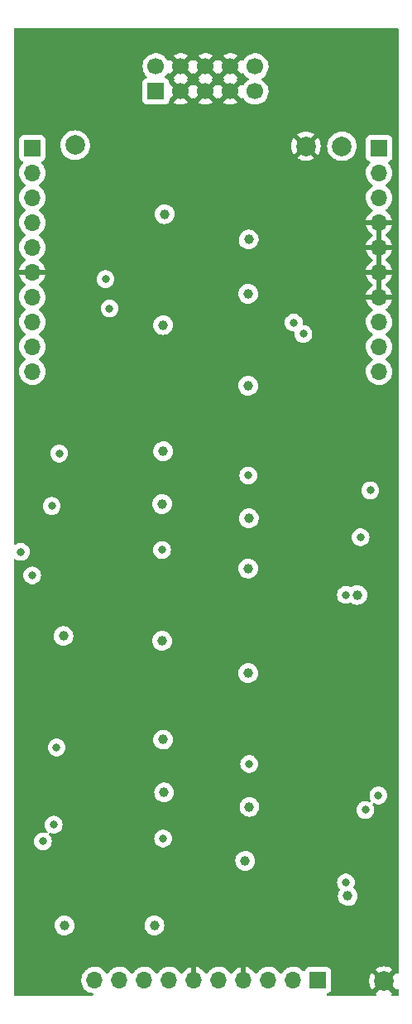
<source format=gbr>
%TF.GenerationSoftware,KiCad,Pcbnew,(6.0.8)*%
%TF.CreationDate,2023-03-03T18:33:42+00:00*%
%TF.ProjectId,Quilter_Components,5175696c-7465-4725-9f43-6f6d706f6e65,rev?*%
%TF.SameCoordinates,Original*%
%TF.FileFunction,Copper,L2,Inr*%
%TF.FilePolarity,Positive*%
%FSLAX46Y46*%
G04 Gerber Fmt 4.6, Leading zero omitted, Abs format (unit mm)*
G04 Created by KiCad (PCBNEW (6.0.8)) date 2023-03-03 18:33:42*
%MOMM*%
%LPD*%
G01*
G04 APERTURE LIST*
%TA.AperFunction,ComponentPad*%
%ADD10R,1.700000X1.700000*%
%TD*%
%TA.AperFunction,ComponentPad*%
%ADD11C,1.700000*%
%TD*%
%TA.AperFunction,ComponentPad*%
%ADD12C,2.000000*%
%TD*%
%TA.AperFunction,ComponentPad*%
%ADD13O,1.700000X1.700000*%
%TD*%
%TA.AperFunction,ViaPad*%
%ADD14C,1.000000*%
%TD*%
%TA.AperFunction,ViaPad*%
%ADD15C,0.800000*%
%TD*%
G04 APERTURE END LIST*
D10*
%TO.N,/-12V_IN*%
%TO.C,J4*%
X65060000Y-57000000D03*
D11*
X65060000Y-54460000D03*
%TO.N,GND*%
X67600000Y-57000000D03*
X67600000Y-54460000D03*
X70140000Y-57000000D03*
X70140000Y-54460000D03*
X72680000Y-57000000D03*
X72680000Y-54460000D03*
%TO.N,/+12V_IN*%
X75220000Y-57000000D03*
X75220000Y-54460000D03*
%TD*%
D12*
%TO.N,-12V*%
%TO.C,TP2*%
X56800000Y-62500000D03*
%TD*%
%TO.N,GND*%
%TO.C,TP4*%
X80400000Y-62600000D03*
%TD*%
%TO.N,+12V*%
%TO.C,TP1*%
X84100000Y-62600000D03*
%TD*%
%TO.N,GND*%
%TO.C,TP3*%
X88400000Y-148000000D03*
%TD*%
D10*
%TO.N,/AUDIO_IN3*%
%TO.C,J3*%
X81650000Y-147900000D03*
D13*
%TO.N,/FREQ_V_OCT4*%
X79110000Y-147900000D03*
%TO.N,/FREQ_CV_DAMP4*%
X76570000Y-147900000D03*
%TO.N,GND*%
X74030000Y-147900000D03*
%TO.N,/AUDIO_IN4*%
X71490000Y-147900000D03*
%TO.N,GND*%
X68950000Y-147900000D03*
%TO.N,/FREQ_CV_DAMP1*%
X66410000Y-147900000D03*
%TO.N,/FREQ_JACK*%
X63870000Y-147900000D03*
%TO.N,/FREQ_CV_DAMP3*%
X61330000Y-147900000D03*
%TO.N,/FREQ_V_OCT3*%
X58790000Y-147900000D03*
%TD*%
D10*
%TO.N,-12V*%
%TO.C,J1*%
X52400000Y-62800000D03*
D13*
%TO.N,/AUDIO_BUFF2*%
X52400000Y-65340000D03*
%TO.N,/AUDIO_BUFF4*%
X52400000Y-67880000D03*
%TO.N,/FREQ_POT_5V*%
X52400000Y-70420000D03*
%TO.N,/FREQ_POT*%
X52400000Y-72960000D03*
%TO.N,GND*%
X52400000Y-75500000D03*
%TO.N,/FREQ_V_OCT1*%
X52400000Y-78040000D03*
%TO.N,/Q_POT*%
X52400000Y-80580000D03*
%TO.N,/AUDIO_MIX*%
X52400000Y-83120000D03*
%TO.N,/AUDIO_IN2*%
X52400000Y-85660000D03*
%TD*%
D10*
%TO.N,+12V*%
%TO.C,J2*%
X87900000Y-62800000D03*
D13*
%TO.N,/AUDIO_BUFF1*%
X87900000Y-65340000D03*
%TO.N,/AUDIO_BUFF3*%
X87900000Y-67880000D03*
%TO.N,GND*%
X87900000Y-70420000D03*
X87900000Y-72960000D03*
X87900000Y-75500000D03*
X87900000Y-78040000D03*
%TO.N,/AUDIO_IN1*%
X87900000Y-80580000D03*
%TO.N,/FREQ_CV_DAMP2*%
X87900000Y-83120000D03*
%TO.N,/FREQ_V_OCT2*%
X87900000Y-85660000D03*
%TD*%
D14*
%TO.N,+12V*%
X74200000Y-135700000D03*
X65800000Y-123300000D03*
X65700000Y-99200000D03*
X74500000Y-105800000D03*
X65800000Y-80900000D03*
X65800000Y-93800000D03*
X74550000Y-72150000D03*
X65900000Y-128700000D03*
D15*
%TO.N,GND*%
X85500000Y-122500000D03*
X69200000Y-128300000D03*
X61500000Y-135800000D03*
X71300000Y-70000000D03*
X77800000Y-87300000D03*
X61500000Y-106300000D03*
X78900000Y-125100000D03*
X61500000Y-70200000D03*
X78900000Y-130400000D03*
X61600000Y-123300000D03*
X71700000Y-141400000D03*
X67600000Y-87600000D03*
X69100000Y-69900000D03*
X66300000Y-72500000D03*
X61500000Y-111700000D03*
X79000000Y-78700000D03*
X85600000Y-93000000D03*
X54800000Y-135300000D03*
X78900000Y-135800000D03*
X69200000Y-101400000D03*
X71200000Y-98800000D03*
X61500000Y-99200000D03*
X61600000Y-81000000D03*
X61500000Y-128700000D03*
X78800000Y-100900000D03*
X71200000Y-130900000D03*
X61500000Y-93800000D03*
X54700000Y-125700000D03*
X72800000Y-112700000D03*
X71400000Y-80000000D03*
X78900000Y-72800000D03*
X81600000Y-105800000D03*
X54800000Y-105800000D03*
X78800000Y-95600000D03*
X71200000Y-128300000D03*
X69200000Y-98800000D03*
X78800000Y-106300000D03*
X81600000Y-135300000D03*
X57200000Y-73200000D03*
X54700000Y-122500000D03*
X69200000Y-130900000D03*
X66100000Y-78700000D03*
X61600000Y-141200000D03*
X54800000Y-96200000D03*
X71200000Y-101400000D03*
X78900000Y-117900000D03*
X71300000Y-72400000D03*
D14*
%TO.N,-12V*%
X64900000Y-142300000D03*
X74500000Y-77700000D03*
X74570000Y-100670000D03*
X74500000Y-87100000D03*
X84700000Y-139300000D03*
X55600000Y-112700000D03*
X74630000Y-130170000D03*
X55700000Y-142300000D03*
X65950000Y-69550000D03*
X85675500Y-108500000D03*
X65700000Y-113200000D03*
X74500000Y-116500000D03*
D15*
%TO.N,/Audio_Out1*%
X79160000Y-80640000D03*
X74510000Y-96290000D03*
%TO.N,/Audio_Out2*%
X65690000Y-103910000D03*
X59900000Y-76200000D03*
%TO.N,/Audio_Out3*%
X74610000Y-125790000D03*
X80150000Y-81800000D03*
%TO.N,/Audio_Out4*%
X60312500Y-79212500D03*
X65790000Y-133410000D03*
%TO.N,/AUDIO_IN2*%
X52399999Y-106499999D03*
%TO.N,/FREQ_POT*%
X51225000Y-104100000D03*
X87000000Y-97800000D03*
X87821710Y-129002889D03*
X53500000Y-133700000D03*
%TO.N,/Q_POT*%
X55162299Y-94037701D03*
X84500000Y-137900000D03*
X84500000Y-108500000D03*
X54900000Y-124100000D03*
%TO.N,/FREQ_JACK*%
X54400000Y-99400000D03*
X86000000Y-102600000D03*
X86500000Y-130500000D03*
X54600000Y-132000000D03*
%TD*%
%TA.AperFunction,Conductor*%
%TO.N,GND*%
G36*
X89833621Y-50528502D02*
G01*
X89880114Y-50582158D01*
X89891500Y-50634500D01*
X89891500Y-147101013D01*
X89871498Y-147169134D01*
X89817842Y-147215627D01*
X89747568Y-147225731D01*
X89682988Y-147196237D01*
X89658068Y-147166849D01*
X89642567Y-147141554D01*
X89632110Y-147132093D01*
X89623334Y-147135876D01*
X88772022Y-147987188D01*
X88764408Y-148001132D01*
X88764539Y-148002965D01*
X88768790Y-148009580D01*
X89620290Y-148861080D01*
X89632670Y-148867840D01*
X89640319Y-148862114D01*
X89658068Y-148833151D01*
X89710716Y-148785520D01*
X89780757Y-148773914D01*
X89845955Y-148802018D01*
X89885608Y-148860909D01*
X89891500Y-148898987D01*
X89891500Y-149365500D01*
X89871498Y-149433621D01*
X89817842Y-149480114D01*
X89765500Y-149491500D01*
X89298987Y-149491500D01*
X89230866Y-149471498D01*
X89184373Y-149417842D01*
X89174269Y-149347568D01*
X89203763Y-149282988D01*
X89233151Y-149258068D01*
X89258446Y-149242567D01*
X89267907Y-149232110D01*
X89264124Y-149223334D01*
X88412812Y-148372022D01*
X88398868Y-148364408D01*
X88397035Y-148364539D01*
X88390420Y-148368790D01*
X87538920Y-149220290D01*
X87532160Y-149232670D01*
X87537886Y-149240319D01*
X87566849Y-149258068D01*
X87614480Y-149310716D01*
X87626086Y-149380757D01*
X87597982Y-149445955D01*
X87539091Y-149485608D01*
X87501013Y-149491500D01*
X82665821Y-149491500D01*
X82597700Y-149471498D01*
X82551207Y-149417842D01*
X82541103Y-149347568D01*
X82570597Y-149282988D01*
X82621592Y-149247518D01*
X82738295Y-149203768D01*
X82738296Y-149203767D01*
X82746705Y-149200615D01*
X82863261Y-149113261D01*
X82950615Y-148996705D01*
X83001745Y-148860316D01*
X83008500Y-148798134D01*
X83008500Y-148004930D01*
X86887725Y-148004930D01*
X86905572Y-148231699D01*
X86907115Y-148241446D01*
X86960217Y-148462627D01*
X86963266Y-148472012D01*
X87050313Y-148682163D01*
X87054795Y-148690958D01*
X87157432Y-148858445D01*
X87167890Y-148867907D01*
X87176666Y-148864124D01*
X88027978Y-148012812D01*
X88035592Y-147998868D01*
X88035461Y-147997035D01*
X88031210Y-147990420D01*
X87179710Y-147138920D01*
X87167330Y-147132160D01*
X87159680Y-147137887D01*
X87054795Y-147309042D01*
X87050313Y-147317837D01*
X86963266Y-147527988D01*
X86960217Y-147537373D01*
X86907115Y-147758554D01*
X86905572Y-147768301D01*
X86887725Y-147995070D01*
X86887725Y-148004930D01*
X83008500Y-148004930D01*
X83008500Y-147001866D01*
X83001745Y-146939684D01*
X82950615Y-146803295D01*
X82924080Y-146767890D01*
X87532093Y-146767890D01*
X87535876Y-146776666D01*
X88387188Y-147627978D01*
X88401132Y-147635592D01*
X88402965Y-147635461D01*
X88409580Y-147631210D01*
X89261080Y-146779710D01*
X89267840Y-146767330D01*
X89262113Y-146759680D01*
X89090958Y-146654795D01*
X89082163Y-146650313D01*
X88872012Y-146563266D01*
X88862627Y-146560217D01*
X88641446Y-146507115D01*
X88631699Y-146505572D01*
X88404930Y-146487725D01*
X88395070Y-146487725D01*
X88168301Y-146505572D01*
X88158554Y-146507115D01*
X87937373Y-146560217D01*
X87927988Y-146563266D01*
X87717837Y-146650313D01*
X87709042Y-146654795D01*
X87541555Y-146757432D01*
X87532093Y-146767890D01*
X82924080Y-146767890D01*
X82863261Y-146686739D01*
X82746705Y-146599385D01*
X82610316Y-146548255D01*
X82548134Y-146541500D01*
X80751866Y-146541500D01*
X80689684Y-146548255D01*
X80553295Y-146599385D01*
X80436739Y-146686739D01*
X80349385Y-146803295D01*
X80346233Y-146811703D01*
X80304919Y-146921907D01*
X80262277Y-146978671D01*
X80195716Y-147003371D01*
X80126367Y-146988163D01*
X80093743Y-146962476D01*
X80043151Y-146906875D01*
X80043142Y-146906866D01*
X80039670Y-146903051D01*
X80035619Y-146899852D01*
X80035615Y-146899848D01*
X79868414Y-146767800D01*
X79868410Y-146767798D01*
X79864359Y-146764598D01*
X79828028Y-146744542D01*
X79812136Y-146735769D01*
X79668789Y-146656638D01*
X79663920Y-146654914D01*
X79663916Y-146654912D01*
X79463087Y-146583795D01*
X79463083Y-146583794D01*
X79458212Y-146582069D01*
X79453119Y-146581162D01*
X79453116Y-146581161D01*
X79243373Y-146543800D01*
X79243367Y-146543799D01*
X79238284Y-146542894D01*
X79164452Y-146541992D01*
X79020081Y-146540228D01*
X79020079Y-146540228D01*
X79014911Y-146540165D01*
X78794091Y-146573955D01*
X78581756Y-146643357D01*
X78383607Y-146746507D01*
X78379474Y-146749610D01*
X78379471Y-146749612D01*
X78209100Y-146877530D01*
X78204965Y-146880635D01*
X78179541Y-146907240D01*
X78111280Y-146978671D01*
X78050629Y-147042138D01*
X77943201Y-147199621D01*
X77888293Y-147244621D01*
X77817768Y-147252792D01*
X77754021Y-147221538D01*
X77733324Y-147197054D01*
X77652822Y-147072617D01*
X77652820Y-147072614D01*
X77650014Y-147068277D01*
X77499670Y-146903051D01*
X77495619Y-146899852D01*
X77495615Y-146899848D01*
X77328414Y-146767800D01*
X77328410Y-146767798D01*
X77324359Y-146764598D01*
X77288028Y-146744542D01*
X77272136Y-146735769D01*
X77128789Y-146656638D01*
X77123920Y-146654914D01*
X77123916Y-146654912D01*
X76923087Y-146583795D01*
X76923083Y-146583794D01*
X76918212Y-146582069D01*
X76913119Y-146581162D01*
X76913116Y-146581161D01*
X76703373Y-146543800D01*
X76703367Y-146543799D01*
X76698284Y-146542894D01*
X76624452Y-146541992D01*
X76480081Y-146540228D01*
X76480079Y-146540228D01*
X76474911Y-146540165D01*
X76254091Y-146573955D01*
X76041756Y-146643357D01*
X75843607Y-146746507D01*
X75839474Y-146749610D01*
X75839471Y-146749612D01*
X75669100Y-146877530D01*
X75664965Y-146880635D01*
X75639541Y-146907240D01*
X75571280Y-146978671D01*
X75510629Y-147042138D01*
X75403204Y-147199618D01*
X75402898Y-147200066D01*
X75347987Y-147245069D01*
X75277462Y-147253240D01*
X75213715Y-147221986D01*
X75193018Y-147197502D01*
X75112426Y-147072926D01*
X75106136Y-147064757D01*
X74962806Y-146907240D01*
X74955273Y-146900215D01*
X74788139Y-146768222D01*
X74779552Y-146762517D01*
X74593117Y-146659599D01*
X74583705Y-146655369D01*
X74382959Y-146584280D01*
X74372988Y-146581646D01*
X74301837Y-146568972D01*
X74288540Y-146570432D01*
X74284000Y-146584989D01*
X74284000Y-148028000D01*
X74263998Y-148096121D01*
X74210342Y-148142614D01*
X74158000Y-148154000D01*
X73902000Y-148154000D01*
X73833879Y-148133998D01*
X73787386Y-148080342D01*
X73776000Y-148028000D01*
X73776000Y-146583102D01*
X73772082Y-146569758D01*
X73757806Y-146567771D01*
X73719324Y-146573660D01*
X73709288Y-146576051D01*
X73506868Y-146642212D01*
X73497359Y-146646209D01*
X73308463Y-146744542D01*
X73299738Y-146750036D01*
X73129433Y-146877905D01*
X73121726Y-146884748D01*
X72974590Y-147038717D01*
X72968109Y-147046722D01*
X72863498Y-147200074D01*
X72808587Y-147245076D01*
X72738062Y-147253247D01*
X72674315Y-147221993D01*
X72653618Y-147197509D01*
X72572822Y-147072617D01*
X72572820Y-147072614D01*
X72570014Y-147068277D01*
X72419670Y-146903051D01*
X72415619Y-146899852D01*
X72415615Y-146899848D01*
X72248414Y-146767800D01*
X72248410Y-146767798D01*
X72244359Y-146764598D01*
X72208028Y-146744542D01*
X72192136Y-146735769D01*
X72048789Y-146656638D01*
X72043920Y-146654914D01*
X72043916Y-146654912D01*
X71843087Y-146583795D01*
X71843083Y-146583794D01*
X71838212Y-146582069D01*
X71833119Y-146581162D01*
X71833116Y-146581161D01*
X71623373Y-146543800D01*
X71623367Y-146543799D01*
X71618284Y-146542894D01*
X71544452Y-146541992D01*
X71400081Y-146540228D01*
X71400079Y-146540228D01*
X71394911Y-146540165D01*
X71174091Y-146573955D01*
X70961756Y-146643357D01*
X70763607Y-146746507D01*
X70759474Y-146749610D01*
X70759471Y-146749612D01*
X70589100Y-146877530D01*
X70584965Y-146880635D01*
X70559541Y-146907240D01*
X70491280Y-146978671D01*
X70430629Y-147042138D01*
X70323204Y-147199618D01*
X70322898Y-147200066D01*
X70267987Y-147245069D01*
X70197462Y-147253240D01*
X70133715Y-147221986D01*
X70113018Y-147197502D01*
X70032426Y-147072926D01*
X70026136Y-147064757D01*
X69882806Y-146907240D01*
X69875273Y-146900215D01*
X69708139Y-146768222D01*
X69699552Y-146762517D01*
X69513117Y-146659599D01*
X69503705Y-146655369D01*
X69302959Y-146584280D01*
X69292988Y-146581646D01*
X69221837Y-146568972D01*
X69208540Y-146570432D01*
X69204000Y-146584989D01*
X69204000Y-148028000D01*
X69183998Y-148096121D01*
X69130342Y-148142614D01*
X69078000Y-148154000D01*
X68822000Y-148154000D01*
X68753879Y-148133998D01*
X68707386Y-148080342D01*
X68696000Y-148028000D01*
X68696000Y-146583102D01*
X68692082Y-146569758D01*
X68677806Y-146567771D01*
X68639324Y-146573660D01*
X68629288Y-146576051D01*
X68426868Y-146642212D01*
X68417359Y-146646209D01*
X68228463Y-146744542D01*
X68219738Y-146750036D01*
X68049433Y-146877905D01*
X68041726Y-146884748D01*
X67894590Y-147038717D01*
X67888109Y-147046722D01*
X67783498Y-147200074D01*
X67728587Y-147245076D01*
X67658062Y-147253247D01*
X67594315Y-147221993D01*
X67573618Y-147197509D01*
X67492822Y-147072617D01*
X67492820Y-147072614D01*
X67490014Y-147068277D01*
X67339670Y-146903051D01*
X67335619Y-146899852D01*
X67335615Y-146899848D01*
X67168414Y-146767800D01*
X67168410Y-146767798D01*
X67164359Y-146764598D01*
X67128028Y-146744542D01*
X67112136Y-146735769D01*
X66968789Y-146656638D01*
X66963920Y-146654914D01*
X66963916Y-146654912D01*
X66763087Y-146583795D01*
X66763083Y-146583794D01*
X66758212Y-146582069D01*
X66753119Y-146581162D01*
X66753116Y-146581161D01*
X66543373Y-146543800D01*
X66543367Y-146543799D01*
X66538284Y-146542894D01*
X66464452Y-146541992D01*
X66320081Y-146540228D01*
X66320079Y-146540228D01*
X66314911Y-146540165D01*
X66094091Y-146573955D01*
X65881756Y-146643357D01*
X65683607Y-146746507D01*
X65679474Y-146749610D01*
X65679471Y-146749612D01*
X65509100Y-146877530D01*
X65504965Y-146880635D01*
X65479541Y-146907240D01*
X65411280Y-146978671D01*
X65350629Y-147042138D01*
X65243201Y-147199621D01*
X65188293Y-147244621D01*
X65117768Y-147252792D01*
X65054021Y-147221538D01*
X65033324Y-147197054D01*
X64952822Y-147072617D01*
X64952820Y-147072614D01*
X64950014Y-147068277D01*
X64799670Y-146903051D01*
X64795619Y-146899852D01*
X64795615Y-146899848D01*
X64628414Y-146767800D01*
X64628410Y-146767798D01*
X64624359Y-146764598D01*
X64588028Y-146744542D01*
X64572136Y-146735769D01*
X64428789Y-146656638D01*
X64423920Y-146654914D01*
X64423916Y-146654912D01*
X64223087Y-146583795D01*
X64223083Y-146583794D01*
X64218212Y-146582069D01*
X64213119Y-146581162D01*
X64213116Y-146581161D01*
X64003373Y-146543800D01*
X64003367Y-146543799D01*
X63998284Y-146542894D01*
X63924452Y-146541992D01*
X63780081Y-146540228D01*
X63780079Y-146540228D01*
X63774911Y-146540165D01*
X63554091Y-146573955D01*
X63341756Y-146643357D01*
X63143607Y-146746507D01*
X63139474Y-146749610D01*
X63139471Y-146749612D01*
X62969100Y-146877530D01*
X62964965Y-146880635D01*
X62939541Y-146907240D01*
X62871280Y-146978671D01*
X62810629Y-147042138D01*
X62703201Y-147199621D01*
X62648293Y-147244621D01*
X62577768Y-147252792D01*
X62514021Y-147221538D01*
X62493324Y-147197054D01*
X62412822Y-147072617D01*
X62412820Y-147072614D01*
X62410014Y-147068277D01*
X62259670Y-146903051D01*
X62255619Y-146899852D01*
X62255615Y-146899848D01*
X62088414Y-146767800D01*
X62088410Y-146767798D01*
X62084359Y-146764598D01*
X62048028Y-146744542D01*
X62032136Y-146735769D01*
X61888789Y-146656638D01*
X61883920Y-146654914D01*
X61883916Y-146654912D01*
X61683087Y-146583795D01*
X61683083Y-146583794D01*
X61678212Y-146582069D01*
X61673119Y-146581162D01*
X61673116Y-146581161D01*
X61463373Y-146543800D01*
X61463367Y-146543799D01*
X61458284Y-146542894D01*
X61384452Y-146541992D01*
X61240081Y-146540228D01*
X61240079Y-146540228D01*
X61234911Y-146540165D01*
X61014091Y-146573955D01*
X60801756Y-146643357D01*
X60603607Y-146746507D01*
X60599474Y-146749610D01*
X60599471Y-146749612D01*
X60429100Y-146877530D01*
X60424965Y-146880635D01*
X60399541Y-146907240D01*
X60331280Y-146978671D01*
X60270629Y-147042138D01*
X60163201Y-147199621D01*
X60108293Y-147244621D01*
X60037768Y-147252792D01*
X59974021Y-147221538D01*
X59953324Y-147197054D01*
X59872822Y-147072617D01*
X59872820Y-147072614D01*
X59870014Y-147068277D01*
X59719670Y-146903051D01*
X59715619Y-146899852D01*
X59715615Y-146899848D01*
X59548414Y-146767800D01*
X59548410Y-146767798D01*
X59544359Y-146764598D01*
X59508028Y-146744542D01*
X59492136Y-146735769D01*
X59348789Y-146656638D01*
X59343920Y-146654914D01*
X59343916Y-146654912D01*
X59143087Y-146583795D01*
X59143083Y-146583794D01*
X59138212Y-146582069D01*
X59133119Y-146581162D01*
X59133116Y-146581161D01*
X58923373Y-146543800D01*
X58923367Y-146543799D01*
X58918284Y-146542894D01*
X58844452Y-146541992D01*
X58700081Y-146540228D01*
X58700079Y-146540228D01*
X58694911Y-146540165D01*
X58474091Y-146573955D01*
X58261756Y-146643357D01*
X58063607Y-146746507D01*
X58059474Y-146749610D01*
X58059471Y-146749612D01*
X57889100Y-146877530D01*
X57884965Y-146880635D01*
X57859541Y-146907240D01*
X57791280Y-146978671D01*
X57730629Y-147042138D01*
X57604743Y-147226680D01*
X57510688Y-147429305D01*
X57450989Y-147644570D01*
X57427251Y-147866695D01*
X57427548Y-147871848D01*
X57427548Y-147871851D01*
X57435676Y-148012812D01*
X57440110Y-148089715D01*
X57441247Y-148094761D01*
X57441248Y-148094767D01*
X57452031Y-148142614D01*
X57489222Y-148307639D01*
X57573266Y-148514616D01*
X57610685Y-148575678D01*
X57687291Y-148700688D01*
X57689987Y-148705088D01*
X57836250Y-148873938D01*
X58008126Y-149016632D01*
X58201000Y-149129338D01*
X58409692Y-149209030D01*
X58414760Y-149210061D01*
X58414763Y-149210062D01*
X58571891Y-149242030D01*
X58634656Y-149275211D01*
X58669518Y-149337059D01*
X58665409Y-149407937D01*
X58623632Y-149465341D01*
X58557453Y-149491046D01*
X58546770Y-149491500D01*
X50634500Y-149491500D01*
X50566379Y-149471498D01*
X50519886Y-149417842D01*
X50508500Y-149365500D01*
X50508500Y-142285851D01*
X54686719Y-142285851D01*
X54703268Y-142482934D01*
X54757783Y-142673050D01*
X54848187Y-142848956D01*
X54971035Y-143003953D01*
X55121650Y-143132136D01*
X55294294Y-143228624D01*
X55482392Y-143289740D01*
X55678777Y-143313158D01*
X55684912Y-143312686D01*
X55684914Y-143312686D01*
X55869830Y-143298457D01*
X55869834Y-143298456D01*
X55875972Y-143297984D01*
X56066463Y-143244798D01*
X56071967Y-143242018D01*
X56071969Y-143242017D01*
X56237495Y-143158404D01*
X56237497Y-143158403D01*
X56242996Y-143155625D01*
X56398847Y-143033861D01*
X56528078Y-142884145D01*
X56625769Y-142712179D01*
X56688197Y-142524513D01*
X56712985Y-142328295D01*
X56713380Y-142300000D01*
X56711993Y-142285851D01*
X63886719Y-142285851D01*
X63903268Y-142482934D01*
X63957783Y-142673050D01*
X64048187Y-142848956D01*
X64171035Y-143003953D01*
X64321650Y-143132136D01*
X64494294Y-143228624D01*
X64682392Y-143289740D01*
X64878777Y-143313158D01*
X64884912Y-143312686D01*
X64884914Y-143312686D01*
X65069830Y-143298457D01*
X65069834Y-143298456D01*
X65075972Y-143297984D01*
X65266463Y-143244798D01*
X65271967Y-143242018D01*
X65271969Y-143242017D01*
X65437495Y-143158404D01*
X65437497Y-143158403D01*
X65442996Y-143155625D01*
X65598847Y-143033861D01*
X65728078Y-142884145D01*
X65825769Y-142712179D01*
X65888197Y-142524513D01*
X65912985Y-142328295D01*
X65913380Y-142300000D01*
X65894080Y-142103167D01*
X65836916Y-141913831D01*
X65744066Y-141739204D01*
X65673709Y-141652938D01*
X65622960Y-141590713D01*
X65622957Y-141590710D01*
X65619065Y-141585938D01*
X65612724Y-141580692D01*
X65471425Y-141463799D01*
X65471421Y-141463797D01*
X65466675Y-141459870D01*
X65292701Y-141365802D01*
X65103768Y-141307318D01*
X65097643Y-141306674D01*
X65097642Y-141306674D01*
X64913204Y-141287289D01*
X64913202Y-141287289D01*
X64907075Y-141286645D01*
X64824576Y-141294153D01*
X64716251Y-141304011D01*
X64716248Y-141304012D01*
X64710112Y-141304570D01*
X64704206Y-141306308D01*
X64704202Y-141306309D01*
X64599076Y-141337249D01*
X64520381Y-141360410D01*
X64514923Y-141363263D01*
X64514919Y-141363265D01*
X64424147Y-141410720D01*
X64345110Y-141452040D01*
X64190975Y-141575968D01*
X64063846Y-141727474D01*
X64060879Y-141732872D01*
X64060875Y-141732877D01*
X64057397Y-141739204D01*
X63968567Y-141900787D01*
X63966706Y-141906654D01*
X63966705Y-141906656D01*
X63910627Y-142083436D01*
X63908765Y-142089306D01*
X63886719Y-142285851D01*
X56711993Y-142285851D01*
X56694080Y-142103167D01*
X56636916Y-141913831D01*
X56544066Y-141739204D01*
X56473709Y-141652938D01*
X56422960Y-141590713D01*
X56422957Y-141590710D01*
X56419065Y-141585938D01*
X56412724Y-141580692D01*
X56271425Y-141463799D01*
X56271421Y-141463797D01*
X56266675Y-141459870D01*
X56092701Y-141365802D01*
X55903768Y-141307318D01*
X55897643Y-141306674D01*
X55897642Y-141306674D01*
X55713204Y-141287289D01*
X55713202Y-141287289D01*
X55707075Y-141286645D01*
X55624576Y-141294153D01*
X55516251Y-141304011D01*
X55516248Y-141304012D01*
X55510112Y-141304570D01*
X55504206Y-141306308D01*
X55504202Y-141306309D01*
X55399076Y-141337249D01*
X55320381Y-141360410D01*
X55314923Y-141363263D01*
X55314919Y-141363265D01*
X55224147Y-141410720D01*
X55145110Y-141452040D01*
X54990975Y-141575968D01*
X54863846Y-141727474D01*
X54860879Y-141732872D01*
X54860875Y-141732877D01*
X54857397Y-141739204D01*
X54768567Y-141900787D01*
X54766706Y-141906654D01*
X54766705Y-141906656D01*
X54710627Y-142083436D01*
X54708765Y-142089306D01*
X54686719Y-142285851D01*
X50508500Y-142285851D01*
X50508500Y-137900000D01*
X83586496Y-137900000D01*
X83606458Y-138089928D01*
X83665473Y-138271556D01*
X83760960Y-138436944D01*
X83765378Y-138441851D01*
X83765379Y-138441852D01*
X83867114Y-138554840D01*
X83897832Y-138618847D01*
X83889067Y-138689301D01*
X83870000Y-138720140D01*
X83863846Y-138727474D01*
X83860879Y-138732872D01*
X83860875Y-138732877D01*
X83857397Y-138739204D01*
X83768567Y-138900787D01*
X83766706Y-138906654D01*
X83766705Y-138906656D01*
X83710627Y-139083436D01*
X83708765Y-139089306D01*
X83686719Y-139285851D01*
X83703268Y-139482934D01*
X83757783Y-139673050D01*
X83848187Y-139848956D01*
X83971035Y-140003953D01*
X84121650Y-140132136D01*
X84294294Y-140228624D01*
X84482392Y-140289740D01*
X84678777Y-140313158D01*
X84684912Y-140312686D01*
X84684914Y-140312686D01*
X84869830Y-140298457D01*
X84869834Y-140298456D01*
X84875972Y-140297984D01*
X85066463Y-140244798D01*
X85071967Y-140242018D01*
X85071969Y-140242017D01*
X85237495Y-140158404D01*
X85237497Y-140158403D01*
X85242996Y-140155625D01*
X85398847Y-140033861D01*
X85528078Y-139884145D01*
X85625769Y-139712179D01*
X85688197Y-139524513D01*
X85712985Y-139328295D01*
X85713380Y-139300000D01*
X85694080Y-139103167D01*
X85636916Y-138913831D01*
X85544066Y-138739204D01*
X85445905Y-138618847D01*
X85422960Y-138590713D01*
X85422957Y-138590710D01*
X85419065Y-138585938D01*
X85410517Y-138578866D01*
X85378653Y-138552507D01*
X85321057Y-138504859D01*
X85281320Y-138446026D01*
X85279697Y-138375048D01*
X85292254Y-138344775D01*
X85331223Y-138277279D01*
X85331224Y-138277278D01*
X85334527Y-138271556D01*
X85393542Y-138089928D01*
X85413504Y-137900000D01*
X85393542Y-137710072D01*
X85334527Y-137528444D01*
X85239040Y-137363056D01*
X85111253Y-137221134D01*
X84956752Y-137108882D01*
X84950724Y-137106198D01*
X84950722Y-137106197D01*
X84788319Y-137033891D01*
X84788318Y-137033891D01*
X84782288Y-137031206D01*
X84688887Y-137011353D01*
X84601944Y-136992872D01*
X84601939Y-136992872D01*
X84595487Y-136991500D01*
X84404513Y-136991500D01*
X84398061Y-136992872D01*
X84398056Y-136992872D01*
X84311113Y-137011353D01*
X84217712Y-137031206D01*
X84211682Y-137033891D01*
X84211681Y-137033891D01*
X84049278Y-137106197D01*
X84049276Y-137106198D01*
X84043248Y-137108882D01*
X83888747Y-137221134D01*
X83760960Y-137363056D01*
X83665473Y-137528444D01*
X83606458Y-137710072D01*
X83586496Y-137900000D01*
X50508500Y-137900000D01*
X50508500Y-135685851D01*
X73186719Y-135685851D01*
X73203268Y-135882934D01*
X73257783Y-136073050D01*
X73348187Y-136248956D01*
X73471035Y-136403953D01*
X73621650Y-136532136D01*
X73794294Y-136628624D01*
X73982392Y-136689740D01*
X74178777Y-136713158D01*
X74184912Y-136712686D01*
X74184914Y-136712686D01*
X74369830Y-136698457D01*
X74369834Y-136698456D01*
X74375972Y-136697984D01*
X74566463Y-136644798D01*
X74571967Y-136642018D01*
X74571969Y-136642017D01*
X74737495Y-136558404D01*
X74737497Y-136558403D01*
X74742996Y-136555625D01*
X74898847Y-136433861D01*
X75028078Y-136284145D01*
X75125769Y-136112179D01*
X75188197Y-135924513D01*
X75212985Y-135728295D01*
X75213380Y-135700000D01*
X75194080Y-135503167D01*
X75136916Y-135313831D01*
X75044066Y-135139204D01*
X74973709Y-135052938D01*
X74922960Y-134990713D01*
X74922957Y-134990710D01*
X74919065Y-134985938D01*
X74912724Y-134980692D01*
X74771425Y-134863799D01*
X74771421Y-134863797D01*
X74766675Y-134859870D01*
X74592701Y-134765802D01*
X74403768Y-134707318D01*
X74397643Y-134706674D01*
X74397642Y-134706674D01*
X74213204Y-134687289D01*
X74213202Y-134687289D01*
X74207075Y-134686645D01*
X74124576Y-134694153D01*
X74016251Y-134704011D01*
X74016248Y-134704012D01*
X74010112Y-134704570D01*
X74004206Y-134706308D01*
X74004202Y-134706309D01*
X73899076Y-134737249D01*
X73820381Y-134760410D01*
X73814923Y-134763263D01*
X73814919Y-134763265D01*
X73724147Y-134810720D01*
X73645110Y-134852040D01*
X73490975Y-134975968D01*
X73363846Y-135127474D01*
X73360879Y-135132872D01*
X73360875Y-135132877D01*
X73357397Y-135139204D01*
X73268567Y-135300787D01*
X73266706Y-135306654D01*
X73266705Y-135306656D01*
X73210627Y-135483436D01*
X73208765Y-135489306D01*
X73186719Y-135685851D01*
X50508500Y-135685851D01*
X50508500Y-133700000D01*
X52586496Y-133700000D01*
X52606458Y-133889928D01*
X52665473Y-134071556D01*
X52668776Y-134077278D01*
X52668777Y-134077279D01*
X52675467Y-134088866D01*
X52760960Y-134236944D01*
X52888747Y-134378866D01*
X53043248Y-134491118D01*
X53049276Y-134493802D01*
X53049278Y-134493803D01*
X53211681Y-134566109D01*
X53217712Y-134568794D01*
X53311113Y-134588647D01*
X53398056Y-134607128D01*
X53398061Y-134607128D01*
X53404513Y-134608500D01*
X53595487Y-134608500D01*
X53601939Y-134607128D01*
X53601944Y-134607128D01*
X53688887Y-134588647D01*
X53782288Y-134568794D01*
X53788319Y-134566109D01*
X53950722Y-134493803D01*
X53950724Y-134493802D01*
X53956752Y-134491118D01*
X54111253Y-134378866D01*
X54239040Y-134236944D01*
X54324533Y-134088866D01*
X54331223Y-134077279D01*
X54331224Y-134077278D01*
X54334527Y-134071556D01*
X54393542Y-133889928D01*
X54413504Y-133700000D01*
X54393542Y-133510072D01*
X54361026Y-133410000D01*
X64876496Y-133410000D01*
X64896458Y-133599928D01*
X64955473Y-133781556D01*
X65050960Y-133946944D01*
X65178747Y-134088866D01*
X65333248Y-134201118D01*
X65339276Y-134203802D01*
X65339278Y-134203803D01*
X65501681Y-134276109D01*
X65507712Y-134278794D01*
X65601113Y-134298647D01*
X65688056Y-134317128D01*
X65688061Y-134317128D01*
X65694513Y-134318500D01*
X65885487Y-134318500D01*
X65891939Y-134317128D01*
X65891944Y-134317128D01*
X65978887Y-134298647D01*
X66072288Y-134278794D01*
X66078319Y-134276109D01*
X66240722Y-134203803D01*
X66240724Y-134203802D01*
X66246752Y-134201118D01*
X66401253Y-134088866D01*
X66529040Y-133946944D01*
X66624527Y-133781556D01*
X66683542Y-133599928D01*
X66703504Y-133410000D01*
X66683542Y-133220072D01*
X66624527Y-133038444D01*
X66617369Y-133026045D01*
X66549724Y-132908882D01*
X66529040Y-132873056D01*
X66513984Y-132856334D01*
X66405675Y-132736045D01*
X66405674Y-132736044D01*
X66401253Y-132731134D01*
X66246752Y-132618882D01*
X66240724Y-132616198D01*
X66240722Y-132616197D01*
X66078319Y-132543891D01*
X66078318Y-132543891D01*
X66072288Y-132541206D01*
X65978888Y-132521353D01*
X65891944Y-132502872D01*
X65891939Y-132502872D01*
X65885487Y-132501500D01*
X65694513Y-132501500D01*
X65688061Y-132502872D01*
X65688056Y-132502872D01*
X65601112Y-132521353D01*
X65507712Y-132541206D01*
X65501682Y-132543891D01*
X65501681Y-132543891D01*
X65339278Y-132616197D01*
X65339276Y-132616198D01*
X65333248Y-132618882D01*
X65178747Y-132731134D01*
X65174326Y-132736044D01*
X65174325Y-132736045D01*
X65066017Y-132856334D01*
X65050960Y-132873056D01*
X65030276Y-132908882D01*
X64962632Y-133026045D01*
X64955473Y-133038444D01*
X64896458Y-133220072D01*
X64876496Y-133410000D01*
X54361026Y-133410000D01*
X54334527Y-133328444D01*
X54239040Y-133163056D01*
X54140803Y-133053952D01*
X54110086Y-132989945D01*
X54118851Y-132919492D01*
X54164314Y-132864961D01*
X54232042Y-132843666D01*
X54285690Y-132854537D01*
X54311677Y-132866108D01*
X54311685Y-132866111D01*
X54317712Y-132868794D01*
X54411113Y-132888647D01*
X54498056Y-132907128D01*
X54498061Y-132907128D01*
X54504513Y-132908500D01*
X54695487Y-132908500D01*
X54701939Y-132907128D01*
X54701944Y-132907128D01*
X54788887Y-132888647D01*
X54882288Y-132868794D01*
X54938727Y-132843666D01*
X55050722Y-132793803D01*
X55050724Y-132793802D01*
X55056752Y-132791118D01*
X55071356Y-132780508D01*
X55132553Y-132736045D01*
X55211253Y-132678866D01*
X55265263Y-132618882D01*
X55334621Y-132541852D01*
X55334622Y-132541851D01*
X55339040Y-132536944D01*
X55434527Y-132371556D01*
X55493542Y-132189928D01*
X55513504Y-132000000D01*
X55493542Y-131810072D01*
X55434527Y-131628444D01*
X55339040Y-131463056D01*
X55211253Y-131321134D01*
X55056752Y-131208882D01*
X55050724Y-131206198D01*
X55050722Y-131206197D01*
X54888319Y-131133891D01*
X54888318Y-131133891D01*
X54882288Y-131131206D01*
X54788888Y-131111353D01*
X54701944Y-131092872D01*
X54701939Y-131092872D01*
X54695487Y-131091500D01*
X54504513Y-131091500D01*
X54498061Y-131092872D01*
X54498056Y-131092872D01*
X54411112Y-131111353D01*
X54317712Y-131131206D01*
X54311682Y-131133891D01*
X54311681Y-131133891D01*
X54149278Y-131206197D01*
X54149276Y-131206198D01*
X54143248Y-131208882D01*
X53988747Y-131321134D01*
X53860960Y-131463056D01*
X53765473Y-131628444D01*
X53706458Y-131810072D01*
X53686496Y-132000000D01*
X53706458Y-132189928D01*
X53765473Y-132371556D01*
X53860960Y-132536944D01*
X53938232Y-132622763D01*
X53959197Y-132646047D01*
X53989914Y-132710055D01*
X53981149Y-132780508D01*
X53935686Y-132835039D01*
X53867958Y-132856334D01*
X53814310Y-132845463D01*
X53788323Y-132833892D01*
X53788315Y-132833889D01*
X53782288Y-132831206D01*
X53688887Y-132811353D01*
X53601944Y-132792872D01*
X53601939Y-132792872D01*
X53595487Y-132791500D01*
X53404513Y-132791500D01*
X53398061Y-132792872D01*
X53398056Y-132792872D01*
X53311113Y-132811353D01*
X53217712Y-132831206D01*
X53211682Y-132833891D01*
X53211681Y-132833891D01*
X53049278Y-132906197D01*
X53049276Y-132906198D01*
X53043248Y-132908882D01*
X53037907Y-132912762D01*
X53037906Y-132912763D01*
X52987843Y-132949136D01*
X52888747Y-133021134D01*
X52760960Y-133163056D01*
X52665473Y-133328444D01*
X52606458Y-133510072D01*
X52586496Y-133700000D01*
X50508500Y-133700000D01*
X50508500Y-130155851D01*
X73616719Y-130155851D01*
X73617235Y-130161995D01*
X73629142Y-130303794D01*
X73633268Y-130352934D01*
X73634967Y-130358858D01*
X73675439Y-130500000D01*
X73687783Y-130543050D01*
X73690602Y-130548535D01*
X73763269Y-130689928D01*
X73778187Y-130718956D01*
X73901035Y-130873953D01*
X74051650Y-131002136D01*
X74224294Y-131098624D01*
X74412392Y-131159740D01*
X74608777Y-131183158D01*
X74614912Y-131182686D01*
X74614914Y-131182686D01*
X74799830Y-131168457D01*
X74799834Y-131168456D01*
X74805972Y-131167984D01*
X74996463Y-131114798D01*
X75001967Y-131112018D01*
X75001969Y-131112017D01*
X75167495Y-131028404D01*
X75167497Y-131028403D01*
X75172996Y-131025625D01*
X75328847Y-130903861D01*
X75458078Y-130754145D01*
X75555769Y-130582179D01*
X75583106Y-130500000D01*
X85586496Y-130500000D01*
X85606458Y-130689928D01*
X85665473Y-130871556D01*
X85668776Y-130877278D01*
X85668777Y-130877279D01*
X85684124Y-130903861D01*
X85760960Y-131036944D01*
X85765378Y-131041851D01*
X85765379Y-131041852D01*
X85871526Y-131159740D01*
X85888747Y-131178866D01*
X86043248Y-131291118D01*
X86049276Y-131293802D01*
X86049278Y-131293803D01*
X86211681Y-131366109D01*
X86217712Y-131368794D01*
X86311112Y-131388647D01*
X86398056Y-131407128D01*
X86398061Y-131407128D01*
X86404513Y-131408500D01*
X86595487Y-131408500D01*
X86601939Y-131407128D01*
X86601944Y-131407128D01*
X86688888Y-131388647D01*
X86782288Y-131368794D01*
X86788319Y-131366109D01*
X86950722Y-131293803D01*
X86950724Y-131293802D01*
X86956752Y-131291118D01*
X87111253Y-131178866D01*
X87128474Y-131159740D01*
X87234621Y-131041852D01*
X87234622Y-131041851D01*
X87239040Y-131036944D01*
X87315876Y-130903861D01*
X87331223Y-130877279D01*
X87331224Y-130877278D01*
X87334527Y-130871556D01*
X87393542Y-130689928D01*
X87413504Y-130500000D01*
X87398047Y-130352934D01*
X87394232Y-130316635D01*
X87394232Y-130316633D01*
X87393542Y-130310072D01*
X87334527Y-130128444D01*
X87257998Y-129995892D01*
X87241260Y-129926898D01*
X87264480Y-129859806D01*
X87320287Y-129815919D01*
X87390962Y-129809170D01*
X87418365Y-129817786D01*
X87533387Y-129868997D01*
X87533395Y-129869000D01*
X87539422Y-129871683D01*
X87632822Y-129891536D01*
X87719766Y-129910017D01*
X87719771Y-129910017D01*
X87726223Y-129911389D01*
X87917197Y-129911389D01*
X87923649Y-129910017D01*
X87923654Y-129910017D01*
X88010598Y-129891536D01*
X88103998Y-129871683D01*
X88110031Y-129868997D01*
X88272432Y-129796692D01*
X88272434Y-129796691D01*
X88278462Y-129794007D01*
X88284348Y-129789731D01*
X88333867Y-129753753D01*
X88432963Y-129681755D01*
X88437385Y-129676844D01*
X88556331Y-129544741D01*
X88556332Y-129544740D01*
X88560750Y-129539833D01*
X88656237Y-129374445D01*
X88715252Y-129192817D01*
X88716690Y-129179140D01*
X88734524Y-129009454D01*
X88735214Y-129002889D01*
X88727592Y-128930365D01*
X88715942Y-128819524D01*
X88715942Y-128819522D01*
X88715252Y-128812961D01*
X88656237Y-128631333D01*
X88560750Y-128465945D01*
X88432963Y-128324023D01*
X88278462Y-128211771D01*
X88272434Y-128209087D01*
X88272432Y-128209086D01*
X88110029Y-128136780D01*
X88110028Y-128136780D01*
X88103998Y-128134095D01*
X88010598Y-128114242D01*
X87923654Y-128095761D01*
X87923649Y-128095761D01*
X87917197Y-128094389D01*
X87726223Y-128094389D01*
X87719771Y-128095761D01*
X87719766Y-128095761D01*
X87632822Y-128114242D01*
X87539422Y-128134095D01*
X87533392Y-128136780D01*
X87533391Y-128136780D01*
X87370988Y-128209086D01*
X87370986Y-128209087D01*
X87364958Y-128211771D01*
X87210457Y-128324023D01*
X87082670Y-128465945D01*
X86987183Y-128631333D01*
X86928168Y-128812961D01*
X86927478Y-128819522D01*
X86927478Y-128819524D01*
X86915828Y-128930365D01*
X86908206Y-129002889D01*
X86908896Y-129009454D01*
X86926731Y-129179140D01*
X86928168Y-129192817D01*
X86987183Y-129374445D01*
X87031205Y-129450692D01*
X87063712Y-129506996D01*
X87080450Y-129575991D01*
X87057230Y-129643083D01*
X87001423Y-129686970D01*
X86930748Y-129693719D01*
X86903345Y-129685103D01*
X86788323Y-129633892D01*
X86788315Y-129633889D01*
X86782288Y-129631206D01*
X86688887Y-129611353D01*
X86601944Y-129592872D01*
X86601939Y-129592872D01*
X86595487Y-129591500D01*
X86404513Y-129591500D01*
X86398061Y-129592872D01*
X86398056Y-129592872D01*
X86311113Y-129611353D01*
X86217712Y-129631206D01*
X86211682Y-129633891D01*
X86211681Y-129633891D01*
X86049278Y-129706197D01*
X86049276Y-129706198D01*
X86043248Y-129708882D01*
X86037907Y-129712762D01*
X86037906Y-129712763D01*
X85987843Y-129749136D01*
X85888747Y-129821134D01*
X85884326Y-129826044D01*
X85884325Y-129826045D01*
X85843233Y-129871683D01*
X85760960Y-129963056D01*
X85665473Y-130128444D01*
X85606458Y-130310072D01*
X85605768Y-130316633D01*
X85605768Y-130316635D01*
X85601953Y-130352934D01*
X85586496Y-130500000D01*
X75583106Y-130500000D01*
X75618197Y-130394513D01*
X75642985Y-130198295D01*
X75643380Y-130170000D01*
X75624080Y-129973167D01*
X75621028Y-129963056D01*
X75578178Y-129821134D01*
X75566916Y-129783831D01*
X75474066Y-129609204D01*
X75390707Y-129506996D01*
X75352960Y-129460713D01*
X75352957Y-129460710D01*
X75349065Y-129455938D01*
X75342724Y-129450692D01*
X75201425Y-129333799D01*
X75201421Y-129333797D01*
X75196675Y-129329870D01*
X75022701Y-129235802D01*
X74833768Y-129177318D01*
X74827643Y-129176674D01*
X74827642Y-129176674D01*
X74643204Y-129157289D01*
X74643202Y-129157289D01*
X74637075Y-129156645D01*
X74554576Y-129164153D01*
X74446251Y-129174011D01*
X74446248Y-129174012D01*
X74440112Y-129174570D01*
X74434206Y-129176308D01*
X74434202Y-129176309D01*
X74356782Y-129199095D01*
X74250381Y-129230410D01*
X74244923Y-129233263D01*
X74244919Y-129233265D01*
X74157851Y-129278784D01*
X74075110Y-129322040D01*
X73920975Y-129445968D01*
X73793846Y-129597474D01*
X73790879Y-129602872D01*
X73790875Y-129602877D01*
X73712095Y-129746180D01*
X73698567Y-129770787D01*
X73696706Y-129776654D01*
X73696705Y-129776656D01*
X73654400Y-129910017D01*
X73638765Y-129959306D01*
X73616719Y-130155851D01*
X50508500Y-130155851D01*
X50508500Y-128685851D01*
X64886719Y-128685851D01*
X64903268Y-128882934D01*
X64904967Y-128888858D01*
X64937665Y-129002889D01*
X64957783Y-129073050D01*
X64960602Y-129078535D01*
X65042933Y-129238732D01*
X65048187Y-129248956D01*
X65171035Y-129403953D01*
X65175728Y-129407947D01*
X65175729Y-129407948D01*
X65292111Y-129506996D01*
X65321650Y-129532136D01*
X65494294Y-129628624D01*
X65682392Y-129689740D01*
X65878777Y-129713158D01*
X65884912Y-129712686D01*
X65884914Y-129712686D01*
X66069830Y-129698457D01*
X66069834Y-129698456D01*
X66075972Y-129697984D01*
X66266463Y-129644798D01*
X66271967Y-129642018D01*
X66271969Y-129642017D01*
X66437495Y-129558404D01*
X66437497Y-129558403D01*
X66442996Y-129555625D01*
X66583351Y-129445968D01*
X66593991Y-129437655D01*
X66598847Y-129433861D01*
X66728078Y-129284145D01*
X66825769Y-129112179D01*
X66888197Y-128924513D01*
X66912985Y-128728295D01*
X66913380Y-128700000D01*
X66894080Y-128503167D01*
X66884569Y-128471663D01*
X66839993Y-128324023D01*
X66836916Y-128313831D01*
X66744066Y-128139204D01*
X66673709Y-128052938D01*
X66622960Y-127990713D01*
X66622957Y-127990710D01*
X66619065Y-127985938D01*
X66612724Y-127980692D01*
X66471425Y-127863799D01*
X66471421Y-127863797D01*
X66466675Y-127859870D01*
X66292701Y-127765802D01*
X66103768Y-127707318D01*
X66097643Y-127706674D01*
X66097642Y-127706674D01*
X65913204Y-127687289D01*
X65913202Y-127687289D01*
X65907075Y-127686645D01*
X65824576Y-127694153D01*
X65716251Y-127704011D01*
X65716248Y-127704012D01*
X65710112Y-127704570D01*
X65704206Y-127706308D01*
X65704202Y-127706309D01*
X65599076Y-127737249D01*
X65520381Y-127760410D01*
X65514923Y-127763263D01*
X65514919Y-127763265D01*
X65424147Y-127810720D01*
X65345110Y-127852040D01*
X65190975Y-127975968D01*
X65063846Y-128127474D01*
X65060879Y-128132872D01*
X65060875Y-128132877D01*
X65015370Y-128215652D01*
X64968567Y-128300787D01*
X64966706Y-128306654D01*
X64966705Y-128306656D01*
X64914362Y-128471663D01*
X64908765Y-128489306D01*
X64886719Y-128685851D01*
X50508500Y-128685851D01*
X50508500Y-125790000D01*
X73696496Y-125790000D01*
X73716458Y-125979928D01*
X73775473Y-126161556D01*
X73870960Y-126326944D01*
X73998747Y-126468866D01*
X74153248Y-126581118D01*
X74159276Y-126583802D01*
X74159278Y-126583803D01*
X74321681Y-126656109D01*
X74327712Y-126658794D01*
X74421112Y-126678647D01*
X74508056Y-126697128D01*
X74508061Y-126697128D01*
X74514513Y-126698500D01*
X74705487Y-126698500D01*
X74711939Y-126697128D01*
X74711944Y-126697128D01*
X74798888Y-126678647D01*
X74892288Y-126658794D01*
X74898319Y-126656109D01*
X75060722Y-126583803D01*
X75060724Y-126583802D01*
X75066752Y-126581118D01*
X75221253Y-126468866D01*
X75349040Y-126326944D01*
X75444527Y-126161556D01*
X75503542Y-125979928D01*
X75523504Y-125790000D01*
X75503542Y-125600072D01*
X75444527Y-125418444D01*
X75349040Y-125253056D01*
X75221253Y-125111134D01*
X75066752Y-124998882D01*
X75060724Y-124996198D01*
X75060722Y-124996197D01*
X74898319Y-124923891D01*
X74898318Y-124923891D01*
X74892288Y-124921206D01*
X74798887Y-124901353D01*
X74711944Y-124882872D01*
X74711939Y-124882872D01*
X74705487Y-124881500D01*
X74514513Y-124881500D01*
X74508061Y-124882872D01*
X74508056Y-124882872D01*
X74421113Y-124901353D01*
X74327712Y-124921206D01*
X74321682Y-124923891D01*
X74321681Y-124923891D01*
X74159278Y-124996197D01*
X74159276Y-124996198D01*
X74153248Y-124998882D01*
X73998747Y-125111134D01*
X73870960Y-125253056D01*
X73775473Y-125418444D01*
X73716458Y-125600072D01*
X73696496Y-125790000D01*
X50508500Y-125790000D01*
X50508500Y-124100000D01*
X53986496Y-124100000D01*
X54006458Y-124289928D01*
X54065473Y-124471556D01*
X54160960Y-124636944D01*
X54288747Y-124778866D01*
X54443248Y-124891118D01*
X54449276Y-124893802D01*
X54449278Y-124893803D01*
X54611681Y-124966109D01*
X54617712Y-124968794D01*
X54711112Y-124988647D01*
X54798056Y-125007128D01*
X54798061Y-125007128D01*
X54804513Y-125008500D01*
X54995487Y-125008500D01*
X55001939Y-125007128D01*
X55001944Y-125007128D01*
X55088888Y-124988647D01*
X55182288Y-124968794D01*
X55188319Y-124966109D01*
X55350722Y-124893803D01*
X55350724Y-124893802D01*
X55356752Y-124891118D01*
X55511253Y-124778866D01*
X55639040Y-124636944D01*
X55734527Y-124471556D01*
X55793542Y-124289928D01*
X55813504Y-124100000D01*
X55793542Y-123910072D01*
X55734527Y-123728444D01*
X55725137Y-123712179D01*
X55642341Y-123568774D01*
X55639040Y-123563056D01*
X55511253Y-123421134D01*
X55412157Y-123349136D01*
X55362094Y-123312763D01*
X55362093Y-123312762D01*
X55356752Y-123308882D01*
X55350724Y-123306198D01*
X55350722Y-123306197D01*
X55305024Y-123285851D01*
X64786719Y-123285851D01*
X64788653Y-123308882D01*
X64798079Y-123421134D01*
X64803268Y-123482934D01*
X64857783Y-123673050D01*
X64948187Y-123848956D01*
X65071035Y-124003953D01*
X65221650Y-124132136D01*
X65394294Y-124228624D01*
X65582392Y-124289740D01*
X65778777Y-124313158D01*
X65784912Y-124312686D01*
X65784914Y-124312686D01*
X65969830Y-124298457D01*
X65969834Y-124298456D01*
X65975972Y-124297984D01*
X66166463Y-124244798D01*
X66171967Y-124242018D01*
X66171969Y-124242017D01*
X66337495Y-124158404D01*
X66337497Y-124158403D01*
X66342996Y-124155625D01*
X66498847Y-124033861D01*
X66592489Y-123925376D01*
X66624049Y-123888813D01*
X66624050Y-123888811D01*
X66628078Y-123884145D01*
X66725769Y-123712179D01*
X66788197Y-123524513D01*
X66812985Y-123328295D01*
X66813256Y-123308882D01*
X66813331Y-123303523D01*
X66813331Y-123303520D01*
X66813380Y-123300000D01*
X66794080Y-123103167D01*
X66736916Y-122913831D01*
X66644066Y-122739204D01*
X66573709Y-122652938D01*
X66522960Y-122590713D01*
X66522957Y-122590710D01*
X66519065Y-122585938D01*
X66512724Y-122580692D01*
X66371425Y-122463799D01*
X66371421Y-122463797D01*
X66366675Y-122459870D01*
X66192701Y-122365802D01*
X66003768Y-122307318D01*
X65997643Y-122306674D01*
X65997642Y-122306674D01*
X65813204Y-122287289D01*
X65813202Y-122287289D01*
X65807075Y-122286645D01*
X65724576Y-122294153D01*
X65616251Y-122304011D01*
X65616248Y-122304012D01*
X65610112Y-122304570D01*
X65604206Y-122306308D01*
X65604202Y-122306309D01*
X65499076Y-122337249D01*
X65420381Y-122360410D01*
X65414923Y-122363263D01*
X65414919Y-122363265D01*
X65324147Y-122410720D01*
X65245110Y-122452040D01*
X65090975Y-122575968D01*
X64963846Y-122727474D01*
X64960879Y-122732872D01*
X64960875Y-122732877D01*
X64957397Y-122739204D01*
X64868567Y-122900787D01*
X64866706Y-122906654D01*
X64866705Y-122906656D01*
X64810627Y-123083436D01*
X64808765Y-123089306D01*
X64786719Y-123285851D01*
X55305024Y-123285851D01*
X55188319Y-123233891D01*
X55188318Y-123233891D01*
X55182288Y-123231206D01*
X55088887Y-123211353D01*
X55001944Y-123192872D01*
X55001939Y-123192872D01*
X54995487Y-123191500D01*
X54804513Y-123191500D01*
X54798061Y-123192872D01*
X54798056Y-123192872D01*
X54711113Y-123211353D01*
X54617712Y-123231206D01*
X54611682Y-123233891D01*
X54611681Y-123233891D01*
X54449278Y-123306197D01*
X54449276Y-123306198D01*
X54443248Y-123308882D01*
X54437907Y-123312762D01*
X54437906Y-123312763D01*
X54387843Y-123349136D01*
X54288747Y-123421134D01*
X54160960Y-123563056D01*
X54157659Y-123568774D01*
X54074864Y-123712179D01*
X54065473Y-123728444D01*
X54006458Y-123910072D01*
X53986496Y-124100000D01*
X50508500Y-124100000D01*
X50508500Y-116485851D01*
X73486719Y-116485851D01*
X73503268Y-116682934D01*
X73557783Y-116873050D01*
X73648187Y-117048956D01*
X73771035Y-117203953D01*
X73921650Y-117332136D01*
X74094294Y-117428624D01*
X74282392Y-117489740D01*
X74478777Y-117513158D01*
X74484912Y-117512686D01*
X74484914Y-117512686D01*
X74669830Y-117498457D01*
X74669834Y-117498456D01*
X74675972Y-117497984D01*
X74866463Y-117444798D01*
X74871967Y-117442018D01*
X74871969Y-117442017D01*
X75037495Y-117358404D01*
X75037497Y-117358403D01*
X75042996Y-117355625D01*
X75198847Y-117233861D01*
X75328078Y-117084145D01*
X75425769Y-116912179D01*
X75488197Y-116724513D01*
X75512985Y-116528295D01*
X75513380Y-116500000D01*
X75494080Y-116303167D01*
X75436916Y-116113831D01*
X75344066Y-115939204D01*
X75273709Y-115852938D01*
X75222960Y-115790713D01*
X75222957Y-115790710D01*
X75219065Y-115785938D01*
X75212724Y-115780692D01*
X75071425Y-115663799D01*
X75071421Y-115663797D01*
X75066675Y-115659870D01*
X74892701Y-115565802D01*
X74703768Y-115507318D01*
X74697643Y-115506674D01*
X74697642Y-115506674D01*
X74513204Y-115487289D01*
X74513202Y-115487289D01*
X74507075Y-115486645D01*
X74424576Y-115494153D01*
X74316251Y-115504011D01*
X74316248Y-115504012D01*
X74310112Y-115504570D01*
X74304206Y-115506308D01*
X74304202Y-115506309D01*
X74199076Y-115537249D01*
X74120381Y-115560410D01*
X74114923Y-115563263D01*
X74114919Y-115563265D01*
X74024147Y-115610720D01*
X73945110Y-115652040D01*
X73790975Y-115775968D01*
X73663846Y-115927474D01*
X73660879Y-115932872D01*
X73660875Y-115932877D01*
X73657397Y-115939204D01*
X73568567Y-116100787D01*
X73566706Y-116106654D01*
X73566705Y-116106656D01*
X73510627Y-116283436D01*
X73508765Y-116289306D01*
X73486719Y-116485851D01*
X50508500Y-116485851D01*
X50508500Y-112685851D01*
X54586719Y-112685851D01*
X54603268Y-112882934D01*
X54604967Y-112888858D01*
X54632087Y-112983436D01*
X54657783Y-113073050D01*
X54660602Y-113078535D01*
X54737569Y-113228295D01*
X54748187Y-113248956D01*
X54871035Y-113403953D01*
X55021650Y-113532136D01*
X55194294Y-113628624D01*
X55382392Y-113689740D01*
X55578777Y-113713158D01*
X55584912Y-113712686D01*
X55584914Y-113712686D01*
X55769830Y-113698457D01*
X55769834Y-113698456D01*
X55775972Y-113697984D01*
X55966463Y-113644798D01*
X55971967Y-113642018D01*
X55971969Y-113642017D01*
X56137495Y-113558404D01*
X56137497Y-113558403D01*
X56142996Y-113555625D01*
X56298847Y-113433861D01*
X56428078Y-113284145D01*
X56483917Y-113185851D01*
X64686719Y-113185851D01*
X64687235Y-113191995D01*
X64694523Y-113278784D01*
X64703268Y-113382934D01*
X64704967Y-113388858D01*
X64746913Y-113535141D01*
X64757783Y-113573050D01*
X64760602Y-113578535D01*
X64829415Y-113712429D01*
X64848187Y-113748956D01*
X64971035Y-113903953D01*
X65121650Y-114032136D01*
X65294294Y-114128624D01*
X65482392Y-114189740D01*
X65678777Y-114213158D01*
X65684912Y-114212686D01*
X65684914Y-114212686D01*
X65869830Y-114198457D01*
X65869834Y-114198456D01*
X65875972Y-114197984D01*
X66066463Y-114144798D01*
X66071967Y-114142018D01*
X66071969Y-114142017D01*
X66237495Y-114058404D01*
X66237497Y-114058403D01*
X66242996Y-114055625D01*
X66398847Y-113933861D01*
X66528078Y-113784145D01*
X66625769Y-113612179D01*
X66688197Y-113424513D01*
X66712985Y-113228295D01*
X66713380Y-113200000D01*
X66694080Y-113003167D01*
X66636916Y-112813831D01*
X66544066Y-112639204D01*
X66473709Y-112552938D01*
X66422960Y-112490713D01*
X66422957Y-112490710D01*
X66419065Y-112485938D01*
X66412724Y-112480692D01*
X66271425Y-112363799D01*
X66271421Y-112363797D01*
X66266675Y-112359870D01*
X66092701Y-112265802D01*
X65903768Y-112207318D01*
X65897643Y-112206674D01*
X65897642Y-112206674D01*
X65713204Y-112187289D01*
X65713202Y-112187289D01*
X65707075Y-112186645D01*
X65624576Y-112194153D01*
X65516251Y-112204011D01*
X65516248Y-112204012D01*
X65510112Y-112204570D01*
X65504206Y-112206308D01*
X65504202Y-112206309D01*
X65399076Y-112237249D01*
X65320381Y-112260410D01*
X65314923Y-112263263D01*
X65314919Y-112263265D01*
X65253467Y-112295392D01*
X65145110Y-112352040D01*
X64990975Y-112475968D01*
X64863846Y-112627474D01*
X64860879Y-112632872D01*
X64860875Y-112632877D01*
X64806493Y-112731799D01*
X64768567Y-112800787D01*
X64766706Y-112806654D01*
X64766705Y-112806656D01*
X64744456Y-112876793D01*
X64708765Y-112989306D01*
X64686719Y-113185851D01*
X56483917Y-113185851D01*
X56525769Y-113112179D01*
X56588197Y-112924513D01*
X56612985Y-112728295D01*
X56613380Y-112700000D01*
X56594080Y-112503167D01*
X56587295Y-112480692D01*
X56548452Y-112352040D01*
X56536916Y-112313831D01*
X56444066Y-112139204D01*
X56373709Y-112052938D01*
X56322960Y-111990713D01*
X56322957Y-111990710D01*
X56319065Y-111985938D01*
X56312724Y-111980692D01*
X56171425Y-111863799D01*
X56171421Y-111863797D01*
X56166675Y-111859870D01*
X55992701Y-111765802D01*
X55803768Y-111707318D01*
X55797643Y-111706674D01*
X55797642Y-111706674D01*
X55613204Y-111687289D01*
X55613202Y-111687289D01*
X55607075Y-111686645D01*
X55524576Y-111694153D01*
X55416251Y-111704011D01*
X55416248Y-111704012D01*
X55410112Y-111704570D01*
X55404206Y-111706308D01*
X55404202Y-111706309D01*
X55299076Y-111737249D01*
X55220381Y-111760410D01*
X55214923Y-111763263D01*
X55214919Y-111763265D01*
X55124147Y-111810720D01*
X55045110Y-111852040D01*
X54890975Y-111975968D01*
X54763846Y-112127474D01*
X54760879Y-112132872D01*
X54760875Y-112132877D01*
X54718950Y-112209140D01*
X54668567Y-112300787D01*
X54666706Y-112306654D01*
X54666705Y-112306656D01*
X54611080Y-112482009D01*
X54608765Y-112489306D01*
X54586719Y-112685851D01*
X50508500Y-112685851D01*
X50508500Y-108500000D01*
X83586496Y-108500000D01*
X83587186Y-108506565D01*
X83589100Y-108524771D01*
X83606458Y-108689928D01*
X83665473Y-108871556D01*
X83668776Y-108877278D01*
X83668777Y-108877279D01*
X83688927Y-108912179D01*
X83760960Y-109036944D01*
X83888747Y-109178866D01*
X83964441Y-109233861D01*
X83993509Y-109254980D01*
X84043248Y-109291118D01*
X84049276Y-109293802D01*
X84049278Y-109293803D01*
X84211679Y-109366108D01*
X84217712Y-109368794D01*
X84311113Y-109388647D01*
X84398056Y-109407128D01*
X84398061Y-109407128D01*
X84404513Y-109408500D01*
X84595487Y-109408500D01*
X84601939Y-109407128D01*
X84601944Y-109407128D01*
X84688888Y-109388647D01*
X84782288Y-109368794D01*
X84788315Y-109366111D01*
X84788323Y-109366108D01*
X84944801Y-109296440D01*
X85015168Y-109287006D01*
X85077712Y-109315593D01*
X85097150Y-109332136D01*
X85269794Y-109428624D01*
X85457892Y-109489740D01*
X85654277Y-109513158D01*
X85660412Y-109512686D01*
X85660414Y-109512686D01*
X85845330Y-109498457D01*
X85845334Y-109498456D01*
X85851472Y-109497984D01*
X86041963Y-109444798D01*
X86047467Y-109442018D01*
X86047469Y-109442017D01*
X86212995Y-109358404D01*
X86212997Y-109358403D01*
X86218496Y-109355625D01*
X86374347Y-109233861D01*
X86503578Y-109084145D01*
X86601269Y-108912179D01*
X86663697Y-108724513D01*
X86688485Y-108528295D01*
X86688880Y-108500000D01*
X86669580Y-108303167D01*
X86612416Y-108113831D01*
X86519566Y-107939204D01*
X86427276Y-107826045D01*
X86398460Y-107790713D01*
X86398457Y-107790710D01*
X86394565Y-107785938D01*
X86389816Y-107782009D01*
X86246925Y-107663799D01*
X86246921Y-107663797D01*
X86242175Y-107659870D01*
X86068201Y-107565802D01*
X85879268Y-107507318D01*
X85873143Y-107506674D01*
X85873142Y-107506674D01*
X85688704Y-107487289D01*
X85688702Y-107487289D01*
X85682575Y-107486645D01*
X85600076Y-107494153D01*
X85491751Y-107504011D01*
X85491748Y-107504012D01*
X85485612Y-107504570D01*
X85479706Y-107506308D01*
X85479702Y-107506309D01*
X85374576Y-107537249D01*
X85295881Y-107560410D01*
X85290423Y-107563263D01*
X85290419Y-107563265D01*
X85233787Y-107592872D01*
X85120610Y-107652040D01*
X85115811Y-107655898D01*
X85115804Y-107655903D01*
X85076650Y-107687384D01*
X85011028Y-107714481D01*
X84946449Y-107704295D01*
X84788319Y-107633891D01*
X84788318Y-107633891D01*
X84782288Y-107631206D01*
X84688887Y-107611353D01*
X84601944Y-107592872D01*
X84601939Y-107592872D01*
X84595487Y-107591500D01*
X84404513Y-107591500D01*
X84398061Y-107592872D01*
X84398056Y-107592872D01*
X84311113Y-107611353D01*
X84217712Y-107631206D01*
X84211682Y-107633891D01*
X84211681Y-107633891D01*
X84049278Y-107706197D01*
X84049276Y-107706198D01*
X84043248Y-107708882D01*
X84037907Y-107712762D01*
X84037906Y-107712763D01*
X83994310Y-107744438D01*
X83888747Y-107821134D01*
X83760960Y-107963056D01*
X83665473Y-108128444D01*
X83606458Y-108310072D01*
X83586496Y-108500000D01*
X50508500Y-108500000D01*
X50508500Y-106499999D01*
X51486495Y-106499999D01*
X51506457Y-106689927D01*
X51565472Y-106871555D01*
X51660959Y-107036943D01*
X51788746Y-107178865D01*
X51943247Y-107291117D01*
X51949275Y-107293801D01*
X51949277Y-107293802D01*
X52111680Y-107366108D01*
X52117711Y-107368793D01*
X52211112Y-107388646D01*
X52298055Y-107407127D01*
X52298060Y-107407127D01*
X52304512Y-107408499D01*
X52495486Y-107408499D01*
X52501938Y-107407127D01*
X52501943Y-107407127D01*
X52588886Y-107388646D01*
X52682287Y-107368793D01*
X52688318Y-107366108D01*
X52850721Y-107293802D01*
X52850723Y-107293801D01*
X52856751Y-107291117D01*
X53011252Y-107178865D01*
X53139039Y-107036943D01*
X53234526Y-106871555D01*
X53293541Y-106689927D01*
X53313503Y-106499999D01*
X53301817Y-106388813D01*
X53294231Y-106316634D01*
X53294231Y-106316632D01*
X53293541Y-106310071D01*
X53234526Y-106128443D01*
X53139039Y-105963055D01*
X53011252Y-105821133D01*
X52962691Y-105785851D01*
X73486719Y-105785851D01*
X73487235Y-105791995D01*
X73501599Y-105963055D01*
X73503268Y-105982934D01*
X73557783Y-106173050D01*
X73648187Y-106348956D01*
X73771035Y-106503953D01*
X73921650Y-106632136D01*
X74094294Y-106728624D01*
X74282392Y-106789740D01*
X74478777Y-106813158D01*
X74484912Y-106812686D01*
X74484914Y-106812686D01*
X74669830Y-106798457D01*
X74669834Y-106798456D01*
X74675972Y-106797984D01*
X74866463Y-106744798D01*
X74871967Y-106742018D01*
X74871969Y-106742017D01*
X75037495Y-106658404D01*
X75037497Y-106658403D01*
X75042996Y-106655625D01*
X75198847Y-106533861D01*
X75328078Y-106384145D01*
X75425769Y-106212179D01*
X75488197Y-106024513D01*
X75512985Y-105828295D01*
X75513380Y-105800000D01*
X75494080Y-105603167D01*
X75490972Y-105592871D01*
X75438697Y-105419731D01*
X75436916Y-105413831D01*
X75344066Y-105239204D01*
X75273709Y-105152938D01*
X75222960Y-105090713D01*
X75222957Y-105090710D01*
X75219065Y-105085938D01*
X75212724Y-105080692D01*
X75071425Y-104963799D01*
X75071421Y-104963797D01*
X75066675Y-104959870D01*
X74892701Y-104865802D01*
X74703768Y-104807318D01*
X74697643Y-104806674D01*
X74697642Y-104806674D01*
X74513204Y-104787289D01*
X74513202Y-104787289D01*
X74507075Y-104786645D01*
X74424576Y-104794153D01*
X74316251Y-104804011D01*
X74316248Y-104804012D01*
X74310112Y-104804570D01*
X74304206Y-104806308D01*
X74304202Y-104806309D01*
X74240794Y-104824971D01*
X74120381Y-104860410D01*
X74114923Y-104863263D01*
X74114919Y-104863265D01*
X74069066Y-104887237D01*
X73945110Y-104952040D01*
X73790975Y-105075968D01*
X73663846Y-105227474D01*
X73660879Y-105232872D01*
X73660875Y-105232877D01*
X73657397Y-105239204D01*
X73568567Y-105400787D01*
X73566706Y-105406654D01*
X73566705Y-105406656D01*
X73510627Y-105583436D01*
X73508765Y-105589306D01*
X73486719Y-105785851D01*
X52962691Y-105785851D01*
X52856751Y-105708881D01*
X52850723Y-105706197D01*
X52850721Y-105706196D01*
X52688318Y-105633890D01*
X52688317Y-105633890D01*
X52682287Y-105631205D01*
X52588886Y-105611352D01*
X52501943Y-105592871D01*
X52501938Y-105592871D01*
X52495486Y-105591499D01*
X52304512Y-105591499D01*
X52298060Y-105592871D01*
X52298055Y-105592871D01*
X52211112Y-105611352D01*
X52117711Y-105631205D01*
X52111681Y-105633890D01*
X52111680Y-105633890D01*
X51949277Y-105706196D01*
X51949275Y-105706197D01*
X51943247Y-105708881D01*
X51788746Y-105821133D01*
X51660959Y-105963055D01*
X51565472Y-106128443D01*
X51506457Y-106310071D01*
X51505767Y-106316632D01*
X51505767Y-106316634D01*
X51498181Y-106388813D01*
X51486495Y-106499999D01*
X50508500Y-106499999D01*
X50508500Y-104949689D01*
X50528502Y-104881568D01*
X50582158Y-104835075D01*
X50652432Y-104824971D01*
X50708561Y-104847753D01*
X50762906Y-104887237D01*
X50768248Y-104891118D01*
X50774276Y-104893802D01*
X50774278Y-104893803D01*
X50913758Y-104955903D01*
X50942712Y-104968794D01*
X51036112Y-104988647D01*
X51123056Y-105007128D01*
X51123061Y-105007128D01*
X51129513Y-105008500D01*
X51320487Y-105008500D01*
X51326939Y-105007128D01*
X51326944Y-105007128D01*
X51413888Y-104988647D01*
X51507288Y-104968794D01*
X51536242Y-104955903D01*
X51675722Y-104893803D01*
X51675724Y-104893802D01*
X51681752Y-104891118D01*
X51694897Y-104881568D01*
X51772795Y-104824971D01*
X51836253Y-104778866D01*
X51964040Y-104636944D01*
X52059527Y-104471556D01*
X52118542Y-104289928D01*
X52120083Y-104275271D01*
X52137814Y-104106565D01*
X52138504Y-104100000D01*
X52118542Y-103910072D01*
X52118519Y-103910000D01*
X64776496Y-103910000D01*
X64796458Y-104099928D01*
X64855473Y-104281556D01*
X64858776Y-104287278D01*
X64858777Y-104287279D01*
X64863931Y-104296206D01*
X64950960Y-104446944D01*
X65078747Y-104588866D01*
X65233248Y-104701118D01*
X65239276Y-104703802D01*
X65239278Y-104703803D01*
X65396843Y-104773955D01*
X65407712Y-104778794D01*
X65501113Y-104798647D01*
X65588056Y-104817128D01*
X65588061Y-104817128D01*
X65594513Y-104818500D01*
X65785487Y-104818500D01*
X65791939Y-104817128D01*
X65791944Y-104817128D01*
X65878887Y-104798647D01*
X65972288Y-104778794D01*
X65983157Y-104773955D01*
X66140722Y-104703803D01*
X66140724Y-104703802D01*
X66146752Y-104701118D01*
X66301253Y-104588866D01*
X66429040Y-104446944D01*
X66516069Y-104296206D01*
X66521223Y-104287279D01*
X66521224Y-104287278D01*
X66524527Y-104281556D01*
X66583542Y-104099928D01*
X66603504Y-103910000D01*
X66602814Y-103903435D01*
X66584232Y-103726635D01*
X66584232Y-103726633D01*
X66583542Y-103720072D01*
X66524527Y-103538444D01*
X66429040Y-103373056D01*
X66301253Y-103231134D01*
X66146752Y-103118882D01*
X66140724Y-103116198D01*
X66140722Y-103116197D01*
X65978319Y-103043891D01*
X65978318Y-103043891D01*
X65972288Y-103041206D01*
X65878888Y-103021353D01*
X65791944Y-103002872D01*
X65791939Y-103002872D01*
X65785487Y-103001500D01*
X65594513Y-103001500D01*
X65588061Y-103002872D01*
X65588056Y-103002872D01*
X65501112Y-103021353D01*
X65407712Y-103041206D01*
X65401682Y-103043891D01*
X65401681Y-103043891D01*
X65239278Y-103116197D01*
X65239276Y-103116198D01*
X65233248Y-103118882D01*
X65078747Y-103231134D01*
X64950960Y-103373056D01*
X64855473Y-103538444D01*
X64796458Y-103720072D01*
X64795768Y-103726633D01*
X64795768Y-103726635D01*
X64777186Y-103903435D01*
X64776496Y-103910000D01*
X52118519Y-103910000D01*
X52059527Y-103728444D01*
X52054694Y-103720072D01*
X51967341Y-103568774D01*
X51964040Y-103563056D01*
X51836253Y-103421134D01*
X51681752Y-103308882D01*
X51675724Y-103306198D01*
X51675722Y-103306197D01*
X51513319Y-103233891D01*
X51513318Y-103233891D01*
X51507288Y-103231206D01*
X51413888Y-103211353D01*
X51326944Y-103192872D01*
X51326939Y-103192872D01*
X51320487Y-103191500D01*
X51129513Y-103191500D01*
X51123061Y-103192872D01*
X51123056Y-103192872D01*
X51036112Y-103211353D01*
X50942712Y-103231206D01*
X50936682Y-103233891D01*
X50936681Y-103233891D01*
X50774278Y-103306197D01*
X50774276Y-103306198D01*
X50768248Y-103308882D01*
X50762907Y-103312762D01*
X50762906Y-103312763D01*
X50708561Y-103352247D01*
X50641693Y-103376106D01*
X50572541Y-103360025D01*
X50523061Y-103309111D01*
X50508500Y-103250311D01*
X50508500Y-102600000D01*
X85086496Y-102600000D01*
X85106458Y-102789928D01*
X85165473Y-102971556D01*
X85260960Y-103136944D01*
X85388747Y-103278866D01*
X85543248Y-103391118D01*
X85549276Y-103393802D01*
X85549278Y-103393803D01*
X85711681Y-103466109D01*
X85717712Y-103468794D01*
X85811113Y-103488647D01*
X85898056Y-103507128D01*
X85898061Y-103507128D01*
X85904513Y-103508500D01*
X86095487Y-103508500D01*
X86101939Y-103507128D01*
X86101944Y-103507128D01*
X86188887Y-103488647D01*
X86282288Y-103468794D01*
X86288319Y-103466109D01*
X86450722Y-103393803D01*
X86450724Y-103393802D01*
X86456752Y-103391118D01*
X86611253Y-103278866D01*
X86739040Y-103136944D01*
X86834527Y-102971556D01*
X86893542Y-102789928D01*
X86913504Y-102600000D01*
X86893542Y-102410072D01*
X86834527Y-102228444D01*
X86739040Y-102063056D01*
X86611253Y-101921134D01*
X86456752Y-101808882D01*
X86450724Y-101806198D01*
X86450722Y-101806197D01*
X86288319Y-101733891D01*
X86288318Y-101733891D01*
X86282288Y-101731206D01*
X86188887Y-101711353D01*
X86101944Y-101692872D01*
X86101939Y-101692872D01*
X86095487Y-101691500D01*
X85904513Y-101691500D01*
X85898061Y-101692872D01*
X85898056Y-101692872D01*
X85811113Y-101711353D01*
X85717712Y-101731206D01*
X85711682Y-101733891D01*
X85711681Y-101733891D01*
X85549278Y-101806197D01*
X85549276Y-101806198D01*
X85543248Y-101808882D01*
X85388747Y-101921134D01*
X85260960Y-102063056D01*
X85165473Y-102228444D01*
X85106458Y-102410072D01*
X85086496Y-102600000D01*
X50508500Y-102600000D01*
X50508500Y-100655851D01*
X73556719Y-100655851D01*
X73573268Y-100852934D01*
X73627783Y-101043050D01*
X73718187Y-101218956D01*
X73841035Y-101373953D01*
X73991650Y-101502136D01*
X74164294Y-101598624D01*
X74352392Y-101659740D01*
X74548777Y-101683158D01*
X74554912Y-101682686D01*
X74554914Y-101682686D01*
X74739830Y-101668457D01*
X74739834Y-101668456D01*
X74745972Y-101667984D01*
X74936463Y-101614798D01*
X74941967Y-101612018D01*
X74941969Y-101612017D01*
X75107495Y-101528404D01*
X75107497Y-101528403D01*
X75112996Y-101525625D01*
X75268847Y-101403861D01*
X75398078Y-101254145D01*
X75495769Y-101082179D01*
X75558197Y-100894513D01*
X75582985Y-100698295D01*
X75583380Y-100670000D01*
X75564080Y-100473167D01*
X75506916Y-100283831D01*
X75414066Y-100109204D01*
X75343709Y-100022938D01*
X75292960Y-99960713D01*
X75292957Y-99960710D01*
X75289065Y-99955938D01*
X75282724Y-99950692D01*
X75141425Y-99833799D01*
X75141421Y-99833797D01*
X75136675Y-99829870D01*
X74962701Y-99735802D01*
X74773768Y-99677318D01*
X74767643Y-99676674D01*
X74767642Y-99676674D01*
X74583204Y-99657289D01*
X74583202Y-99657289D01*
X74577075Y-99656645D01*
X74494576Y-99664153D01*
X74386251Y-99674011D01*
X74386248Y-99674012D01*
X74380112Y-99674570D01*
X74374206Y-99676308D01*
X74374202Y-99676309D01*
X74269076Y-99707249D01*
X74190381Y-99730410D01*
X74184923Y-99733263D01*
X74184919Y-99733265D01*
X74123698Y-99765271D01*
X74015110Y-99822040D01*
X73860975Y-99945968D01*
X73733846Y-100097474D01*
X73730879Y-100102872D01*
X73730875Y-100102877D01*
X73652095Y-100246180D01*
X73638567Y-100270787D01*
X73636706Y-100276654D01*
X73636705Y-100276656D01*
X73580627Y-100453436D01*
X73578765Y-100459306D01*
X73556719Y-100655851D01*
X50508500Y-100655851D01*
X50508500Y-99400000D01*
X53486496Y-99400000D01*
X53487186Y-99406565D01*
X53505261Y-99578535D01*
X53506458Y-99589928D01*
X53565473Y-99771556D01*
X53660960Y-99936944D01*
X53665378Y-99941851D01*
X53665379Y-99941852D01*
X53678062Y-99955938D01*
X53788747Y-100078866D01*
X53943248Y-100191118D01*
X53949276Y-100193802D01*
X53949278Y-100193803D01*
X54110071Y-100265392D01*
X54117712Y-100268794D01*
X54211112Y-100288647D01*
X54298056Y-100307128D01*
X54298061Y-100307128D01*
X54304513Y-100308500D01*
X54495487Y-100308500D01*
X54501939Y-100307128D01*
X54501944Y-100307128D01*
X54588888Y-100288647D01*
X54682288Y-100268794D01*
X54689929Y-100265392D01*
X54850722Y-100193803D01*
X54850724Y-100193802D01*
X54856752Y-100191118D01*
X55011253Y-100078866D01*
X55121938Y-99955938D01*
X55134621Y-99941852D01*
X55134622Y-99941851D01*
X55139040Y-99936944D01*
X55234527Y-99771556D01*
X55293542Y-99589928D01*
X55294740Y-99578535D01*
X55312814Y-99406565D01*
X55313504Y-99400000D01*
X55293542Y-99210072D01*
X55285672Y-99185851D01*
X64686719Y-99185851D01*
X64703268Y-99382934D01*
X64757783Y-99573050D01*
X64760602Y-99578535D01*
X64842933Y-99738732D01*
X64848187Y-99748956D01*
X64971035Y-99903953D01*
X64975728Y-99907947D01*
X64975729Y-99907948D01*
X65020403Y-99945968D01*
X65121650Y-100032136D01*
X65294294Y-100128624D01*
X65482392Y-100189740D01*
X65678777Y-100213158D01*
X65684912Y-100212686D01*
X65684914Y-100212686D01*
X65869830Y-100198457D01*
X65869834Y-100198456D01*
X65875972Y-100197984D01*
X66066463Y-100144798D01*
X66071967Y-100142018D01*
X66071969Y-100142017D01*
X66237495Y-100058404D01*
X66237497Y-100058403D01*
X66242996Y-100055625D01*
X66383351Y-99945968D01*
X66393991Y-99937655D01*
X66398847Y-99933861D01*
X66528078Y-99784145D01*
X66625769Y-99612179D01*
X66688197Y-99424513D01*
X66712985Y-99228295D01*
X66713380Y-99200000D01*
X66694080Y-99003167D01*
X66636916Y-98813831D01*
X66544066Y-98639204D01*
X66454866Y-98529834D01*
X66422960Y-98490713D01*
X66422957Y-98490710D01*
X66419065Y-98485938D01*
X66412724Y-98480692D01*
X66271425Y-98363799D01*
X66271421Y-98363797D01*
X66266675Y-98359870D01*
X66092701Y-98265802D01*
X65903768Y-98207318D01*
X65897643Y-98206674D01*
X65897642Y-98206674D01*
X65713204Y-98187289D01*
X65713202Y-98187289D01*
X65707075Y-98186645D01*
X65624576Y-98194153D01*
X65516251Y-98204011D01*
X65516248Y-98204012D01*
X65510112Y-98204570D01*
X65504206Y-98206308D01*
X65504202Y-98206309D01*
X65399076Y-98237249D01*
X65320381Y-98260410D01*
X65314923Y-98263263D01*
X65314919Y-98263265D01*
X65224147Y-98310720D01*
X65145110Y-98352040D01*
X64990975Y-98475968D01*
X64863846Y-98627474D01*
X64860879Y-98632872D01*
X64860875Y-98632877D01*
X64857397Y-98639204D01*
X64768567Y-98800787D01*
X64766706Y-98806654D01*
X64766705Y-98806656D01*
X64750371Y-98858148D01*
X64708765Y-98989306D01*
X64686719Y-99185851D01*
X55285672Y-99185851D01*
X55234527Y-99028444D01*
X55215464Y-98995425D01*
X55142341Y-98868774D01*
X55139040Y-98863056D01*
X55089821Y-98808392D01*
X55015675Y-98726045D01*
X55015674Y-98726044D01*
X55011253Y-98721134D01*
X54905975Y-98644645D01*
X54862094Y-98612763D01*
X54862093Y-98612762D01*
X54856752Y-98608882D01*
X54850724Y-98606198D01*
X54850722Y-98606197D01*
X54688319Y-98533891D01*
X54688318Y-98533891D01*
X54682288Y-98531206D01*
X54588887Y-98511353D01*
X54501944Y-98492872D01*
X54501939Y-98492872D01*
X54495487Y-98491500D01*
X54304513Y-98491500D01*
X54298061Y-98492872D01*
X54298056Y-98492872D01*
X54211113Y-98511353D01*
X54117712Y-98531206D01*
X54111682Y-98533891D01*
X54111681Y-98533891D01*
X53949278Y-98606197D01*
X53949276Y-98606198D01*
X53943248Y-98608882D01*
X53937907Y-98612762D01*
X53937906Y-98612763D01*
X53894025Y-98644645D01*
X53788747Y-98721134D01*
X53784326Y-98726044D01*
X53784325Y-98726045D01*
X53710180Y-98808392D01*
X53660960Y-98863056D01*
X53657659Y-98868774D01*
X53584537Y-98995425D01*
X53565473Y-99028444D01*
X53506458Y-99210072D01*
X53486496Y-99400000D01*
X50508500Y-99400000D01*
X50508500Y-97800000D01*
X86086496Y-97800000D01*
X86106458Y-97989928D01*
X86165473Y-98171556D01*
X86260960Y-98336944D01*
X86265378Y-98341851D01*
X86265379Y-98341852D01*
X86285140Y-98363799D01*
X86388747Y-98478866D01*
X86543248Y-98591118D01*
X86549276Y-98593802D01*
X86549278Y-98593803D01*
X86640524Y-98634428D01*
X86717712Y-98668794D01*
X86811112Y-98688647D01*
X86898056Y-98707128D01*
X86898061Y-98707128D01*
X86904513Y-98708500D01*
X87095487Y-98708500D01*
X87101939Y-98707128D01*
X87101944Y-98707128D01*
X87188887Y-98688647D01*
X87282288Y-98668794D01*
X87359476Y-98634428D01*
X87450722Y-98593803D01*
X87450724Y-98593802D01*
X87456752Y-98591118D01*
X87611253Y-98478866D01*
X87714860Y-98363799D01*
X87734621Y-98341852D01*
X87734622Y-98341851D01*
X87739040Y-98336944D01*
X87834527Y-98171556D01*
X87893542Y-97989928D01*
X87913504Y-97800000D01*
X87893542Y-97610072D01*
X87834527Y-97428444D01*
X87739040Y-97263056D01*
X87611253Y-97121134D01*
X87456752Y-97008882D01*
X87450724Y-97006198D01*
X87450722Y-97006197D01*
X87288319Y-96933891D01*
X87288318Y-96933891D01*
X87282288Y-96931206D01*
X87188887Y-96911353D01*
X87101944Y-96892872D01*
X87101939Y-96892872D01*
X87095487Y-96891500D01*
X86904513Y-96891500D01*
X86898061Y-96892872D01*
X86898056Y-96892872D01*
X86811112Y-96911353D01*
X86717712Y-96931206D01*
X86711682Y-96933891D01*
X86711681Y-96933891D01*
X86549278Y-97006197D01*
X86549276Y-97006198D01*
X86543248Y-97008882D01*
X86388747Y-97121134D01*
X86260960Y-97263056D01*
X86165473Y-97428444D01*
X86106458Y-97610072D01*
X86086496Y-97800000D01*
X50508500Y-97800000D01*
X50508500Y-96290000D01*
X73596496Y-96290000D01*
X73616458Y-96479928D01*
X73675473Y-96661556D01*
X73770960Y-96826944D01*
X73898747Y-96968866D01*
X74053248Y-97081118D01*
X74059276Y-97083802D01*
X74059278Y-97083803D01*
X74154156Y-97126045D01*
X74227712Y-97158794D01*
X74321113Y-97178647D01*
X74408056Y-97197128D01*
X74408061Y-97197128D01*
X74414513Y-97198500D01*
X74605487Y-97198500D01*
X74611939Y-97197128D01*
X74611944Y-97197128D01*
X74698887Y-97178647D01*
X74792288Y-97158794D01*
X74865844Y-97126045D01*
X74960722Y-97083803D01*
X74960724Y-97083802D01*
X74966752Y-97081118D01*
X75121253Y-96968866D01*
X75249040Y-96826944D01*
X75344527Y-96661556D01*
X75403542Y-96479928D01*
X75423504Y-96290000D01*
X75403542Y-96100072D01*
X75344527Y-95918444D01*
X75249040Y-95753056D01*
X75121253Y-95611134D01*
X74966752Y-95498882D01*
X74960724Y-95496198D01*
X74960722Y-95496197D01*
X74798319Y-95423891D01*
X74798318Y-95423891D01*
X74792288Y-95421206D01*
X74698888Y-95401353D01*
X74611944Y-95382872D01*
X74611939Y-95382872D01*
X74605487Y-95381500D01*
X74414513Y-95381500D01*
X74408061Y-95382872D01*
X74408056Y-95382872D01*
X74321112Y-95401353D01*
X74227712Y-95421206D01*
X74221682Y-95423891D01*
X74221681Y-95423891D01*
X74059278Y-95496197D01*
X74059276Y-95496198D01*
X74053248Y-95498882D01*
X73898747Y-95611134D01*
X73770960Y-95753056D01*
X73675473Y-95918444D01*
X73616458Y-96100072D01*
X73596496Y-96290000D01*
X50508500Y-96290000D01*
X50508500Y-94037701D01*
X54248795Y-94037701D01*
X54249485Y-94044266D01*
X54263021Y-94173050D01*
X54268757Y-94227629D01*
X54327772Y-94409257D01*
X54423259Y-94574645D01*
X54427677Y-94579552D01*
X54427678Y-94579553D01*
X54498676Y-94658404D01*
X54551046Y-94716567D01*
X54592186Y-94746457D01*
X54683992Y-94813158D01*
X54705547Y-94828819D01*
X54711575Y-94831503D01*
X54711577Y-94831504D01*
X54873980Y-94903810D01*
X54880011Y-94906495D01*
X54973411Y-94926348D01*
X55060355Y-94944829D01*
X55060360Y-94944829D01*
X55066812Y-94946201D01*
X55257786Y-94946201D01*
X55264238Y-94944829D01*
X55264243Y-94944829D01*
X55351187Y-94926348D01*
X55444587Y-94906495D01*
X55450618Y-94903810D01*
X55613021Y-94831504D01*
X55613023Y-94831503D01*
X55619051Y-94828819D01*
X55640607Y-94813158D01*
X55732412Y-94746457D01*
X55773552Y-94716567D01*
X55825922Y-94658404D01*
X55896920Y-94579553D01*
X55896921Y-94579552D01*
X55901339Y-94574645D01*
X55996826Y-94409257D01*
X56055841Y-94227629D01*
X56061578Y-94173050D01*
X56075113Y-94044266D01*
X56075803Y-94037701D01*
X56073774Y-94018393D01*
X56056531Y-93854336D01*
X56056531Y-93854334D01*
X56055841Y-93847773D01*
X56035721Y-93785851D01*
X64786719Y-93785851D01*
X64803268Y-93982934D01*
X64857783Y-94173050D01*
X64948187Y-94348956D01*
X65071035Y-94503953D01*
X65221650Y-94632136D01*
X65394294Y-94728624D01*
X65582392Y-94789740D01*
X65778777Y-94813158D01*
X65784912Y-94812686D01*
X65784914Y-94812686D01*
X65969830Y-94798457D01*
X65969834Y-94798456D01*
X65975972Y-94797984D01*
X66166463Y-94744798D01*
X66171967Y-94742018D01*
X66171969Y-94742017D01*
X66337495Y-94658404D01*
X66337497Y-94658403D01*
X66342996Y-94655625D01*
X66498847Y-94533861D01*
X66628078Y-94384145D01*
X66725769Y-94212179D01*
X66788197Y-94024513D01*
X66812985Y-93828295D01*
X66813380Y-93800000D01*
X66794080Y-93603167D01*
X66736916Y-93413831D01*
X66644066Y-93239204D01*
X66554350Y-93129201D01*
X66522960Y-93090713D01*
X66522957Y-93090710D01*
X66519065Y-93085938D01*
X66512724Y-93080692D01*
X66371425Y-92963799D01*
X66371421Y-92963797D01*
X66366675Y-92959870D01*
X66192701Y-92865802D01*
X66003768Y-92807318D01*
X65997643Y-92806674D01*
X65997642Y-92806674D01*
X65813204Y-92787289D01*
X65813202Y-92787289D01*
X65807075Y-92786645D01*
X65724576Y-92794153D01*
X65616251Y-92804011D01*
X65616248Y-92804012D01*
X65610112Y-92804570D01*
X65604206Y-92806308D01*
X65604202Y-92806309D01*
X65499076Y-92837249D01*
X65420381Y-92860410D01*
X65414923Y-92863263D01*
X65414919Y-92863265D01*
X65324147Y-92910720D01*
X65245110Y-92952040D01*
X65090975Y-93075968D01*
X64963846Y-93227474D01*
X64960879Y-93232872D01*
X64960875Y-93232877D01*
X64951207Y-93250464D01*
X64868567Y-93400787D01*
X64866706Y-93406654D01*
X64866705Y-93406656D01*
X64835041Y-93506475D01*
X64808765Y-93589306D01*
X64786719Y-93785851D01*
X56035721Y-93785851D01*
X55996826Y-93666145D01*
X55901339Y-93500757D01*
X55773552Y-93358835D01*
X55619051Y-93246583D01*
X55613023Y-93243899D01*
X55613021Y-93243898D01*
X55450618Y-93171592D01*
X55450617Y-93171592D01*
X55444587Y-93168907D01*
X55351187Y-93149054D01*
X55264243Y-93130573D01*
X55264238Y-93130573D01*
X55257786Y-93129201D01*
X55066812Y-93129201D01*
X55060360Y-93130573D01*
X55060355Y-93130573D01*
X54973411Y-93149054D01*
X54880011Y-93168907D01*
X54873981Y-93171592D01*
X54873980Y-93171592D01*
X54711577Y-93243898D01*
X54711575Y-93243899D01*
X54705547Y-93246583D01*
X54551046Y-93358835D01*
X54423259Y-93500757D01*
X54327772Y-93666145D01*
X54268757Y-93847773D01*
X54268067Y-93854334D01*
X54268067Y-93854336D01*
X54250824Y-94018393D01*
X54248795Y-94037701D01*
X50508500Y-94037701D01*
X50508500Y-87085851D01*
X73486719Y-87085851D01*
X73503268Y-87282934D01*
X73557783Y-87473050D01*
X73648187Y-87648956D01*
X73771035Y-87803953D01*
X73921650Y-87932136D01*
X74094294Y-88028624D01*
X74282392Y-88089740D01*
X74478777Y-88113158D01*
X74484912Y-88112686D01*
X74484914Y-88112686D01*
X74669830Y-88098457D01*
X74669834Y-88098456D01*
X74675972Y-88097984D01*
X74866463Y-88044798D01*
X74871967Y-88042018D01*
X74871969Y-88042017D01*
X75037495Y-87958404D01*
X75037497Y-87958403D01*
X75042996Y-87955625D01*
X75198847Y-87833861D01*
X75328078Y-87684145D01*
X75425769Y-87512179D01*
X75488197Y-87324513D01*
X75512985Y-87128295D01*
X75513380Y-87100000D01*
X75494080Y-86903167D01*
X75436916Y-86713831D01*
X75344066Y-86539204D01*
X75273709Y-86452938D01*
X75222960Y-86390713D01*
X75222957Y-86390710D01*
X75219065Y-86385938D01*
X75212724Y-86380692D01*
X75071425Y-86263799D01*
X75071421Y-86263797D01*
X75066675Y-86259870D01*
X74892701Y-86165802D01*
X74703768Y-86107318D01*
X74697643Y-86106674D01*
X74697642Y-86106674D01*
X74513204Y-86087289D01*
X74513202Y-86087289D01*
X74507075Y-86086645D01*
X74424576Y-86094153D01*
X74316251Y-86104011D01*
X74316248Y-86104012D01*
X74310112Y-86104570D01*
X74304206Y-86106308D01*
X74304202Y-86106309D01*
X74199076Y-86137249D01*
X74120381Y-86160410D01*
X74114923Y-86163263D01*
X74114919Y-86163265D01*
X74024147Y-86210720D01*
X73945110Y-86252040D01*
X73790975Y-86375968D01*
X73663846Y-86527474D01*
X73660879Y-86532872D01*
X73660875Y-86532877D01*
X73654406Y-86544645D01*
X73568567Y-86700787D01*
X73566706Y-86706654D01*
X73566705Y-86706656D01*
X73510627Y-86883436D01*
X73508765Y-86889306D01*
X73486719Y-87085851D01*
X50508500Y-87085851D01*
X50508500Y-85626695D01*
X51037251Y-85626695D01*
X51037548Y-85631848D01*
X51037548Y-85631851D01*
X51043011Y-85726590D01*
X51050110Y-85849715D01*
X51051247Y-85854761D01*
X51051248Y-85854767D01*
X51071119Y-85942939D01*
X51099222Y-86067639D01*
X51183266Y-86274616D01*
X51185965Y-86279020D01*
X51243007Y-86372104D01*
X51299987Y-86465088D01*
X51446250Y-86633938D01*
X51618126Y-86776632D01*
X51811000Y-86889338D01*
X52019692Y-86969030D01*
X52024760Y-86970061D01*
X52024763Y-86970062D01*
X52132017Y-86991883D01*
X52238597Y-87013567D01*
X52243772Y-87013757D01*
X52243774Y-87013757D01*
X52456673Y-87021564D01*
X52456677Y-87021564D01*
X52461837Y-87021753D01*
X52466957Y-87021097D01*
X52466959Y-87021097D01*
X52678288Y-86994025D01*
X52678289Y-86994025D01*
X52683416Y-86993368D01*
X52688366Y-86991883D01*
X52892429Y-86930661D01*
X52892434Y-86930659D01*
X52897384Y-86929174D01*
X53097994Y-86830896D01*
X53279860Y-86701173D01*
X53438096Y-86543489D01*
X53445722Y-86532877D01*
X53565435Y-86366277D01*
X53568453Y-86362077D01*
X53622837Y-86252040D01*
X53665136Y-86166453D01*
X53665137Y-86166451D01*
X53667430Y-86161811D01*
X53732370Y-85948069D01*
X53761529Y-85726590D01*
X53763156Y-85660000D01*
X53760418Y-85626695D01*
X86537251Y-85626695D01*
X86537548Y-85631848D01*
X86537548Y-85631851D01*
X86543011Y-85726590D01*
X86550110Y-85849715D01*
X86551247Y-85854761D01*
X86551248Y-85854767D01*
X86571119Y-85942939D01*
X86599222Y-86067639D01*
X86683266Y-86274616D01*
X86685965Y-86279020D01*
X86743007Y-86372104D01*
X86799987Y-86465088D01*
X86946250Y-86633938D01*
X87118126Y-86776632D01*
X87311000Y-86889338D01*
X87519692Y-86969030D01*
X87524760Y-86970061D01*
X87524763Y-86970062D01*
X87632017Y-86991883D01*
X87738597Y-87013567D01*
X87743772Y-87013757D01*
X87743774Y-87013757D01*
X87956673Y-87021564D01*
X87956677Y-87021564D01*
X87961837Y-87021753D01*
X87966957Y-87021097D01*
X87966959Y-87021097D01*
X88178288Y-86994025D01*
X88178289Y-86994025D01*
X88183416Y-86993368D01*
X88188366Y-86991883D01*
X88392429Y-86930661D01*
X88392434Y-86930659D01*
X88397384Y-86929174D01*
X88597994Y-86830896D01*
X88779860Y-86701173D01*
X88938096Y-86543489D01*
X88945722Y-86532877D01*
X89065435Y-86366277D01*
X89068453Y-86362077D01*
X89122837Y-86252040D01*
X89165136Y-86166453D01*
X89165137Y-86166451D01*
X89167430Y-86161811D01*
X89232370Y-85948069D01*
X89261529Y-85726590D01*
X89263156Y-85660000D01*
X89244852Y-85437361D01*
X89190431Y-85220702D01*
X89101354Y-85015840D01*
X88980014Y-84828277D01*
X88829670Y-84663051D01*
X88825619Y-84659852D01*
X88825615Y-84659848D01*
X88658414Y-84527800D01*
X88658410Y-84527798D01*
X88654359Y-84524598D01*
X88613053Y-84501796D01*
X88563084Y-84451364D01*
X88548312Y-84381921D01*
X88573428Y-84315516D01*
X88600780Y-84288909D01*
X88644603Y-84257650D01*
X88779860Y-84161173D01*
X88938096Y-84003489D01*
X88997594Y-83920689D01*
X89065435Y-83826277D01*
X89068453Y-83822077D01*
X89167430Y-83621811D01*
X89232370Y-83408069D01*
X89261529Y-83186590D01*
X89263156Y-83120000D01*
X89244852Y-82897361D01*
X89190431Y-82680702D01*
X89101354Y-82475840D01*
X88980014Y-82288277D01*
X88829670Y-82123051D01*
X88825619Y-82119852D01*
X88825615Y-82119848D01*
X88658414Y-81987800D01*
X88658410Y-81987798D01*
X88654359Y-81984598D01*
X88613053Y-81961796D01*
X88563084Y-81911364D01*
X88548312Y-81841921D01*
X88573428Y-81775516D01*
X88600780Y-81748909D01*
X88644603Y-81717650D01*
X88779860Y-81621173D01*
X88793132Y-81607948D01*
X88934435Y-81467137D01*
X88938096Y-81463489D01*
X88945071Y-81453783D01*
X89065435Y-81286277D01*
X89068453Y-81282077D01*
X89072915Y-81273050D01*
X89165136Y-81086453D01*
X89165137Y-81086451D01*
X89167430Y-81081811D01*
X89213007Y-80931799D01*
X89230865Y-80873023D01*
X89230865Y-80873021D01*
X89232370Y-80868069D01*
X89261529Y-80646590D01*
X89261690Y-80640000D01*
X89263074Y-80583365D01*
X89263074Y-80583361D01*
X89263156Y-80580000D01*
X89244852Y-80357361D01*
X89190431Y-80140702D01*
X89101354Y-79935840D01*
X89043361Y-79846197D01*
X88982822Y-79752617D01*
X88982820Y-79752614D01*
X88980014Y-79748277D01*
X88829670Y-79583051D01*
X88825619Y-79579852D01*
X88825615Y-79579848D01*
X88658414Y-79447800D01*
X88658410Y-79447798D01*
X88654359Y-79444598D01*
X88612569Y-79421529D01*
X88562598Y-79371097D01*
X88547826Y-79301654D01*
X88572942Y-79235248D01*
X88600294Y-79208641D01*
X88775328Y-79083792D01*
X88783200Y-79077139D01*
X88934052Y-78926812D01*
X88940730Y-78918965D01*
X89065003Y-78746020D01*
X89070313Y-78737183D01*
X89164670Y-78546267D01*
X89168469Y-78536672D01*
X89230377Y-78332910D01*
X89232555Y-78322837D01*
X89233986Y-78311962D01*
X89231775Y-78297778D01*
X89218617Y-78294000D01*
X86583225Y-78294000D01*
X86569694Y-78297973D01*
X86568257Y-78307966D01*
X86598565Y-78442446D01*
X86601645Y-78452275D01*
X86681770Y-78649603D01*
X86686413Y-78658794D01*
X86797694Y-78840388D01*
X86803777Y-78848699D01*
X86943213Y-79009667D01*
X86950580Y-79016883D01*
X87114434Y-79152916D01*
X87122881Y-79158831D01*
X87191969Y-79199203D01*
X87240693Y-79250842D01*
X87253764Y-79320625D01*
X87227033Y-79386396D01*
X87186584Y-79419752D01*
X87173607Y-79426507D01*
X87169474Y-79429610D01*
X87169471Y-79429612D01*
X87145247Y-79447800D01*
X86994965Y-79560635D01*
X86840629Y-79722138D01*
X86837715Y-79726410D01*
X86837714Y-79726411D01*
X86756002Y-79846197D01*
X86714743Y-79906680D01*
X86688477Y-79963265D01*
X86623589Y-80103056D01*
X86620688Y-80109305D01*
X86560989Y-80324570D01*
X86537251Y-80546695D01*
X86537548Y-80551848D01*
X86537548Y-80551851D01*
X86546273Y-80703167D01*
X86550110Y-80769715D01*
X86551247Y-80774761D01*
X86551248Y-80774767D01*
X86571119Y-80862939D01*
X86599222Y-80987639D01*
X86683266Y-81194616D01*
X86799987Y-81385088D01*
X86946250Y-81553938D01*
X87118126Y-81696632D01*
X87172051Y-81728143D01*
X87191445Y-81739476D01*
X87240169Y-81791114D01*
X87253240Y-81860897D01*
X87226509Y-81926669D01*
X87186055Y-81960027D01*
X87173607Y-81966507D01*
X87169474Y-81969610D01*
X87169471Y-81969612D01*
X86999100Y-82097530D01*
X86994965Y-82100635D01*
X86840629Y-82262138D01*
X86714743Y-82446680D01*
X86620688Y-82649305D01*
X86560989Y-82864570D01*
X86537251Y-83086695D01*
X86537548Y-83091848D01*
X86537548Y-83091851D01*
X86543011Y-83186590D01*
X86550110Y-83309715D01*
X86551247Y-83314761D01*
X86551248Y-83314767D01*
X86571119Y-83402939D01*
X86599222Y-83527639D01*
X86683266Y-83734616D01*
X86799987Y-83925088D01*
X86946250Y-84093938D01*
X87118126Y-84236632D01*
X87188595Y-84277811D01*
X87191445Y-84279476D01*
X87240169Y-84331114D01*
X87253240Y-84400897D01*
X87226509Y-84466669D01*
X87186055Y-84500027D01*
X87173607Y-84506507D01*
X87169474Y-84509610D01*
X87169471Y-84509612D01*
X87145247Y-84527800D01*
X86994965Y-84640635D01*
X86840629Y-84802138D01*
X86714743Y-84986680D01*
X86620688Y-85189305D01*
X86560989Y-85404570D01*
X86537251Y-85626695D01*
X53760418Y-85626695D01*
X53744852Y-85437361D01*
X53690431Y-85220702D01*
X53601354Y-85015840D01*
X53480014Y-84828277D01*
X53329670Y-84663051D01*
X53325619Y-84659852D01*
X53325615Y-84659848D01*
X53158414Y-84527800D01*
X53158410Y-84527798D01*
X53154359Y-84524598D01*
X53113053Y-84501796D01*
X53063084Y-84451364D01*
X53048312Y-84381921D01*
X53073428Y-84315516D01*
X53100780Y-84288909D01*
X53144603Y-84257650D01*
X53279860Y-84161173D01*
X53438096Y-84003489D01*
X53497594Y-83920689D01*
X53565435Y-83826277D01*
X53568453Y-83822077D01*
X53667430Y-83621811D01*
X53732370Y-83408069D01*
X53761529Y-83186590D01*
X53763156Y-83120000D01*
X53744852Y-82897361D01*
X53690431Y-82680702D01*
X53601354Y-82475840D01*
X53480014Y-82288277D01*
X53329670Y-82123051D01*
X53325619Y-82119852D01*
X53325615Y-82119848D01*
X53158414Y-81987800D01*
X53158410Y-81987798D01*
X53154359Y-81984598D01*
X53113053Y-81961796D01*
X53063084Y-81911364D01*
X53048312Y-81841921D01*
X53073428Y-81775516D01*
X53100780Y-81748909D01*
X53144603Y-81717650D01*
X53279860Y-81621173D01*
X53293132Y-81607948D01*
X53434435Y-81467137D01*
X53438096Y-81463489D01*
X53445071Y-81453783D01*
X53565435Y-81286277D01*
X53568453Y-81282077D01*
X53572915Y-81273050D01*
X53665136Y-81086453D01*
X53665137Y-81086451D01*
X53667430Y-81081811D01*
X53713007Y-80931799D01*
X53726967Y-80885851D01*
X64786719Y-80885851D01*
X64787235Y-80891995D01*
X64796747Y-81005271D01*
X64803268Y-81082934D01*
X64804967Y-81088858D01*
X64853510Y-81258148D01*
X64857783Y-81273050D01*
X64948187Y-81448956D01*
X65071035Y-81603953D01*
X65075728Y-81607947D01*
X65075729Y-81607948D01*
X65183000Y-81699242D01*
X65221650Y-81732136D01*
X65394294Y-81828624D01*
X65582392Y-81889740D01*
X65778777Y-81913158D01*
X65784912Y-81912686D01*
X65784914Y-81912686D01*
X65969830Y-81898457D01*
X65969834Y-81898456D01*
X65975972Y-81897984D01*
X66166463Y-81844798D01*
X66171967Y-81842018D01*
X66171969Y-81842017D01*
X66337495Y-81758404D01*
X66337497Y-81758403D01*
X66342996Y-81755625D01*
X66498847Y-81633861D01*
X66628078Y-81484145D01*
X66725769Y-81312179D01*
X66788197Y-81124513D01*
X66812985Y-80928295D01*
X66813380Y-80900000D01*
X66794080Y-80703167D01*
X66775009Y-80640000D01*
X78246496Y-80640000D01*
X78266458Y-80829928D01*
X78325473Y-81011556D01*
X78420960Y-81176944D01*
X78425378Y-81181851D01*
X78425379Y-81181852D01*
X78502157Y-81267123D01*
X78548747Y-81318866D01*
X78633839Y-81380689D01*
X78691691Y-81422721D01*
X78703248Y-81431118D01*
X78709276Y-81433802D01*
X78709278Y-81433803D01*
X78871681Y-81506109D01*
X78877712Y-81508794D01*
X78971113Y-81528647D01*
X79058056Y-81547128D01*
X79058061Y-81547128D01*
X79064513Y-81548500D01*
X79122992Y-81548500D01*
X79191113Y-81568502D01*
X79237606Y-81622158D01*
X79248302Y-81687670D01*
X79247360Y-81696632D01*
X79236496Y-81800000D01*
X79237186Y-81806565D01*
X79255636Y-81982104D01*
X79256458Y-81989928D01*
X79315473Y-82171556D01*
X79410960Y-82336944D01*
X79415378Y-82341851D01*
X79415379Y-82341852D01*
X79513994Y-82451375D01*
X79538747Y-82478866D01*
X79693248Y-82591118D01*
X79699276Y-82593802D01*
X79699278Y-82593803D01*
X79835151Y-82654297D01*
X79867712Y-82668794D01*
X79947342Y-82685720D01*
X80048056Y-82707128D01*
X80048061Y-82707128D01*
X80054513Y-82708500D01*
X80245487Y-82708500D01*
X80251939Y-82707128D01*
X80251944Y-82707128D01*
X80352658Y-82685720D01*
X80432288Y-82668794D01*
X80464849Y-82654297D01*
X80600722Y-82593803D01*
X80600724Y-82593802D01*
X80606752Y-82591118D01*
X80761253Y-82478866D01*
X80786006Y-82451375D01*
X80884621Y-82341852D01*
X80884622Y-82341851D01*
X80889040Y-82336944D01*
X80984527Y-82171556D01*
X81043542Y-81989928D01*
X81044365Y-81982104D01*
X81062814Y-81806565D01*
X81063504Y-81800000D01*
X81043542Y-81610072D01*
X80984527Y-81428444D01*
X80889040Y-81263056D01*
X80827417Y-81194616D01*
X80765675Y-81126045D01*
X80765674Y-81126044D01*
X80761253Y-81121134D01*
X80662157Y-81049136D01*
X80612094Y-81012763D01*
X80612093Y-81012762D01*
X80606752Y-81008882D01*
X80600724Y-81006198D01*
X80600722Y-81006197D01*
X80438319Y-80933891D01*
X80438318Y-80933891D01*
X80432288Y-80931206D01*
X80338888Y-80911353D01*
X80251944Y-80892872D01*
X80251939Y-80892872D01*
X80245487Y-80891500D01*
X80187008Y-80891500D01*
X80118887Y-80871498D01*
X80072394Y-80817842D01*
X80061698Y-80752330D01*
X80072814Y-80646565D01*
X80073504Y-80640000D01*
X80072814Y-80633435D01*
X80054232Y-80456635D01*
X80054232Y-80456633D01*
X80053542Y-80450072D01*
X79994527Y-80268444D01*
X79899040Y-80103056D01*
X79879446Y-80081294D01*
X79775675Y-79966045D01*
X79775674Y-79966044D01*
X79771253Y-79961134D01*
X79672157Y-79889136D01*
X79622094Y-79852763D01*
X79622093Y-79852762D01*
X79616752Y-79848882D01*
X79610724Y-79846198D01*
X79610722Y-79846197D01*
X79448319Y-79773891D01*
X79448318Y-79773891D01*
X79442288Y-79771206D01*
X79348887Y-79751353D01*
X79261944Y-79732872D01*
X79261939Y-79732872D01*
X79255487Y-79731500D01*
X79064513Y-79731500D01*
X79058061Y-79732872D01*
X79058056Y-79732872D01*
X78971113Y-79751353D01*
X78877712Y-79771206D01*
X78871682Y-79773891D01*
X78871681Y-79773891D01*
X78709278Y-79846197D01*
X78709276Y-79846198D01*
X78703248Y-79848882D01*
X78697907Y-79852762D01*
X78697906Y-79852763D01*
X78647843Y-79889136D01*
X78548747Y-79961134D01*
X78544326Y-79966044D01*
X78544325Y-79966045D01*
X78440555Y-80081294D01*
X78420960Y-80103056D01*
X78325473Y-80268444D01*
X78266458Y-80450072D01*
X78265768Y-80456633D01*
X78265768Y-80456635D01*
X78247186Y-80633435D01*
X78246496Y-80640000D01*
X66775009Y-80640000D01*
X66736916Y-80513831D01*
X66644066Y-80339204D01*
X66573709Y-80252938D01*
X66522960Y-80190713D01*
X66522957Y-80190710D01*
X66519065Y-80185938D01*
X66512724Y-80180692D01*
X66371425Y-80063799D01*
X66371421Y-80063797D01*
X66366675Y-80059870D01*
X66192701Y-79965802D01*
X66003768Y-79907318D01*
X65997643Y-79906674D01*
X65997642Y-79906674D01*
X65813204Y-79887289D01*
X65813202Y-79887289D01*
X65807075Y-79886645D01*
X65724576Y-79894153D01*
X65616251Y-79904011D01*
X65616248Y-79904012D01*
X65610112Y-79904570D01*
X65604206Y-79906308D01*
X65604202Y-79906309D01*
X65518637Y-79931492D01*
X65420381Y-79960410D01*
X65414923Y-79963263D01*
X65414919Y-79963265D01*
X65345156Y-79999737D01*
X65245110Y-80052040D01*
X65090975Y-80175968D01*
X64963846Y-80327474D01*
X64960879Y-80332872D01*
X64960875Y-80332877D01*
X64892840Y-80456635D01*
X64868567Y-80500787D01*
X64866706Y-80506654D01*
X64866705Y-80506656D01*
X64826488Y-80633435D01*
X64808765Y-80689306D01*
X64786719Y-80885851D01*
X53726967Y-80885851D01*
X53730865Y-80873023D01*
X53730865Y-80873021D01*
X53732370Y-80868069D01*
X53761529Y-80646590D01*
X53761690Y-80640000D01*
X53763074Y-80583365D01*
X53763074Y-80583361D01*
X53763156Y-80580000D01*
X53744852Y-80357361D01*
X53690431Y-80140702D01*
X53601354Y-79935840D01*
X53543361Y-79846197D01*
X53482822Y-79752617D01*
X53482820Y-79752614D01*
X53480014Y-79748277D01*
X53329670Y-79583051D01*
X53325619Y-79579852D01*
X53325615Y-79579848D01*
X53158414Y-79447800D01*
X53158410Y-79447798D01*
X53154359Y-79444598D01*
X53113053Y-79421796D01*
X53063084Y-79371364D01*
X53048312Y-79301921D01*
X53073428Y-79235516D01*
X53097088Y-79212500D01*
X59398996Y-79212500D01*
X59399686Y-79219065D01*
X59417302Y-79386669D01*
X59418958Y-79402428D01*
X59477973Y-79584056D01*
X59573460Y-79749444D01*
X59577878Y-79754351D01*
X59577879Y-79754352D01*
X59595472Y-79773891D01*
X59701247Y-79891366D01*
X59855748Y-80003618D01*
X59861776Y-80006302D01*
X59861778Y-80006303D01*
X59990917Y-80063799D01*
X60030212Y-80081294D01*
X60123612Y-80101147D01*
X60210556Y-80119628D01*
X60210561Y-80119628D01*
X60217013Y-80121000D01*
X60407987Y-80121000D01*
X60414439Y-80119628D01*
X60414444Y-80119628D01*
X60501388Y-80101147D01*
X60594788Y-80081294D01*
X60634083Y-80063799D01*
X60763222Y-80006303D01*
X60763224Y-80006302D01*
X60769252Y-80003618D01*
X60923753Y-79891366D01*
X61029528Y-79773891D01*
X61047121Y-79754352D01*
X61047122Y-79754351D01*
X61051540Y-79749444D01*
X61147027Y-79584056D01*
X61206042Y-79402428D01*
X61207699Y-79386669D01*
X61225314Y-79219065D01*
X61226004Y-79212500D01*
X61212516Y-79084171D01*
X61206732Y-79029135D01*
X61206732Y-79029133D01*
X61206042Y-79022572D01*
X61147027Y-78840944D01*
X61051540Y-78675556D01*
X61036448Y-78658794D01*
X60928175Y-78538545D01*
X60928174Y-78538544D01*
X60923753Y-78533634D01*
X60805392Y-78447639D01*
X60774594Y-78425263D01*
X60774593Y-78425262D01*
X60769252Y-78421382D01*
X60763224Y-78418698D01*
X60763222Y-78418697D01*
X60600819Y-78346391D01*
X60600818Y-78346391D01*
X60594788Y-78343706D01*
X60501387Y-78323853D01*
X60414444Y-78305372D01*
X60414439Y-78305372D01*
X60407987Y-78304000D01*
X60217013Y-78304000D01*
X60210561Y-78305372D01*
X60210556Y-78305372D01*
X60123613Y-78323853D01*
X60030212Y-78343706D01*
X60024182Y-78346391D01*
X60024181Y-78346391D01*
X59861778Y-78418697D01*
X59861776Y-78418698D01*
X59855748Y-78421382D01*
X59850407Y-78425262D01*
X59850406Y-78425263D01*
X59819608Y-78447639D01*
X59701247Y-78533634D01*
X59696826Y-78538544D01*
X59696825Y-78538545D01*
X59588553Y-78658794D01*
X59573460Y-78675556D01*
X59477973Y-78840944D01*
X59418958Y-79022572D01*
X59418268Y-79029133D01*
X59418268Y-79029135D01*
X59412484Y-79084171D01*
X59398996Y-79212500D01*
X53097088Y-79212500D01*
X53100780Y-79208909D01*
X53144603Y-79177650D01*
X53279860Y-79081173D01*
X53438096Y-78923489D01*
X53497594Y-78840689D01*
X53565435Y-78746277D01*
X53568453Y-78742077D01*
X53591065Y-78696326D01*
X53665136Y-78546453D01*
X53665137Y-78546451D01*
X53667430Y-78541811D01*
X53732370Y-78328069D01*
X53761529Y-78106590D01*
X53761611Y-78103240D01*
X53763074Y-78043365D01*
X53763074Y-78043361D01*
X53763156Y-78040000D01*
X53744852Y-77817361D01*
X53711819Y-77685851D01*
X73486719Y-77685851D01*
X73487235Y-77691995D01*
X73494844Y-77782607D01*
X73503268Y-77882934D01*
X73557783Y-78073050D01*
X73648187Y-78248956D01*
X73771035Y-78403953D01*
X73775728Y-78407947D01*
X73775729Y-78407948D01*
X73827990Y-78452425D01*
X73921650Y-78532136D01*
X74094294Y-78628624D01*
X74282392Y-78689740D01*
X74478777Y-78713158D01*
X74484912Y-78712686D01*
X74484914Y-78712686D01*
X74669830Y-78698457D01*
X74669834Y-78698456D01*
X74675972Y-78697984D01*
X74866463Y-78644798D01*
X74871967Y-78642018D01*
X74871969Y-78642017D01*
X75037495Y-78558404D01*
X75037497Y-78558403D01*
X75042996Y-78555625D01*
X75198847Y-78433861D01*
X75307516Y-78307966D01*
X75324049Y-78288813D01*
X75324050Y-78288811D01*
X75328078Y-78284145D01*
X75425769Y-78112179D01*
X75488197Y-77924513D01*
X75507188Y-77774183D01*
X86564389Y-77774183D01*
X86565912Y-77782607D01*
X86578292Y-77786000D01*
X87627885Y-77786000D01*
X87643124Y-77781525D01*
X87644329Y-77780135D01*
X87646000Y-77772452D01*
X87646000Y-77767885D01*
X88154000Y-77767885D01*
X88158475Y-77783124D01*
X88159865Y-77784329D01*
X88167548Y-77786000D01*
X89218344Y-77786000D01*
X89231875Y-77782027D01*
X89233180Y-77772947D01*
X89191214Y-77605875D01*
X89187894Y-77596124D01*
X89102972Y-77400814D01*
X89098105Y-77391739D01*
X88982426Y-77212926D01*
X88976136Y-77204757D01*
X88832806Y-77047240D01*
X88825273Y-77040215D01*
X88658139Y-76908222D01*
X88649552Y-76902517D01*
X88612116Y-76881851D01*
X88562146Y-76831419D01*
X88547374Y-76761976D01*
X88572490Y-76695571D01*
X88599842Y-76668964D01*
X88775327Y-76543792D01*
X88783200Y-76537139D01*
X88934052Y-76386812D01*
X88940730Y-76378965D01*
X89065003Y-76206020D01*
X89070313Y-76197183D01*
X89164670Y-76006267D01*
X89168469Y-75996672D01*
X89230377Y-75792910D01*
X89232555Y-75782837D01*
X89233986Y-75771962D01*
X89231775Y-75757778D01*
X89218617Y-75754000D01*
X88172115Y-75754000D01*
X88156876Y-75758475D01*
X88155671Y-75759865D01*
X88154000Y-75767548D01*
X88154000Y-77767885D01*
X87646000Y-77767885D01*
X87646000Y-75772115D01*
X87641525Y-75756876D01*
X87640135Y-75755671D01*
X87632452Y-75754000D01*
X86583225Y-75754000D01*
X86569694Y-75757973D01*
X86568257Y-75767966D01*
X86598565Y-75902446D01*
X86601645Y-75912275D01*
X86681770Y-76109603D01*
X86686413Y-76118794D01*
X86797694Y-76300388D01*
X86803777Y-76308699D01*
X86943213Y-76469667D01*
X86950580Y-76476883D01*
X87114434Y-76612916D01*
X87122881Y-76618831D01*
X87192479Y-76659501D01*
X87241203Y-76711140D01*
X87254274Y-76780923D01*
X87227543Y-76846694D01*
X87187087Y-76880053D01*
X87178462Y-76884542D01*
X87169738Y-76890036D01*
X86999433Y-77017905D01*
X86991726Y-77024748D01*
X86844590Y-77178717D01*
X86838104Y-77186727D01*
X86718098Y-77362649D01*
X86713000Y-77371623D01*
X86623338Y-77564783D01*
X86619775Y-77574470D01*
X86564389Y-77774183D01*
X75507188Y-77774183D01*
X75512985Y-77728295D01*
X75513380Y-77700000D01*
X75494080Y-77503167D01*
X75436916Y-77313831D01*
X75344066Y-77139204D01*
X75250412Y-77024373D01*
X75222960Y-76990713D01*
X75222957Y-76990710D01*
X75219065Y-76985938D01*
X75212724Y-76980692D01*
X75071425Y-76863799D01*
X75071421Y-76863797D01*
X75066675Y-76859870D01*
X74892701Y-76765802D01*
X74703768Y-76707318D01*
X74697643Y-76706674D01*
X74697642Y-76706674D01*
X74513204Y-76687289D01*
X74513202Y-76687289D01*
X74507075Y-76686645D01*
X74424576Y-76694153D01*
X74316251Y-76704011D01*
X74316248Y-76704012D01*
X74310112Y-76704570D01*
X74304206Y-76706308D01*
X74304202Y-76706309D01*
X74219541Y-76731226D01*
X74120381Y-76760410D01*
X74114923Y-76763263D01*
X74114919Y-76763265D01*
X74024147Y-76810720D01*
X73945110Y-76852040D01*
X73790975Y-76975968D01*
X73663846Y-77127474D01*
X73660879Y-77132872D01*
X73660875Y-77132877D01*
X73582095Y-77276180D01*
X73568567Y-77300787D01*
X73566706Y-77306654D01*
X73566705Y-77306656D01*
X73539715Y-77391739D01*
X73508765Y-77489306D01*
X73486719Y-77685851D01*
X53711819Y-77685851D01*
X53690431Y-77600702D01*
X53601354Y-77395840D01*
X53543658Y-77306656D01*
X53482822Y-77212617D01*
X53482820Y-77212614D01*
X53480014Y-77208277D01*
X53329670Y-77043051D01*
X53325619Y-77039852D01*
X53325615Y-77039848D01*
X53158414Y-76907800D01*
X53158410Y-76907798D01*
X53154359Y-76904598D01*
X53112569Y-76881529D01*
X53062598Y-76831097D01*
X53047826Y-76761654D01*
X53072942Y-76695248D01*
X53100294Y-76668641D01*
X53275328Y-76543792D01*
X53283200Y-76537139D01*
X53434052Y-76386812D01*
X53440730Y-76378965D01*
X53565003Y-76206020D01*
X53568620Y-76200000D01*
X58986496Y-76200000D01*
X58987186Y-76206565D01*
X58997921Y-76308699D01*
X59006458Y-76389928D01*
X59065473Y-76571556D01*
X59160960Y-76736944D01*
X59165378Y-76741851D01*
X59165379Y-76741852D01*
X59259511Y-76846396D01*
X59288747Y-76878866D01*
X59320727Y-76902101D01*
X59430711Y-76982009D01*
X59443248Y-76991118D01*
X59449276Y-76993802D01*
X59449278Y-76993803D01*
X59611681Y-77066109D01*
X59617712Y-77068794D01*
X59711113Y-77088647D01*
X59798056Y-77107128D01*
X59798061Y-77107128D01*
X59804513Y-77108500D01*
X59995487Y-77108500D01*
X60001939Y-77107128D01*
X60001944Y-77107128D01*
X60088887Y-77088647D01*
X60182288Y-77068794D01*
X60188319Y-77066109D01*
X60350722Y-76993803D01*
X60350724Y-76993802D01*
X60356752Y-76991118D01*
X60369290Y-76982009D01*
X60479273Y-76902101D01*
X60511253Y-76878866D01*
X60540489Y-76846396D01*
X60634621Y-76741852D01*
X60634622Y-76741851D01*
X60639040Y-76736944D01*
X60734527Y-76571556D01*
X60793542Y-76389928D01*
X60802080Y-76308699D01*
X60812814Y-76206565D01*
X60813504Y-76200000D01*
X60793542Y-76010072D01*
X60734527Y-75828444D01*
X60639040Y-75663056D01*
X60511253Y-75521134D01*
X60356752Y-75408882D01*
X60350724Y-75406198D01*
X60350722Y-75406197D01*
X60188319Y-75333891D01*
X60188318Y-75333891D01*
X60182288Y-75331206D01*
X60088887Y-75311353D01*
X60001944Y-75292872D01*
X60001939Y-75292872D01*
X59995487Y-75291500D01*
X59804513Y-75291500D01*
X59798061Y-75292872D01*
X59798056Y-75292872D01*
X59711113Y-75311353D01*
X59617712Y-75331206D01*
X59611682Y-75333891D01*
X59611681Y-75333891D01*
X59449278Y-75406197D01*
X59449276Y-75406198D01*
X59443248Y-75408882D01*
X59288747Y-75521134D01*
X59160960Y-75663056D01*
X59065473Y-75828444D01*
X59006458Y-76010072D01*
X58986496Y-76200000D01*
X53568620Y-76200000D01*
X53570313Y-76197183D01*
X53664670Y-76006267D01*
X53668469Y-75996672D01*
X53730377Y-75792910D01*
X53732555Y-75782837D01*
X53733986Y-75771962D01*
X53731775Y-75757778D01*
X53718617Y-75754000D01*
X51083225Y-75754000D01*
X51069694Y-75757973D01*
X51068257Y-75767966D01*
X51098565Y-75902446D01*
X51101645Y-75912275D01*
X51181770Y-76109603D01*
X51186413Y-76118794D01*
X51297694Y-76300388D01*
X51303777Y-76308699D01*
X51443213Y-76469667D01*
X51450580Y-76476883D01*
X51614434Y-76612916D01*
X51622881Y-76618831D01*
X51691969Y-76659203D01*
X51740693Y-76710842D01*
X51753764Y-76780625D01*
X51727033Y-76846396D01*
X51686584Y-76879752D01*
X51673607Y-76886507D01*
X51669474Y-76889610D01*
X51669471Y-76889612D01*
X51499100Y-77017530D01*
X51494965Y-77020635D01*
X51340629Y-77182138D01*
X51337715Y-77186410D01*
X51337714Y-77186411D01*
X51325404Y-77204457D01*
X51214743Y-77366680D01*
X51120688Y-77569305D01*
X51060989Y-77784570D01*
X51037251Y-78006695D01*
X51037548Y-78011848D01*
X51037548Y-78011851D01*
X51043011Y-78106590D01*
X51050110Y-78229715D01*
X51051247Y-78234761D01*
X51051248Y-78234767D01*
X51064597Y-78294000D01*
X51099222Y-78447639D01*
X51183266Y-78654616D01*
X51233863Y-78737183D01*
X51293941Y-78835221D01*
X51299987Y-78845088D01*
X51446250Y-79013938D01*
X51618126Y-79156632D01*
X51688595Y-79197811D01*
X51691445Y-79199476D01*
X51740169Y-79251114D01*
X51753240Y-79320897D01*
X51726509Y-79386669D01*
X51686055Y-79420027D01*
X51673607Y-79426507D01*
X51669474Y-79429610D01*
X51669471Y-79429612D01*
X51645247Y-79447800D01*
X51494965Y-79560635D01*
X51340629Y-79722138D01*
X51337715Y-79726410D01*
X51337714Y-79726411D01*
X51256002Y-79846197D01*
X51214743Y-79906680D01*
X51188477Y-79963265D01*
X51123589Y-80103056D01*
X51120688Y-80109305D01*
X51060989Y-80324570D01*
X51037251Y-80546695D01*
X51037548Y-80551848D01*
X51037548Y-80551851D01*
X51046273Y-80703167D01*
X51050110Y-80769715D01*
X51051247Y-80774761D01*
X51051248Y-80774767D01*
X51071119Y-80862939D01*
X51099222Y-80987639D01*
X51183266Y-81194616D01*
X51299987Y-81385088D01*
X51446250Y-81553938D01*
X51618126Y-81696632D01*
X51672051Y-81728143D01*
X51691445Y-81739476D01*
X51740169Y-81791114D01*
X51753240Y-81860897D01*
X51726509Y-81926669D01*
X51686055Y-81960027D01*
X51673607Y-81966507D01*
X51669474Y-81969610D01*
X51669471Y-81969612D01*
X51499100Y-82097530D01*
X51494965Y-82100635D01*
X51340629Y-82262138D01*
X51214743Y-82446680D01*
X51120688Y-82649305D01*
X51060989Y-82864570D01*
X51037251Y-83086695D01*
X51037548Y-83091848D01*
X51037548Y-83091851D01*
X51043011Y-83186590D01*
X51050110Y-83309715D01*
X51051247Y-83314761D01*
X51051248Y-83314767D01*
X51071119Y-83402939D01*
X51099222Y-83527639D01*
X51183266Y-83734616D01*
X51299987Y-83925088D01*
X51446250Y-84093938D01*
X51618126Y-84236632D01*
X51688595Y-84277811D01*
X51691445Y-84279476D01*
X51740169Y-84331114D01*
X51753240Y-84400897D01*
X51726509Y-84466669D01*
X51686055Y-84500027D01*
X51673607Y-84506507D01*
X51669474Y-84509610D01*
X51669471Y-84509612D01*
X51645247Y-84527800D01*
X51494965Y-84640635D01*
X51340629Y-84802138D01*
X51214743Y-84986680D01*
X51120688Y-85189305D01*
X51060989Y-85404570D01*
X51037251Y-85626695D01*
X50508500Y-85626695D01*
X50508500Y-72926695D01*
X51037251Y-72926695D01*
X51037548Y-72931848D01*
X51037548Y-72931851D01*
X51047039Y-73096457D01*
X51050110Y-73149715D01*
X51051247Y-73154761D01*
X51051248Y-73154767D01*
X51065449Y-73217778D01*
X51099222Y-73367639D01*
X51183266Y-73574616D01*
X51299987Y-73765088D01*
X51446250Y-73933938D01*
X51618126Y-74076632D01*
X51691488Y-74119501D01*
X51691955Y-74119774D01*
X51740679Y-74171412D01*
X51753750Y-74241195D01*
X51727019Y-74306967D01*
X51686562Y-74340327D01*
X51678457Y-74344546D01*
X51669738Y-74350036D01*
X51499433Y-74477905D01*
X51491726Y-74484748D01*
X51344590Y-74638717D01*
X51338104Y-74646727D01*
X51218098Y-74822649D01*
X51213000Y-74831623D01*
X51123338Y-75024783D01*
X51119775Y-75034470D01*
X51064389Y-75234183D01*
X51065912Y-75242607D01*
X51078292Y-75246000D01*
X53718344Y-75246000D01*
X53731875Y-75242027D01*
X53733002Y-75234183D01*
X86564389Y-75234183D01*
X86565912Y-75242607D01*
X86578292Y-75246000D01*
X87627885Y-75246000D01*
X87643124Y-75241525D01*
X87644329Y-75240135D01*
X87646000Y-75232452D01*
X87646000Y-75227885D01*
X88154000Y-75227885D01*
X88158475Y-75243124D01*
X88159865Y-75244329D01*
X88167548Y-75246000D01*
X89218344Y-75246000D01*
X89231875Y-75242027D01*
X89233180Y-75232947D01*
X89191214Y-75065875D01*
X89187894Y-75056124D01*
X89102972Y-74860814D01*
X89098105Y-74851739D01*
X88982426Y-74672926D01*
X88976136Y-74664757D01*
X88832806Y-74507240D01*
X88825273Y-74500215D01*
X88658139Y-74368222D01*
X88649552Y-74362517D01*
X88612116Y-74341851D01*
X88562146Y-74291419D01*
X88547374Y-74221976D01*
X88572490Y-74155571D01*
X88599842Y-74128964D01*
X88775327Y-74003792D01*
X88783200Y-73997139D01*
X88934052Y-73846812D01*
X88940730Y-73838965D01*
X89065003Y-73666020D01*
X89070313Y-73657183D01*
X89164670Y-73466267D01*
X89168469Y-73456672D01*
X89230377Y-73252910D01*
X89232555Y-73242837D01*
X89233986Y-73231962D01*
X89231775Y-73217778D01*
X89218617Y-73214000D01*
X88172115Y-73214000D01*
X88156876Y-73218475D01*
X88155671Y-73219865D01*
X88154000Y-73227548D01*
X88154000Y-75227885D01*
X87646000Y-75227885D01*
X87646000Y-73232115D01*
X87641525Y-73216876D01*
X87640135Y-73215671D01*
X87632452Y-73214000D01*
X86583225Y-73214000D01*
X86569694Y-73217973D01*
X86568257Y-73227966D01*
X86598565Y-73362446D01*
X86601645Y-73372275D01*
X86681770Y-73569603D01*
X86686413Y-73578794D01*
X86797694Y-73760388D01*
X86803777Y-73768699D01*
X86943213Y-73929667D01*
X86950580Y-73936883D01*
X87114434Y-74072916D01*
X87122881Y-74078831D01*
X87192479Y-74119501D01*
X87241203Y-74171140D01*
X87254274Y-74240923D01*
X87227543Y-74306694D01*
X87187087Y-74340053D01*
X87178462Y-74344542D01*
X87169738Y-74350036D01*
X86999433Y-74477905D01*
X86991726Y-74484748D01*
X86844590Y-74638717D01*
X86838104Y-74646727D01*
X86718098Y-74822649D01*
X86713000Y-74831623D01*
X86623338Y-75024783D01*
X86619775Y-75034470D01*
X86564389Y-75234183D01*
X53733002Y-75234183D01*
X53733180Y-75232947D01*
X53691214Y-75065875D01*
X53687894Y-75056124D01*
X53602972Y-74860814D01*
X53598105Y-74851739D01*
X53482426Y-74672926D01*
X53476136Y-74664757D01*
X53332806Y-74507240D01*
X53325273Y-74500215D01*
X53158139Y-74368222D01*
X53149556Y-74362520D01*
X53112602Y-74342120D01*
X53062631Y-74291687D01*
X53047859Y-74222245D01*
X53072975Y-74155839D01*
X53100327Y-74129232D01*
X53123797Y-74112491D01*
X53279860Y-74001173D01*
X53438096Y-73843489D01*
X53497594Y-73760689D01*
X53565435Y-73666277D01*
X53568453Y-73662077D01*
X53667430Y-73461811D01*
X53732370Y-73248069D01*
X53761529Y-73026590D01*
X53761611Y-73023240D01*
X53763074Y-72963365D01*
X53763074Y-72963361D01*
X53763156Y-72960000D01*
X53744852Y-72737361D01*
X53690431Y-72520702D01*
X53601354Y-72315840D01*
X53512372Y-72178295D01*
X53484914Y-72135851D01*
X73536719Y-72135851D01*
X73537235Y-72141995D01*
X73551833Y-72315840D01*
X73553268Y-72332934D01*
X73554967Y-72338858D01*
X73599588Y-72494470D01*
X73607783Y-72523050D01*
X73698187Y-72698956D01*
X73821035Y-72853953D01*
X73825728Y-72857947D01*
X73825729Y-72857948D01*
X73900476Y-72921562D01*
X73971650Y-72982136D01*
X74144294Y-73078624D01*
X74332392Y-73139740D01*
X74528777Y-73163158D01*
X74534912Y-73162686D01*
X74534914Y-73162686D01*
X74719830Y-73148457D01*
X74719834Y-73148456D01*
X74725972Y-73147984D01*
X74916463Y-73094798D01*
X74921967Y-73092018D01*
X74921969Y-73092017D01*
X75087495Y-73008404D01*
X75087497Y-73008403D01*
X75092996Y-73005625D01*
X75248847Y-72883861D01*
X75378078Y-72734145D01*
X75400780Y-72694183D01*
X86564389Y-72694183D01*
X86565912Y-72702607D01*
X86578292Y-72706000D01*
X87627885Y-72706000D01*
X87643124Y-72701525D01*
X87644329Y-72700135D01*
X87646000Y-72692452D01*
X87646000Y-72687885D01*
X88154000Y-72687885D01*
X88158475Y-72703124D01*
X88159865Y-72704329D01*
X88167548Y-72706000D01*
X89218344Y-72706000D01*
X89231875Y-72702027D01*
X89233180Y-72692947D01*
X89191214Y-72525875D01*
X89187894Y-72516124D01*
X89102972Y-72320814D01*
X89098105Y-72311739D01*
X88982426Y-72132926D01*
X88976136Y-72124757D01*
X88832806Y-71967240D01*
X88825273Y-71960215D01*
X88658139Y-71828222D01*
X88649552Y-71822517D01*
X88612116Y-71801851D01*
X88562146Y-71751419D01*
X88547374Y-71681976D01*
X88572490Y-71615571D01*
X88599842Y-71588964D01*
X88775327Y-71463792D01*
X88783200Y-71457139D01*
X88934052Y-71306812D01*
X88940730Y-71298965D01*
X89065003Y-71126020D01*
X89070313Y-71117183D01*
X89164670Y-70926267D01*
X89168469Y-70916672D01*
X89230377Y-70712910D01*
X89232555Y-70702837D01*
X89233986Y-70691962D01*
X89231775Y-70677778D01*
X89218617Y-70674000D01*
X88172115Y-70674000D01*
X88156876Y-70678475D01*
X88155671Y-70679865D01*
X88154000Y-70687548D01*
X88154000Y-72687885D01*
X87646000Y-72687885D01*
X87646000Y-70692115D01*
X87641525Y-70676876D01*
X87640135Y-70675671D01*
X87632452Y-70674000D01*
X86583225Y-70674000D01*
X86569694Y-70677973D01*
X86568257Y-70687966D01*
X86598565Y-70822446D01*
X86601645Y-70832275D01*
X86681770Y-71029603D01*
X86686413Y-71038794D01*
X86797694Y-71220388D01*
X86803777Y-71228699D01*
X86943213Y-71389667D01*
X86950580Y-71396883D01*
X87114434Y-71532916D01*
X87122881Y-71538831D01*
X87192479Y-71579501D01*
X87241203Y-71631140D01*
X87254274Y-71700923D01*
X87227543Y-71766694D01*
X87187087Y-71800053D01*
X87178462Y-71804542D01*
X87169738Y-71810036D01*
X86999433Y-71937905D01*
X86991726Y-71944748D01*
X86844590Y-72098717D01*
X86838104Y-72106727D01*
X86718098Y-72282649D01*
X86713000Y-72291623D01*
X86623338Y-72484783D01*
X86619775Y-72494470D01*
X86564389Y-72694183D01*
X75400780Y-72694183D01*
X75475769Y-72562179D01*
X75538197Y-72374513D01*
X75562985Y-72178295D01*
X75563380Y-72150000D01*
X75544080Y-71953167D01*
X75540297Y-71940635D01*
X75500738Y-71809612D01*
X75486916Y-71763831D01*
X75394066Y-71589204D01*
X75323709Y-71502938D01*
X75272960Y-71440713D01*
X75272957Y-71440710D01*
X75269065Y-71435938D01*
X75262724Y-71430692D01*
X75121425Y-71313799D01*
X75121421Y-71313797D01*
X75116675Y-71309870D01*
X74942701Y-71215802D01*
X74753768Y-71157318D01*
X74747643Y-71156674D01*
X74747642Y-71156674D01*
X74563204Y-71137289D01*
X74563202Y-71137289D01*
X74557075Y-71136645D01*
X74474576Y-71144153D01*
X74366251Y-71154011D01*
X74366248Y-71154012D01*
X74360112Y-71154570D01*
X74354206Y-71156308D01*
X74354202Y-71156309D01*
X74249076Y-71187249D01*
X74170381Y-71210410D01*
X74164923Y-71213263D01*
X74164919Y-71213265D01*
X74074147Y-71260720D01*
X73995110Y-71302040D01*
X73840975Y-71425968D01*
X73713846Y-71577474D01*
X73710879Y-71582872D01*
X73710875Y-71582877D01*
X73656426Y-71681921D01*
X73618567Y-71750787D01*
X73616706Y-71756654D01*
X73616705Y-71756656D01*
X73594137Y-71827800D01*
X73558765Y-71939306D01*
X73536719Y-72135851D01*
X53484914Y-72135851D01*
X53482822Y-72132617D01*
X53482820Y-72132614D01*
X53480014Y-72128277D01*
X53329670Y-71963051D01*
X53325619Y-71959852D01*
X53325615Y-71959848D01*
X53158414Y-71827800D01*
X53158410Y-71827798D01*
X53154359Y-71824598D01*
X53113053Y-71801796D01*
X53063084Y-71751364D01*
X53048312Y-71681921D01*
X53073428Y-71615516D01*
X53100780Y-71588909D01*
X53144603Y-71557650D01*
X53279860Y-71461173D01*
X53305184Y-71435938D01*
X53427750Y-71313799D01*
X53438096Y-71303489D01*
X53497594Y-71220689D01*
X53565435Y-71126277D01*
X53568453Y-71122077D01*
X53667430Y-70921811D01*
X53732370Y-70708069D01*
X53761529Y-70486590D01*
X53763156Y-70420000D01*
X53744852Y-70197361D01*
X53690431Y-69980702D01*
X53601354Y-69775840D01*
X53480014Y-69588277D01*
X53432310Y-69535851D01*
X64936719Y-69535851D01*
X64953268Y-69732934D01*
X65007783Y-69923050D01*
X65098187Y-70098956D01*
X65221035Y-70253953D01*
X65371650Y-70382136D01*
X65544294Y-70478624D01*
X65732392Y-70539740D01*
X65928777Y-70563158D01*
X65934912Y-70562686D01*
X65934914Y-70562686D01*
X66119830Y-70548457D01*
X66119834Y-70548456D01*
X66125972Y-70547984D01*
X66316463Y-70494798D01*
X66321967Y-70492018D01*
X66321969Y-70492017D01*
X66487495Y-70408404D01*
X66487497Y-70408403D01*
X66492996Y-70405625D01*
X66648847Y-70283861D01*
X66778078Y-70134145D01*
X66875769Y-69962179D01*
X66938197Y-69774513D01*
X66962985Y-69578295D01*
X66963380Y-69550000D01*
X66944080Y-69353167D01*
X66886916Y-69163831D01*
X66794066Y-68989204D01*
X66686439Y-68857240D01*
X66672960Y-68840713D01*
X66672957Y-68840710D01*
X66669065Y-68835938D01*
X66662724Y-68830692D01*
X66521425Y-68713799D01*
X66521421Y-68713797D01*
X66516675Y-68709870D01*
X66342701Y-68615802D01*
X66153768Y-68557318D01*
X66147643Y-68556674D01*
X66147642Y-68556674D01*
X65963204Y-68537289D01*
X65963202Y-68537289D01*
X65957075Y-68536645D01*
X65874576Y-68544153D01*
X65766251Y-68554011D01*
X65766248Y-68554012D01*
X65760112Y-68554570D01*
X65754206Y-68556308D01*
X65754202Y-68556309D01*
X65682412Y-68577438D01*
X65570381Y-68610410D01*
X65564923Y-68613263D01*
X65564919Y-68613265D01*
X65474147Y-68660720D01*
X65395110Y-68702040D01*
X65240975Y-68825968D01*
X65113846Y-68977474D01*
X65110879Y-68982872D01*
X65110875Y-68982877D01*
X65051372Y-69091114D01*
X65018567Y-69150787D01*
X65016706Y-69156654D01*
X65016705Y-69156656D01*
X64976779Y-69282520D01*
X64958765Y-69339306D01*
X64936719Y-69535851D01*
X53432310Y-69535851D01*
X53329670Y-69423051D01*
X53325619Y-69419852D01*
X53325615Y-69419848D01*
X53158414Y-69287800D01*
X53158410Y-69287798D01*
X53154359Y-69284598D01*
X53113053Y-69261796D01*
X53063084Y-69211364D01*
X53048312Y-69141921D01*
X53073428Y-69075516D01*
X53100780Y-69048909D01*
X53144603Y-69017650D01*
X53279860Y-68921173D01*
X53438096Y-68763489D01*
X53484302Y-68699187D01*
X53565435Y-68586277D01*
X53568453Y-68582077D01*
X53581189Y-68556309D01*
X53665136Y-68386453D01*
X53665137Y-68386451D01*
X53667430Y-68381811D01*
X53732370Y-68168069D01*
X53761529Y-67946590D01*
X53763156Y-67880000D01*
X53760418Y-67846695D01*
X86537251Y-67846695D01*
X86537548Y-67851848D01*
X86537548Y-67851851D01*
X86543011Y-67946590D01*
X86550110Y-68069715D01*
X86551247Y-68074761D01*
X86551248Y-68074767D01*
X86571119Y-68162939D01*
X86599222Y-68287639D01*
X86683266Y-68494616D01*
X86799987Y-68685088D01*
X86946250Y-68853938D01*
X87118126Y-68996632D01*
X87191445Y-69039476D01*
X87191955Y-69039774D01*
X87240679Y-69091412D01*
X87253750Y-69161195D01*
X87227019Y-69226967D01*
X87186562Y-69260327D01*
X87178457Y-69264546D01*
X87169738Y-69270036D01*
X86999433Y-69397905D01*
X86991726Y-69404748D01*
X86844590Y-69558717D01*
X86838104Y-69566727D01*
X86718098Y-69742649D01*
X86713000Y-69751623D01*
X86623338Y-69944783D01*
X86619775Y-69954470D01*
X86564389Y-70154183D01*
X86565912Y-70162607D01*
X86578292Y-70166000D01*
X89218344Y-70166000D01*
X89231875Y-70162027D01*
X89233180Y-70152947D01*
X89191214Y-69985875D01*
X89187894Y-69976124D01*
X89102972Y-69780814D01*
X89098105Y-69771739D01*
X88982426Y-69592926D01*
X88976136Y-69584757D01*
X88832806Y-69427240D01*
X88825273Y-69420215D01*
X88658139Y-69288222D01*
X88649556Y-69282520D01*
X88612602Y-69262120D01*
X88562631Y-69211687D01*
X88547859Y-69142245D01*
X88572975Y-69075839D01*
X88600327Y-69049232D01*
X88623797Y-69032491D01*
X88779860Y-68921173D01*
X88938096Y-68763489D01*
X88984302Y-68699187D01*
X89065435Y-68586277D01*
X89068453Y-68582077D01*
X89081189Y-68556309D01*
X89165136Y-68386453D01*
X89165137Y-68386451D01*
X89167430Y-68381811D01*
X89232370Y-68168069D01*
X89261529Y-67946590D01*
X89263156Y-67880000D01*
X89244852Y-67657361D01*
X89190431Y-67440702D01*
X89101354Y-67235840D01*
X88980014Y-67048277D01*
X88829670Y-66883051D01*
X88825619Y-66879852D01*
X88825615Y-66879848D01*
X88658414Y-66747800D01*
X88658410Y-66747798D01*
X88654359Y-66744598D01*
X88613053Y-66721796D01*
X88563084Y-66671364D01*
X88548312Y-66601921D01*
X88573428Y-66535516D01*
X88600780Y-66508909D01*
X88644603Y-66477650D01*
X88779860Y-66381173D01*
X88938096Y-66223489D01*
X88997594Y-66140689D01*
X89065435Y-66046277D01*
X89068453Y-66042077D01*
X89167430Y-65841811D01*
X89232370Y-65628069D01*
X89261529Y-65406590D01*
X89263156Y-65340000D01*
X89244852Y-65117361D01*
X89190431Y-64900702D01*
X89101354Y-64695840D01*
X88980014Y-64508277D01*
X88976532Y-64504450D01*
X88832798Y-64346488D01*
X88801746Y-64282642D01*
X88810141Y-64212143D01*
X88855317Y-64157375D01*
X88881761Y-64143706D01*
X88988297Y-64103767D01*
X88996705Y-64100615D01*
X89113261Y-64013261D01*
X89200615Y-63896705D01*
X89251745Y-63760316D01*
X89258500Y-63698134D01*
X89258500Y-61901866D01*
X89251745Y-61839684D01*
X89200615Y-61703295D01*
X89113261Y-61586739D01*
X88996705Y-61499385D01*
X88860316Y-61448255D01*
X88798134Y-61441500D01*
X87001866Y-61441500D01*
X86939684Y-61448255D01*
X86803295Y-61499385D01*
X86686739Y-61586739D01*
X86599385Y-61703295D01*
X86548255Y-61839684D01*
X86541500Y-61901866D01*
X86541500Y-63698134D01*
X86548255Y-63760316D01*
X86599385Y-63896705D01*
X86686739Y-64013261D01*
X86803295Y-64100615D01*
X86811704Y-64103767D01*
X86811705Y-64103768D01*
X86920451Y-64144535D01*
X86977216Y-64187176D01*
X87001916Y-64253738D01*
X86986709Y-64323087D01*
X86967316Y-64349568D01*
X86840629Y-64482138D01*
X86714743Y-64666680D01*
X86620688Y-64869305D01*
X86560989Y-65084570D01*
X86537251Y-65306695D01*
X86537548Y-65311848D01*
X86537548Y-65311851D01*
X86543011Y-65406590D01*
X86550110Y-65529715D01*
X86551247Y-65534761D01*
X86551248Y-65534767D01*
X86571119Y-65622939D01*
X86599222Y-65747639D01*
X86683266Y-65954616D01*
X86799987Y-66145088D01*
X86946250Y-66313938D01*
X87118126Y-66456632D01*
X87188595Y-66497811D01*
X87191445Y-66499476D01*
X87240169Y-66551114D01*
X87253240Y-66620897D01*
X87226509Y-66686669D01*
X87186055Y-66720027D01*
X87173607Y-66726507D01*
X87169474Y-66729610D01*
X87169471Y-66729612D01*
X87145247Y-66747800D01*
X86994965Y-66860635D01*
X86840629Y-67022138D01*
X86714743Y-67206680D01*
X86620688Y-67409305D01*
X86560989Y-67624570D01*
X86537251Y-67846695D01*
X53760418Y-67846695D01*
X53744852Y-67657361D01*
X53690431Y-67440702D01*
X53601354Y-67235840D01*
X53480014Y-67048277D01*
X53329670Y-66883051D01*
X53325619Y-66879852D01*
X53325615Y-66879848D01*
X53158414Y-66747800D01*
X53158410Y-66747798D01*
X53154359Y-66744598D01*
X53113053Y-66721796D01*
X53063084Y-66671364D01*
X53048312Y-66601921D01*
X53073428Y-66535516D01*
X53100780Y-66508909D01*
X53144603Y-66477650D01*
X53279860Y-66381173D01*
X53438096Y-66223489D01*
X53497594Y-66140689D01*
X53565435Y-66046277D01*
X53568453Y-66042077D01*
X53667430Y-65841811D01*
X53732370Y-65628069D01*
X53761529Y-65406590D01*
X53763156Y-65340000D01*
X53744852Y-65117361D01*
X53690431Y-64900702D01*
X53601354Y-64695840D01*
X53480014Y-64508277D01*
X53476532Y-64504450D01*
X53332798Y-64346488D01*
X53301746Y-64282642D01*
X53310141Y-64212143D01*
X53355317Y-64157375D01*
X53381761Y-64143706D01*
X53488297Y-64103767D01*
X53496705Y-64100615D01*
X53613261Y-64013261D01*
X53700615Y-63896705D01*
X53751745Y-63760316D01*
X53758500Y-63698134D01*
X53758500Y-62500000D01*
X55286835Y-62500000D01*
X55305465Y-62736711D01*
X55306619Y-62741518D01*
X55306620Y-62741524D01*
X55330628Y-62841524D01*
X55360895Y-62967594D01*
X55362788Y-62972165D01*
X55362789Y-62972167D01*
X55400259Y-63062627D01*
X55451760Y-63186963D01*
X55454346Y-63191183D01*
X55573241Y-63385202D01*
X55573245Y-63385208D01*
X55575824Y-63389416D01*
X55730031Y-63569969D01*
X55910584Y-63724176D01*
X55914792Y-63726755D01*
X55914798Y-63726759D01*
X56067427Y-63820290D01*
X56113037Y-63848240D01*
X56117607Y-63850133D01*
X56117611Y-63850135D01*
X56247391Y-63903891D01*
X56332406Y-63939105D01*
X56412609Y-63958360D01*
X56558476Y-63993380D01*
X56558482Y-63993381D01*
X56563289Y-63994535D01*
X56800000Y-64013165D01*
X57036711Y-63994535D01*
X57041518Y-63993381D01*
X57041524Y-63993380D01*
X57187391Y-63958360D01*
X57267594Y-63939105D01*
X57352609Y-63903891D01*
X57482389Y-63850135D01*
X57482393Y-63850133D01*
X57486963Y-63848240D01*
X57512371Y-63832670D01*
X79532160Y-63832670D01*
X79537887Y-63840320D01*
X79709042Y-63945205D01*
X79717837Y-63949687D01*
X79927988Y-64036734D01*
X79937373Y-64039783D01*
X80158554Y-64092885D01*
X80168301Y-64094428D01*
X80395070Y-64112275D01*
X80404930Y-64112275D01*
X80631699Y-64094428D01*
X80641446Y-64092885D01*
X80862627Y-64039783D01*
X80872012Y-64036734D01*
X81082163Y-63949687D01*
X81090958Y-63945205D01*
X81258445Y-63842568D01*
X81267907Y-63832110D01*
X81264124Y-63823334D01*
X80412812Y-62972022D01*
X80398868Y-62964408D01*
X80397035Y-62964539D01*
X80390420Y-62968790D01*
X79538920Y-63820290D01*
X79532160Y-63832670D01*
X57512371Y-63832670D01*
X57532573Y-63820290D01*
X57685202Y-63726759D01*
X57685208Y-63726755D01*
X57689416Y-63724176D01*
X57869969Y-63569969D01*
X58024176Y-63389416D01*
X58026755Y-63385208D01*
X58026759Y-63385202D01*
X58145654Y-63191183D01*
X58148240Y-63186963D01*
X58199742Y-63062627D01*
X58237211Y-62972167D01*
X58237212Y-62972165D01*
X58239105Y-62967594D01*
X58269372Y-62841524D01*
X58293380Y-62741524D01*
X58293381Y-62741518D01*
X58294535Y-62736711D01*
X58304907Y-62604930D01*
X78887725Y-62604930D01*
X78905572Y-62831699D01*
X78907115Y-62841446D01*
X78960217Y-63062627D01*
X78963266Y-63072012D01*
X79050313Y-63282163D01*
X79054795Y-63290958D01*
X79157432Y-63458445D01*
X79167890Y-63467907D01*
X79176666Y-63464124D01*
X80027978Y-62612812D01*
X80034356Y-62601132D01*
X80764408Y-62601132D01*
X80764539Y-62602965D01*
X80768790Y-62609580D01*
X81620290Y-63461080D01*
X81632670Y-63467840D01*
X81640320Y-63462113D01*
X81745205Y-63290958D01*
X81749687Y-63282163D01*
X81836734Y-63072012D01*
X81839783Y-63062627D01*
X81892885Y-62841446D01*
X81894428Y-62831699D01*
X81912275Y-62604930D01*
X81912275Y-62600000D01*
X82586835Y-62600000D01*
X82605465Y-62836711D01*
X82660895Y-63067594D01*
X82662788Y-63072165D01*
X82662789Y-63072167D01*
X82749772Y-63282163D01*
X82751760Y-63286963D01*
X82754346Y-63291183D01*
X82873241Y-63485202D01*
X82873245Y-63485208D01*
X82875824Y-63489416D01*
X83030031Y-63669969D01*
X83210584Y-63824176D01*
X83214792Y-63826755D01*
X83214798Y-63826759D01*
X83340666Y-63903891D01*
X83413037Y-63948240D01*
X83417607Y-63950133D01*
X83417611Y-63950135D01*
X83627833Y-64037211D01*
X83632406Y-64039105D01*
X83712609Y-64058360D01*
X83858476Y-64093380D01*
X83858482Y-64093381D01*
X83863289Y-64094535D01*
X84100000Y-64113165D01*
X84336711Y-64094535D01*
X84341518Y-64093381D01*
X84341524Y-64093380D01*
X84487391Y-64058360D01*
X84567594Y-64039105D01*
X84572167Y-64037211D01*
X84782389Y-63950135D01*
X84782393Y-63950133D01*
X84786963Y-63948240D01*
X84859334Y-63903891D01*
X84985202Y-63826759D01*
X84985208Y-63826755D01*
X84989416Y-63824176D01*
X85169969Y-63669969D01*
X85324176Y-63489416D01*
X85326755Y-63485208D01*
X85326759Y-63485202D01*
X85445654Y-63291183D01*
X85448240Y-63286963D01*
X85450229Y-63282163D01*
X85537211Y-63072167D01*
X85537212Y-63072165D01*
X85539105Y-63067594D01*
X85594535Y-62836711D01*
X85613165Y-62600000D01*
X85594535Y-62363289D01*
X85539105Y-62132406D01*
X85495790Y-62027833D01*
X85450135Y-61917611D01*
X85450133Y-61917607D01*
X85448240Y-61913037D01*
X85384374Y-61808817D01*
X85326759Y-61714798D01*
X85326755Y-61714792D01*
X85324176Y-61710584D01*
X85169969Y-61530031D01*
X84989416Y-61375824D01*
X84985208Y-61373245D01*
X84985202Y-61373241D01*
X84791183Y-61254346D01*
X84786963Y-61251760D01*
X84782393Y-61249867D01*
X84782389Y-61249865D01*
X84572167Y-61162789D01*
X84572165Y-61162788D01*
X84567594Y-61160895D01*
X84487391Y-61141640D01*
X84341524Y-61106620D01*
X84341518Y-61106619D01*
X84336711Y-61105465D01*
X84100000Y-61086835D01*
X83863289Y-61105465D01*
X83858482Y-61106619D01*
X83858476Y-61106620D01*
X83712609Y-61141640D01*
X83632406Y-61160895D01*
X83627835Y-61162788D01*
X83627833Y-61162789D01*
X83417611Y-61249865D01*
X83417607Y-61249867D01*
X83413037Y-61251760D01*
X83408817Y-61254346D01*
X83214798Y-61373241D01*
X83214792Y-61373245D01*
X83210584Y-61375824D01*
X83030031Y-61530031D01*
X82875824Y-61710584D01*
X82873245Y-61714792D01*
X82873241Y-61714798D01*
X82815626Y-61808817D01*
X82751760Y-61913037D01*
X82749867Y-61917607D01*
X82749865Y-61917611D01*
X82704210Y-62027833D01*
X82660895Y-62132406D01*
X82605465Y-62363289D01*
X82586835Y-62600000D01*
X81912275Y-62600000D01*
X81912275Y-62595070D01*
X81894428Y-62368301D01*
X81892885Y-62358554D01*
X81839783Y-62137373D01*
X81836734Y-62127988D01*
X81749687Y-61917837D01*
X81745205Y-61909042D01*
X81642568Y-61741555D01*
X81632110Y-61732093D01*
X81623334Y-61735876D01*
X80772022Y-62587188D01*
X80764408Y-62601132D01*
X80034356Y-62601132D01*
X80035592Y-62598868D01*
X80035461Y-62597035D01*
X80031210Y-62590420D01*
X79179710Y-61738920D01*
X79167330Y-61732160D01*
X79159680Y-61737887D01*
X79054795Y-61909042D01*
X79050313Y-61917837D01*
X78963266Y-62127988D01*
X78960217Y-62137373D01*
X78907115Y-62358554D01*
X78905572Y-62368301D01*
X78887725Y-62595070D01*
X78887725Y-62604930D01*
X58304907Y-62604930D01*
X58313165Y-62500000D01*
X58294535Y-62263289D01*
X58287855Y-62235461D01*
X58240260Y-62037218D01*
X58239105Y-62032406D01*
X58237211Y-62027833D01*
X58150135Y-61817611D01*
X58150133Y-61817607D01*
X58148240Y-61813037D01*
X58102188Y-61737887D01*
X58026759Y-61614798D01*
X58026755Y-61614792D01*
X58024176Y-61610584D01*
X57880080Y-61441869D01*
X57873177Y-61433787D01*
X57869969Y-61430031D01*
X57797211Y-61367890D01*
X79532093Y-61367890D01*
X79535876Y-61376666D01*
X80387188Y-62227978D01*
X80401132Y-62235592D01*
X80402965Y-62235461D01*
X80409580Y-62231210D01*
X81261080Y-61379710D01*
X81267840Y-61367330D01*
X81262113Y-61359680D01*
X81090958Y-61254795D01*
X81082163Y-61250313D01*
X80872012Y-61163266D01*
X80862627Y-61160217D01*
X80641446Y-61107115D01*
X80631699Y-61105572D01*
X80404930Y-61087725D01*
X80395070Y-61087725D01*
X80168301Y-61105572D01*
X80158554Y-61107115D01*
X79937373Y-61160217D01*
X79927988Y-61163266D01*
X79717837Y-61250313D01*
X79709042Y-61254795D01*
X79541555Y-61357432D01*
X79532093Y-61367890D01*
X57797211Y-61367890D01*
X57689416Y-61275824D01*
X57685208Y-61273245D01*
X57685202Y-61273241D01*
X57491183Y-61154346D01*
X57486963Y-61151760D01*
X57482393Y-61149867D01*
X57482389Y-61149865D01*
X57272167Y-61062789D01*
X57272165Y-61062788D01*
X57267594Y-61060895D01*
X57187391Y-61041640D01*
X57041524Y-61006620D01*
X57041518Y-61006619D01*
X57036711Y-61005465D01*
X56800000Y-60986835D01*
X56563289Y-61005465D01*
X56558482Y-61006619D01*
X56558476Y-61006620D01*
X56412609Y-61041640D01*
X56332406Y-61060895D01*
X56327835Y-61062788D01*
X56327833Y-61062789D01*
X56117611Y-61149865D01*
X56117607Y-61149867D01*
X56113037Y-61151760D01*
X56108817Y-61154346D01*
X55914798Y-61273241D01*
X55914792Y-61273245D01*
X55910584Y-61275824D01*
X55730031Y-61430031D01*
X55726823Y-61433787D01*
X55719920Y-61441869D01*
X55575824Y-61610584D01*
X55573245Y-61614792D01*
X55573241Y-61614798D01*
X55497812Y-61737887D01*
X55451760Y-61813037D01*
X55449867Y-61817607D01*
X55449865Y-61817611D01*
X55362789Y-62027833D01*
X55360895Y-62032406D01*
X55359740Y-62037218D01*
X55312146Y-62235461D01*
X55305465Y-62263289D01*
X55286835Y-62500000D01*
X53758500Y-62500000D01*
X53758500Y-61901866D01*
X53751745Y-61839684D01*
X53700615Y-61703295D01*
X53613261Y-61586739D01*
X53496705Y-61499385D01*
X53360316Y-61448255D01*
X53298134Y-61441500D01*
X51501866Y-61441500D01*
X51439684Y-61448255D01*
X51303295Y-61499385D01*
X51186739Y-61586739D01*
X51099385Y-61703295D01*
X51048255Y-61839684D01*
X51041500Y-61901866D01*
X51041500Y-63698134D01*
X51048255Y-63760316D01*
X51099385Y-63896705D01*
X51186739Y-64013261D01*
X51303295Y-64100615D01*
X51311704Y-64103767D01*
X51311705Y-64103768D01*
X51420451Y-64144535D01*
X51477216Y-64187176D01*
X51501916Y-64253738D01*
X51486709Y-64323087D01*
X51467316Y-64349568D01*
X51340629Y-64482138D01*
X51214743Y-64666680D01*
X51120688Y-64869305D01*
X51060989Y-65084570D01*
X51037251Y-65306695D01*
X51037548Y-65311848D01*
X51037548Y-65311851D01*
X51043011Y-65406590D01*
X51050110Y-65529715D01*
X51051247Y-65534761D01*
X51051248Y-65534767D01*
X51071119Y-65622939D01*
X51099222Y-65747639D01*
X51183266Y-65954616D01*
X51299987Y-66145088D01*
X51446250Y-66313938D01*
X51618126Y-66456632D01*
X51688595Y-66497811D01*
X51691445Y-66499476D01*
X51740169Y-66551114D01*
X51753240Y-66620897D01*
X51726509Y-66686669D01*
X51686055Y-66720027D01*
X51673607Y-66726507D01*
X51669474Y-66729610D01*
X51669471Y-66729612D01*
X51645247Y-66747800D01*
X51494965Y-66860635D01*
X51340629Y-67022138D01*
X51214743Y-67206680D01*
X51120688Y-67409305D01*
X51060989Y-67624570D01*
X51037251Y-67846695D01*
X51037548Y-67851848D01*
X51037548Y-67851851D01*
X51043011Y-67946590D01*
X51050110Y-68069715D01*
X51051247Y-68074761D01*
X51051248Y-68074767D01*
X51071119Y-68162939D01*
X51099222Y-68287639D01*
X51183266Y-68494616D01*
X51299987Y-68685088D01*
X51446250Y-68853938D01*
X51618126Y-68996632D01*
X51688595Y-69037811D01*
X51691445Y-69039476D01*
X51740169Y-69091114D01*
X51753240Y-69160897D01*
X51726509Y-69226669D01*
X51686055Y-69260027D01*
X51673607Y-69266507D01*
X51669474Y-69269610D01*
X51669471Y-69269612D01*
X51499100Y-69397530D01*
X51494965Y-69400635D01*
X51340629Y-69562138D01*
X51337715Y-69566410D01*
X51337714Y-69566411D01*
X51332011Y-69574771D01*
X51214743Y-69746680D01*
X51120688Y-69949305D01*
X51060989Y-70164570D01*
X51037251Y-70386695D01*
X51037548Y-70391848D01*
X51037548Y-70391851D01*
X51047398Y-70562686D01*
X51050110Y-70609715D01*
X51051247Y-70614761D01*
X51051248Y-70614767D01*
X51065449Y-70677778D01*
X51099222Y-70827639D01*
X51183266Y-71034616D01*
X51185965Y-71039020D01*
X51294297Y-71215802D01*
X51299987Y-71225088D01*
X51446250Y-71393938D01*
X51618126Y-71536632D01*
X51679930Y-71572747D01*
X51691445Y-71579476D01*
X51740169Y-71631114D01*
X51753240Y-71700897D01*
X51726509Y-71766669D01*
X51686055Y-71800027D01*
X51673607Y-71806507D01*
X51669474Y-71809610D01*
X51669471Y-71809612D01*
X51645247Y-71827800D01*
X51494965Y-71940635D01*
X51340629Y-72102138D01*
X51337715Y-72106410D01*
X51337714Y-72106411D01*
X51291082Y-72174771D01*
X51214743Y-72286680D01*
X51120688Y-72489305D01*
X51060989Y-72704570D01*
X51037251Y-72926695D01*
X50508500Y-72926695D01*
X50508500Y-54426695D01*
X63697251Y-54426695D01*
X63697548Y-54431848D01*
X63697548Y-54431851D01*
X63703011Y-54526590D01*
X63710110Y-54649715D01*
X63711247Y-54654761D01*
X63711248Y-54654767D01*
X63731119Y-54742939D01*
X63759222Y-54867639D01*
X63843266Y-55074616D01*
X63880072Y-55134678D01*
X63957288Y-55260683D01*
X63959987Y-55265088D01*
X64106250Y-55433938D01*
X64110230Y-55437242D01*
X64114981Y-55441187D01*
X64154616Y-55500090D01*
X64156113Y-55571071D01*
X64118997Y-55631593D01*
X64078725Y-55656112D01*
X64038641Y-55671139D01*
X63963295Y-55699385D01*
X63846739Y-55786739D01*
X63759385Y-55903295D01*
X63708255Y-56039684D01*
X63701500Y-56101866D01*
X63701500Y-57898134D01*
X63708255Y-57960316D01*
X63759385Y-58096705D01*
X63846739Y-58213261D01*
X63963295Y-58300615D01*
X64099684Y-58351745D01*
X64161866Y-58358500D01*
X65958134Y-58358500D01*
X66020316Y-58351745D01*
X66156705Y-58300615D01*
X66273261Y-58213261D01*
X66339519Y-58124853D01*
X66839977Y-58124853D01*
X66845258Y-58131907D01*
X67006756Y-58226279D01*
X67016042Y-58230729D01*
X67215001Y-58306703D01*
X67224899Y-58309579D01*
X67433595Y-58352038D01*
X67443823Y-58353257D01*
X67656650Y-58361062D01*
X67666936Y-58360595D01*
X67878185Y-58333534D01*
X67888262Y-58331392D01*
X68092255Y-58270191D01*
X68101842Y-58266433D01*
X68293098Y-58172738D01*
X68301944Y-58167465D01*
X68349247Y-58133723D01*
X68356211Y-58124853D01*
X69379977Y-58124853D01*
X69385258Y-58131907D01*
X69546756Y-58226279D01*
X69556042Y-58230729D01*
X69755001Y-58306703D01*
X69764899Y-58309579D01*
X69973595Y-58352038D01*
X69983823Y-58353257D01*
X70196650Y-58361062D01*
X70206936Y-58360595D01*
X70418185Y-58333534D01*
X70428262Y-58331392D01*
X70632255Y-58270191D01*
X70641842Y-58266433D01*
X70833098Y-58172738D01*
X70841944Y-58167465D01*
X70889247Y-58133723D01*
X70896211Y-58124853D01*
X71919977Y-58124853D01*
X71925258Y-58131907D01*
X72086756Y-58226279D01*
X72096042Y-58230729D01*
X72295001Y-58306703D01*
X72304899Y-58309579D01*
X72513595Y-58352038D01*
X72523823Y-58353257D01*
X72736650Y-58361062D01*
X72746936Y-58360595D01*
X72958185Y-58333534D01*
X72968262Y-58331392D01*
X73172255Y-58270191D01*
X73181842Y-58266433D01*
X73373098Y-58172738D01*
X73381944Y-58167465D01*
X73429247Y-58133723D01*
X73437648Y-58123023D01*
X73430660Y-58109870D01*
X72692812Y-57372022D01*
X72678868Y-57364408D01*
X72677035Y-57364539D01*
X72670420Y-57368790D01*
X71926737Y-58112473D01*
X71919977Y-58124853D01*
X70896211Y-58124853D01*
X70897648Y-58123023D01*
X70890660Y-58109870D01*
X70152812Y-57372022D01*
X70138868Y-57364408D01*
X70137035Y-57364539D01*
X70130420Y-57368790D01*
X69386737Y-58112473D01*
X69379977Y-58124853D01*
X68356211Y-58124853D01*
X68357648Y-58123023D01*
X68350660Y-58109870D01*
X67612812Y-57372022D01*
X67598868Y-57364408D01*
X67597035Y-57364539D01*
X67590420Y-57368790D01*
X66846737Y-58112473D01*
X66839977Y-58124853D01*
X66339519Y-58124853D01*
X66360615Y-58096705D01*
X66411745Y-57960316D01*
X66418500Y-57898134D01*
X66418500Y-57866955D01*
X66438502Y-57798834D01*
X66472608Y-57769915D01*
X66471507Y-57768707D01*
X66478005Y-57762785D01*
X67227978Y-57012812D01*
X67234356Y-57001132D01*
X67964408Y-57001132D01*
X67964539Y-57002965D01*
X67968790Y-57009580D01*
X68710474Y-57751264D01*
X68722484Y-57757823D01*
X68734223Y-57748855D01*
X68768022Y-57701819D01*
X68769149Y-57702629D01*
X68816659Y-57658881D01*
X68886596Y-57646661D01*
X68952038Y-57674191D01*
X68979870Y-57706029D01*
X69006459Y-57749419D01*
X69016916Y-57758880D01*
X69025694Y-57755096D01*
X69767978Y-57012812D01*
X69774356Y-57001132D01*
X70504408Y-57001132D01*
X70504539Y-57002965D01*
X70508790Y-57009580D01*
X71250474Y-57751264D01*
X71262484Y-57757823D01*
X71274223Y-57748855D01*
X71308022Y-57701819D01*
X71309149Y-57702629D01*
X71356659Y-57658881D01*
X71426596Y-57646661D01*
X71492038Y-57674191D01*
X71519870Y-57706029D01*
X71546459Y-57749419D01*
X71556916Y-57758880D01*
X71565694Y-57755096D01*
X72307978Y-57012812D01*
X72314356Y-57001132D01*
X73044408Y-57001132D01*
X73044539Y-57002965D01*
X73048790Y-57009580D01*
X73790474Y-57751264D01*
X73802484Y-57757823D01*
X73814223Y-57748855D01*
X73848022Y-57701819D01*
X73849277Y-57702721D01*
X73896391Y-57659355D01*
X73966330Y-57647148D01*
X74031767Y-57674691D01*
X74059580Y-57706513D01*
X74117287Y-57800683D01*
X74117291Y-57800688D01*
X74119987Y-57805088D01*
X74266250Y-57973938D01*
X74438126Y-58116632D01*
X74631000Y-58229338D01*
X74839692Y-58309030D01*
X74844760Y-58310061D01*
X74844763Y-58310062D01*
X74949604Y-58331392D01*
X75058597Y-58353567D01*
X75063772Y-58353757D01*
X75063774Y-58353757D01*
X75276673Y-58361564D01*
X75276677Y-58361564D01*
X75281837Y-58361753D01*
X75286957Y-58361097D01*
X75286959Y-58361097D01*
X75498288Y-58334025D01*
X75498289Y-58334025D01*
X75503416Y-58333368D01*
X75508366Y-58331883D01*
X75712429Y-58270661D01*
X75712434Y-58270659D01*
X75717384Y-58269174D01*
X75917994Y-58170896D01*
X76099860Y-58041173D01*
X76258096Y-57883489D01*
X76318927Y-57798834D01*
X76385435Y-57706277D01*
X76388453Y-57702077D01*
X76409568Y-57659355D01*
X76485136Y-57506453D01*
X76485137Y-57506451D01*
X76487430Y-57501811D01*
X76552370Y-57288069D01*
X76581529Y-57066590D01*
X76583156Y-57000000D01*
X76564852Y-56777361D01*
X76510431Y-56560702D01*
X76421354Y-56355840D01*
X76300014Y-56168277D01*
X76149670Y-56003051D01*
X76145619Y-55999852D01*
X76145615Y-55999848D01*
X75978414Y-55867800D01*
X75978410Y-55867798D01*
X75974359Y-55864598D01*
X75933053Y-55841796D01*
X75883084Y-55791364D01*
X75868312Y-55721921D01*
X75893428Y-55655516D01*
X75920780Y-55628909D01*
X75985110Y-55583023D01*
X76099860Y-55501173D01*
X76258096Y-55343489D01*
X76317594Y-55260689D01*
X76385435Y-55166277D01*
X76388453Y-55162077D01*
X76401995Y-55134678D01*
X76485136Y-54966453D01*
X76485137Y-54966451D01*
X76487430Y-54961811D01*
X76552370Y-54748069D01*
X76581529Y-54526590D01*
X76583156Y-54460000D01*
X76564852Y-54237361D01*
X76510431Y-54020702D01*
X76421354Y-53815840D01*
X76300014Y-53628277D01*
X76149670Y-53463051D01*
X76145619Y-53459852D01*
X76145615Y-53459848D01*
X75978414Y-53327800D01*
X75978410Y-53327798D01*
X75974359Y-53324598D01*
X75778789Y-53216638D01*
X75773920Y-53214914D01*
X75773916Y-53214912D01*
X75573087Y-53143795D01*
X75573083Y-53143794D01*
X75568212Y-53142069D01*
X75563119Y-53141162D01*
X75563116Y-53141161D01*
X75353373Y-53103800D01*
X75353367Y-53103799D01*
X75348284Y-53102894D01*
X75274452Y-53101992D01*
X75130081Y-53100228D01*
X75130079Y-53100228D01*
X75124911Y-53100165D01*
X74904091Y-53133955D01*
X74691756Y-53203357D01*
X74493607Y-53306507D01*
X74489474Y-53309610D01*
X74489471Y-53309612D01*
X74319100Y-53437530D01*
X74314965Y-53440635D01*
X74160629Y-53602138D01*
X74087693Y-53709059D01*
X74052898Y-53760066D01*
X73997987Y-53805069D01*
X73927462Y-53813240D01*
X73863715Y-53781986D01*
X73843017Y-53757501D01*
X73813062Y-53711197D01*
X73802377Y-53701995D01*
X73792812Y-53706398D01*
X73052022Y-54447188D01*
X73044408Y-54461132D01*
X73044539Y-54462965D01*
X73048790Y-54469580D01*
X73790474Y-55211264D01*
X73802484Y-55217823D01*
X73814223Y-55208855D01*
X73848022Y-55161819D01*
X73849277Y-55162721D01*
X73896391Y-55119355D01*
X73966330Y-55107148D01*
X74031767Y-55134691D01*
X74059580Y-55166513D01*
X74117287Y-55260683D01*
X74117291Y-55260688D01*
X74119987Y-55265088D01*
X74266250Y-55433938D01*
X74438126Y-55576632D01*
X74449063Y-55583023D01*
X74511445Y-55619476D01*
X74560169Y-55671114D01*
X74573240Y-55740897D01*
X74546509Y-55806669D01*
X74506055Y-55840027D01*
X74493607Y-55846507D01*
X74489474Y-55849610D01*
X74489471Y-55849612D01*
X74319100Y-55977530D01*
X74314965Y-55980635D01*
X74160629Y-56142138D01*
X74087693Y-56249059D01*
X74052898Y-56300066D01*
X73997987Y-56345069D01*
X73927462Y-56353240D01*
X73863715Y-56321986D01*
X73843017Y-56297501D01*
X73813062Y-56251197D01*
X73802377Y-56241995D01*
X73792812Y-56246398D01*
X73052022Y-56987188D01*
X73044408Y-57001132D01*
X72314356Y-57001132D01*
X72315592Y-56998868D01*
X72315461Y-56997035D01*
X72311210Y-56990420D01*
X71569849Y-56249059D01*
X71558313Y-56242759D01*
X71546028Y-56252384D01*
X71513192Y-56300520D01*
X71458281Y-56345523D01*
X71387756Y-56353694D01*
X71324009Y-56322440D01*
X71303311Y-56297955D01*
X71273062Y-56251197D01*
X71262377Y-56241995D01*
X71252812Y-56246398D01*
X70512022Y-56987188D01*
X70504408Y-57001132D01*
X69774356Y-57001132D01*
X69775592Y-56998868D01*
X69775461Y-56997035D01*
X69771210Y-56990420D01*
X69029849Y-56249059D01*
X69018313Y-56242759D01*
X69006028Y-56252384D01*
X68973192Y-56300520D01*
X68918281Y-56345523D01*
X68847756Y-56353694D01*
X68784009Y-56322440D01*
X68763311Y-56297955D01*
X68733062Y-56251197D01*
X68722377Y-56241995D01*
X68712812Y-56246398D01*
X67972022Y-56987188D01*
X67964408Y-57001132D01*
X67234356Y-57001132D01*
X67235592Y-56998868D01*
X67235461Y-56997035D01*
X67231210Y-56990420D01*
X66489848Y-56249058D01*
X66484114Y-56245927D01*
X66433912Y-56195725D01*
X66418500Y-56135340D01*
X66418500Y-56101866D01*
X66411745Y-56039684D01*
X66360615Y-55903295D01*
X66273261Y-55786739D01*
X66156705Y-55699385D01*
X66129905Y-55689338D01*
X66038203Y-55654960D01*
X65981439Y-55612318D01*
X65971247Y-55584853D01*
X66839977Y-55584853D01*
X66845258Y-55591907D01*
X66892479Y-55619501D01*
X66941203Y-55671139D01*
X66954274Y-55740922D01*
X66927543Y-55806694D01*
X66887087Y-55840053D01*
X66878466Y-55844541D01*
X66869734Y-55850039D01*
X66849677Y-55865099D01*
X66841223Y-55876427D01*
X66847968Y-55888758D01*
X67587188Y-56627978D01*
X67601132Y-56635592D01*
X67602965Y-56635461D01*
X67609580Y-56631210D01*
X68353389Y-55887401D01*
X68360410Y-55874544D01*
X68353611Y-55865213D01*
X68349559Y-55862521D01*
X68312116Y-55841852D01*
X68262145Y-55791420D01*
X68247373Y-55721977D01*
X68272489Y-55655572D01*
X68299840Y-55628965D01*
X68349247Y-55593723D01*
X68356211Y-55584853D01*
X69379977Y-55584853D01*
X69385258Y-55591907D01*
X69432479Y-55619501D01*
X69481203Y-55671139D01*
X69494274Y-55740922D01*
X69467543Y-55806694D01*
X69427087Y-55840053D01*
X69418466Y-55844541D01*
X69409734Y-55850039D01*
X69389677Y-55865099D01*
X69381223Y-55876427D01*
X69387968Y-55888758D01*
X70127188Y-56627978D01*
X70141132Y-56635592D01*
X70142965Y-56635461D01*
X70149580Y-56631210D01*
X70893389Y-55887401D01*
X70900410Y-55874544D01*
X70893611Y-55865213D01*
X70889559Y-55862521D01*
X70852116Y-55841852D01*
X70802145Y-55791420D01*
X70787373Y-55721977D01*
X70812489Y-55655572D01*
X70839840Y-55628965D01*
X70889247Y-55593723D01*
X70896211Y-55584853D01*
X71919977Y-55584853D01*
X71925258Y-55591907D01*
X71972479Y-55619501D01*
X72021203Y-55671139D01*
X72034274Y-55740922D01*
X72007543Y-55806694D01*
X71967087Y-55840053D01*
X71958466Y-55844541D01*
X71949734Y-55850039D01*
X71929677Y-55865099D01*
X71921223Y-55876427D01*
X71927968Y-55888758D01*
X72667188Y-56627978D01*
X72681132Y-56635592D01*
X72682965Y-56635461D01*
X72689580Y-56631210D01*
X73433389Y-55887401D01*
X73440410Y-55874544D01*
X73433611Y-55865213D01*
X73429559Y-55862521D01*
X73392116Y-55841852D01*
X73342145Y-55791420D01*
X73327373Y-55721977D01*
X73352489Y-55655572D01*
X73379840Y-55628965D01*
X73429247Y-55593723D01*
X73437648Y-55583023D01*
X73430660Y-55569870D01*
X72692812Y-54832022D01*
X72678868Y-54824408D01*
X72677035Y-54824539D01*
X72670420Y-54828790D01*
X71926737Y-55572473D01*
X71919977Y-55584853D01*
X70896211Y-55584853D01*
X70897648Y-55583023D01*
X70890660Y-55569870D01*
X70152812Y-54832022D01*
X70138868Y-54824408D01*
X70137035Y-54824539D01*
X70130420Y-54828790D01*
X69386737Y-55572473D01*
X69379977Y-55584853D01*
X68356211Y-55584853D01*
X68357648Y-55583023D01*
X68350660Y-55569870D01*
X67612812Y-54832022D01*
X67598868Y-54824408D01*
X67597035Y-54824539D01*
X67590420Y-54828790D01*
X66846737Y-55572473D01*
X66839977Y-55584853D01*
X65971247Y-55584853D01*
X65956739Y-55545756D01*
X65971947Y-55476408D01*
X65993493Y-55447727D01*
X66094435Y-55347137D01*
X66098096Y-55343489D01*
X66157594Y-55260689D01*
X66228453Y-55162077D01*
X66229640Y-55162930D01*
X66276960Y-55119362D01*
X66346897Y-55107145D01*
X66412338Y-55134678D01*
X66440166Y-55166512D01*
X66466459Y-55209419D01*
X66476916Y-55218880D01*
X66485694Y-55215096D01*
X67227978Y-54472812D01*
X67234356Y-54461132D01*
X67964408Y-54461132D01*
X67964539Y-54462965D01*
X67968790Y-54469580D01*
X68710474Y-55211264D01*
X68722484Y-55217823D01*
X68734223Y-55208855D01*
X68768022Y-55161819D01*
X68769149Y-55162629D01*
X68816659Y-55118881D01*
X68886596Y-55106661D01*
X68952038Y-55134191D01*
X68979870Y-55166029D01*
X69006459Y-55209419D01*
X69016916Y-55218880D01*
X69025694Y-55215096D01*
X69767978Y-54472812D01*
X69774356Y-54461132D01*
X70504408Y-54461132D01*
X70504539Y-54462965D01*
X70508790Y-54469580D01*
X71250474Y-55211264D01*
X71262484Y-55217823D01*
X71274223Y-55208855D01*
X71308022Y-55161819D01*
X71309149Y-55162629D01*
X71356659Y-55118881D01*
X71426596Y-55106661D01*
X71492038Y-55134191D01*
X71519870Y-55166029D01*
X71546459Y-55209419D01*
X71556916Y-55218880D01*
X71565694Y-55215096D01*
X72307978Y-54472812D01*
X72315592Y-54458868D01*
X72315461Y-54457035D01*
X72311210Y-54450420D01*
X71569849Y-53709059D01*
X71558313Y-53702759D01*
X71546028Y-53712384D01*
X71513192Y-53760520D01*
X71458281Y-53805523D01*
X71387756Y-53813694D01*
X71324009Y-53782440D01*
X71303311Y-53757955D01*
X71273062Y-53711197D01*
X71262377Y-53701995D01*
X71252812Y-53706398D01*
X70512022Y-54447188D01*
X70504408Y-54461132D01*
X69774356Y-54461132D01*
X69775592Y-54458868D01*
X69775461Y-54457035D01*
X69771210Y-54450420D01*
X69029849Y-53709059D01*
X69018313Y-53702759D01*
X69006028Y-53712384D01*
X68973192Y-53760520D01*
X68918281Y-53805523D01*
X68847756Y-53813694D01*
X68784009Y-53782440D01*
X68763311Y-53757955D01*
X68733062Y-53711197D01*
X68722377Y-53701995D01*
X68712812Y-53706398D01*
X67972022Y-54447188D01*
X67964408Y-54461132D01*
X67234356Y-54461132D01*
X67235592Y-54458868D01*
X67235461Y-54457035D01*
X67231210Y-54450420D01*
X66489849Y-53709059D01*
X66478313Y-53702759D01*
X66466031Y-53712382D01*
X66433499Y-53760072D01*
X66378587Y-53805075D01*
X66308063Y-53813246D01*
X66244316Y-53781992D01*
X66223618Y-53757508D01*
X66142822Y-53632617D01*
X66142820Y-53632614D01*
X66140014Y-53628277D01*
X65989670Y-53463051D01*
X65985619Y-53459852D01*
X65985615Y-53459848D01*
X65829338Y-53336427D01*
X66841223Y-53336427D01*
X66847968Y-53348758D01*
X67587188Y-54087978D01*
X67601132Y-54095592D01*
X67602965Y-54095461D01*
X67609580Y-54091210D01*
X68353389Y-53347401D01*
X68359382Y-53336427D01*
X69381223Y-53336427D01*
X69387968Y-53348758D01*
X70127188Y-54087978D01*
X70141132Y-54095592D01*
X70142965Y-54095461D01*
X70149580Y-54091210D01*
X70893389Y-53347401D01*
X70899382Y-53336427D01*
X71921223Y-53336427D01*
X71927968Y-53348758D01*
X72667188Y-54087978D01*
X72681132Y-54095592D01*
X72682965Y-54095461D01*
X72689580Y-54091210D01*
X73433389Y-53347401D01*
X73440410Y-53334544D01*
X73433611Y-53325213D01*
X73429554Y-53322518D01*
X73243117Y-53219599D01*
X73233705Y-53215369D01*
X73032959Y-53144280D01*
X73022989Y-53141646D01*
X72813327Y-53104301D01*
X72803073Y-53103331D01*
X72590116Y-53100728D01*
X72579832Y-53101448D01*
X72369321Y-53133661D01*
X72359293Y-53136050D01*
X72156868Y-53202212D01*
X72147359Y-53206209D01*
X71958466Y-53304540D01*
X71949734Y-53310039D01*
X71929677Y-53325099D01*
X71921223Y-53336427D01*
X70899382Y-53336427D01*
X70900410Y-53334544D01*
X70893611Y-53325213D01*
X70889554Y-53322518D01*
X70703117Y-53219599D01*
X70693705Y-53215369D01*
X70492959Y-53144280D01*
X70482989Y-53141646D01*
X70273327Y-53104301D01*
X70263073Y-53103331D01*
X70050116Y-53100728D01*
X70039832Y-53101448D01*
X69829321Y-53133661D01*
X69819293Y-53136050D01*
X69616868Y-53202212D01*
X69607359Y-53206209D01*
X69418466Y-53304540D01*
X69409734Y-53310039D01*
X69389677Y-53325099D01*
X69381223Y-53336427D01*
X68359382Y-53336427D01*
X68360410Y-53334544D01*
X68353611Y-53325213D01*
X68349554Y-53322518D01*
X68163117Y-53219599D01*
X68153705Y-53215369D01*
X67952959Y-53144280D01*
X67942989Y-53141646D01*
X67733327Y-53104301D01*
X67723073Y-53103331D01*
X67510116Y-53100728D01*
X67499832Y-53101448D01*
X67289321Y-53133661D01*
X67279293Y-53136050D01*
X67076868Y-53202212D01*
X67067359Y-53206209D01*
X66878466Y-53304540D01*
X66869734Y-53310039D01*
X66849677Y-53325099D01*
X66841223Y-53336427D01*
X65829338Y-53336427D01*
X65818414Y-53327800D01*
X65818410Y-53327798D01*
X65814359Y-53324598D01*
X65618789Y-53216638D01*
X65613920Y-53214914D01*
X65613916Y-53214912D01*
X65413087Y-53143795D01*
X65413083Y-53143794D01*
X65408212Y-53142069D01*
X65403119Y-53141162D01*
X65403116Y-53141161D01*
X65193373Y-53103800D01*
X65193367Y-53103799D01*
X65188284Y-53102894D01*
X65114452Y-53101992D01*
X64970081Y-53100228D01*
X64970079Y-53100228D01*
X64964911Y-53100165D01*
X64744091Y-53133955D01*
X64531756Y-53203357D01*
X64333607Y-53306507D01*
X64329474Y-53309610D01*
X64329471Y-53309612D01*
X64159100Y-53437530D01*
X64154965Y-53440635D01*
X64000629Y-53602138D01*
X63874743Y-53786680D01*
X63780688Y-53989305D01*
X63720989Y-54204570D01*
X63697251Y-54426695D01*
X50508500Y-54426695D01*
X50508500Y-50634500D01*
X50528502Y-50566379D01*
X50582158Y-50519886D01*
X50634500Y-50508500D01*
X89765500Y-50508500D01*
X89833621Y-50528502D01*
G37*
%TD.AperFunction*%
%TD*%
%TA.AperFunction,Conductor*%
%TO.N,GND*%
G36*
X89833621Y-50528502D02*
G01*
X89880114Y-50582158D01*
X89891500Y-50634500D01*
X89891500Y-147101013D01*
X89871498Y-147169134D01*
X89817842Y-147215627D01*
X89747568Y-147225731D01*
X89682988Y-147196237D01*
X89658068Y-147166849D01*
X89642567Y-147141554D01*
X89632110Y-147132093D01*
X89623334Y-147135876D01*
X88772022Y-147987188D01*
X88764408Y-148001132D01*
X88764539Y-148002965D01*
X88768790Y-148009580D01*
X89620290Y-148861080D01*
X89632670Y-148867840D01*
X89640319Y-148862114D01*
X89658068Y-148833151D01*
X89710716Y-148785520D01*
X89780757Y-148773914D01*
X89845955Y-148802018D01*
X89885608Y-148860909D01*
X89891500Y-148898987D01*
X89891500Y-149365500D01*
X89871498Y-149433621D01*
X89817842Y-149480114D01*
X89765500Y-149491500D01*
X89298987Y-149491500D01*
X89230866Y-149471498D01*
X89184373Y-149417842D01*
X89174269Y-149347568D01*
X89203763Y-149282988D01*
X89233151Y-149258068D01*
X89258446Y-149242567D01*
X89267907Y-149232110D01*
X89264124Y-149223334D01*
X88412812Y-148372022D01*
X88398868Y-148364408D01*
X88397035Y-148364539D01*
X88390420Y-148368790D01*
X87538920Y-149220290D01*
X87532160Y-149232670D01*
X87537886Y-149240319D01*
X87566849Y-149258068D01*
X87614480Y-149310716D01*
X87626086Y-149380757D01*
X87597982Y-149445955D01*
X87539091Y-149485608D01*
X87501013Y-149491500D01*
X82665821Y-149491500D01*
X82597700Y-149471498D01*
X82551207Y-149417842D01*
X82541103Y-149347568D01*
X82570597Y-149282988D01*
X82621592Y-149247518D01*
X82738295Y-149203768D01*
X82738296Y-149203767D01*
X82746705Y-149200615D01*
X82863261Y-149113261D01*
X82950615Y-148996705D01*
X83001745Y-148860316D01*
X83008500Y-148798134D01*
X83008500Y-148004930D01*
X86887725Y-148004930D01*
X86905572Y-148231699D01*
X86907115Y-148241446D01*
X86960217Y-148462627D01*
X86963266Y-148472012D01*
X87050313Y-148682163D01*
X87054795Y-148690958D01*
X87157432Y-148858445D01*
X87167890Y-148867907D01*
X87176666Y-148864124D01*
X88027978Y-148012812D01*
X88035592Y-147998868D01*
X88035461Y-147997035D01*
X88031210Y-147990420D01*
X87179710Y-147138920D01*
X87167330Y-147132160D01*
X87159680Y-147137887D01*
X87054795Y-147309042D01*
X87050313Y-147317837D01*
X86963266Y-147527988D01*
X86960217Y-147537373D01*
X86907115Y-147758554D01*
X86905572Y-147768301D01*
X86887725Y-147995070D01*
X86887725Y-148004930D01*
X83008500Y-148004930D01*
X83008500Y-147001866D01*
X83001745Y-146939684D01*
X82950615Y-146803295D01*
X82924080Y-146767890D01*
X87532093Y-146767890D01*
X87535876Y-146776666D01*
X88387188Y-147627978D01*
X88401132Y-147635592D01*
X88402965Y-147635461D01*
X88409580Y-147631210D01*
X89261080Y-146779710D01*
X89267840Y-146767330D01*
X89262113Y-146759680D01*
X89090958Y-146654795D01*
X89082163Y-146650313D01*
X88872012Y-146563266D01*
X88862627Y-146560217D01*
X88641446Y-146507115D01*
X88631699Y-146505572D01*
X88404930Y-146487725D01*
X88395070Y-146487725D01*
X88168301Y-146505572D01*
X88158554Y-146507115D01*
X87937373Y-146560217D01*
X87927988Y-146563266D01*
X87717837Y-146650313D01*
X87709042Y-146654795D01*
X87541555Y-146757432D01*
X87532093Y-146767890D01*
X82924080Y-146767890D01*
X82863261Y-146686739D01*
X82746705Y-146599385D01*
X82610316Y-146548255D01*
X82548134Y-146541500D01*
X80751866Y-146541500D01*
X80689684Y-146548255D01*
X80553295Y-146599385D01*
X80436739Y-146686739D01*
X80349385Y-146803295D01*
X80346233Y-146811703D01*
X80304919Y-146921907D01*
X80262277Y-146978671D01*
X80195716Y-147003371D01*
X80126367Y-146988163D01*
X80093743Y-146962476D01*
X80043151Y-146906875D01*
X80043142Y-146906866D01*
X80039670Y-146903051D01*
X80035619Y-146899852D01*
X80035615Y-146899848D01*
X79868414Y-146767800D01*
X79868410Y-146767798D01*
X79864359Y-146764598D01*
X79828028Y-146744542D01*
X79812136Y-146735769D01*
X79668789Y-146656638D01*
X79663920Y-146654914D01*
X79663916Y-146654912D01*
X79463087Y-146583795D01*
X79463083Y-146583794D01*
X79458212Y-146582069D01*
X79453119Y-146581162D01*
X79453116Y-146581161D01*
X79243373Y-146543800D01*
X79243367Y-146543799D01*
X79238284Y-146542894D01*
X79164452Y-146541992D01*
X79020081Y-146540228D01*
X79020079Y-146540228D01*
X79014911Y-146540165D01*
X78794091Y-146573955D01*
X78581756Y-146643357D01*
X78383607Y-146746507D01*
X78379474Y-146749610D01*
X78379471Y-146749612D01*
X78209100Y-146877530D01*
X78204965Y-146880635D01*
X78179541Y-146907240D01*
X78111280Y-146978671D01*
X78050629Y-147042138D01*
X77943201Y-147199621D01*
X77888293Y-147244621D01*
X77817768Y-147252792D01*
X77754021Y-147221538D01*
X77733324Y-147197054D01*
X77652822Y-147072617D01*
X77652820Y-147072614D01*
X77650014Y-147068277D01*
X77499670Y-146903051D01*
X77495619Y-146899852D01*
X77495615Y-146899848D01*
X77328414Y-146767800D01*
X77328410Y-146767798D01*
X77324359Y-146764598D01*
X77288028Y-146744542D01*
X77272136Y-146735769D01*
X77128789Y-146656638D01*
X77123920Y-146654914D01*
X77123916Y-146654912D01*
X76923087Y-146583795D01*
X76923083Y-146583794D01*
X76918212Y-146582069D01*
X76913119Y-146581162D01*
X76913116Y-146581161D01*
X76703373Y-146543800D01*
X76703367Y-146543799D01*
X76698284Y-146542894D01*
X76624452Y-146541992D01*
X76480081Y-146540228D01*
X76480079Y-146540228D01*
X76474911Y-146540165D01*
X76254091Y-146573955D01*
X76041756Y-146643357D01*
X75843607Y-146746507D01*
X75839474Y-146749610D01*
X75839471Y-146749612D01*
X75669100Y-146877530D01*
X75664965Y-146880635D01*
X75639541Y-146907240D01*
X75571280Y-146978671D01*
X75510629Y-147042138D01*
X75403204Y-147199618D01*
X75402898Y-147200066D01*
X75347987Y-147245069D01*
X75277462Y-147253240D01*
X75213715Y-147221986D01*
X75193018Y-147197502D01*
X75112426Y-147072926D01*
X75106136Y-147064757D01*
X74962806Y-146907240D01*
X74955273Y-146900215D01*
X74788139Y-146768222D01*
X74779552Y-146762517D01*
X74593117Y-146659599D01*
X74583705Y-146655369D01*
X74382959Y-146584280D01*
X74372988Y-146581646D01*
X74301837Y-146568972D01*
X74288540Y-146570432D01*
X74284000Y-146584989D01*
X74284000Y-148028000D01*
X74263998Y-148096121D01*
X74210342Y-148142614D01*
X74158000Y-148154000D01*
X73902000Y-148154000D01*
X73833879Y-148133998D01*
X73787386Y-148080342D01*
X73776000Y-148028000D01*
X73776000Y-146583102D01*
X73772082Y-146569758D01*
X73757806Y-146567771D01*
X73719324Y-146573660D01*
X73709288Y-146576051D01*
X73506868Y-146642212D01*
X73497359Y-146646209D01*
X73308463Y-146744542D01*
X73299738Y-146750036D01*
X73129433Y-146877905D01*
X73121726Y-146884748D01*
X72974590Y-147038717D01*
X72968109Y-147046722D01*
X72863498Y-147200074D01*
X72808587Y-147245076D01*
X72738062Y-147253247D01*
X72674315Y-147221993D01*
X72653618Y-147197509D01*
X72572822Y-147072617D01*
X72572820Y-147072614D01*
X72570014Y-147068277D01*
X72419670Y-146903051D01*
X72415619Y-146899852D01*
X72415615Y-146899848D01*
X72248414Y-146767800D01*
X72248410Y-146767798D01*
X72244359Y-146764598D01*
X72208028Y-146744542D01*
X72192136Y-146735769D01*
X72048789Y-146656638D01*
X72043920Y-146654914D01*
X72043916Y-146654912D01*
X71843087Y-146583795D01*
X71843083Y-146583794D01*
X71838212Y-146582069D01*
X71833119Y-146581162D01*
X71833116Y-146581161D01*
X71623373Y-146543800D01*
X71623367Y-146543799D01*
X71618284Y-146542894D01*
X71544452Y-146541992D01*
X71400081Y-146540228D01*
X71400079Y-146540228D01*
X71394911Y-146540165D01*
X71174091Y-146573955D01*
X70961756Y-146643357D01*
X70763607Y-146746507D01*
X70759474Y-146749610D01*
X70759471Y-146749612D01*
X70589100Y-146877530D01*
X70584965Y-146880635D01*
X70559541Y-146907240D01*
X70491280Y-146978671D01*
X70430629Y-147042138D01*
X70323204Y-147199618D01*
X70322898Y-147200066D01*
X70267987Y-147245069D01*
X70197462Y-147253240D01*
X70133715Y-147221986D01*
X70113018Y-147197502D01*
X70032426Y-147072926D01*
X70026136Y-147064757D01*
X69882806Y-146907240D01*
X69875273Y-146900215D01*
X69708139Y-146768222D01*
X69699552Y-146762517D01*
X69513117Y-146659599D01*
X69503705Y-146655369D01*
X69302959Y-146584280D01*
X69292988Y-146581646D01*
X69221837Y-146568972D01*
X69208540Y-146570432D01*
X69204000Y-146584989D01*
X69204000Y-148028000D01*
X69183998Y-148096121D01*
X69130342Y-148142614D01*
X69078000Y-148154000D01*
X68822000Y-148154000D01*
X68753879Y-148133998D01*
X68707386Y-148080342D01*
X68696000Y-148028000D01*
X68696000Y-146583102D01*
X68692082Y-146569758D01*
X68677806Y-146567771D01*
X68639324Y-146573660D01*
X68629288Y-146576051D01*
X68426868Y-146642212D01*
X68417359Y-146646209D01*
X68228463Y-146744542D01*
X68219738Y-146750036D01*
X68049433Y-146877905D01*
X68041726Y-146884748D01*
X67894590Y-147038717D01*
X67888109Y-147046722D01*
X67783498Y-147200074D01*
X67728587Y-147245076D01*
X67658062Y-147253247D01*
X67594315Y-147221993D01*
X67573618Y-147197509D01*
X67492822Y-147072617D01*
X67492820Y-147072614D01*
X67490014Y-147068277D01*
X67339670Y-146903051D01*
X67335619Y-146899852D01*
X67335615Y-146899848D01*
X67168414Y-146767800D01*
X67168410Y-146767798D01*
X67164359Y-146764598D01*
X67128028Y-146744542D01*
X67112136Y-146735769D01*
X66968789Y-146656638D01*
X66963920Y-146654914D01*
X66963916Y-146654912D01*
X66763087Y-146583795D01*
X66763083Y-146583794D01*
X66758212Y-146582069D01*
X66753119Y-146581162D01*
X66753116Y-146581161D01*
X66543373Y-146543800D01*
X66543367Y-146543799D01*
X66538284Y-146542894D01*
X66464452Y-146541992D01*
X66320081Y-146540228D01*
X66320079Y-146540228D01*
X66314911Y-146540165D01*
X66094091Y-146573955D01*
X65881756Y-146643357D01*
X65683607Y-146746507D01*
X65679474Y-146749610D01*
X65679471Y-146749612D01*
X65509100Y-146877530D01*
X65504965Y-146880635D01*
X65479541Y-146907240D01*
X65411280Y-146978671D01*
X65350629Y-147042138D01*
X65243201Y-147199621D01*
X65188293Y-147244621D01*
X65117768Y-147252792D01*
X65054021Y-147221538D01*
X65033324Y-147197054D01*
X64952822Y-147072617D01*
X64952820Y-147072614D01*
X64950014Y-147068277D01*
X64799670Y-146903051D01*
X64795619Y-146899852D01*
X64795615Y-146899848D01*
X64628414Y-146767800D01*
X64628410Y-146767798D01*
X64624359Y-146764598D01*
X64588028Y-146744542D01*
X64572136Y-146735769D01*
X64428789Y-146656638D01*
X64423920Y-146654914D01*
X64423916Y-146654912D01*
X64223087Y-146583795D01*
X64223083Y-146583794D01*
X64218212Y-146582069D01*
X64213119Y-146581162D01*
X64213116Y-146581161D01*
X64003373Y-146543800D01*
X64003367Y-146543799D01*
X63998284Y-146542894D01*
X63924452Y-146541992D01*
X63780081Y-146540228D01*
X63780079Y-146540228D01*
X63774911Y-146540165D01*
X63554091Y-146573955D01*
X63341756Y-146643357D01*
X63143607Y-146746507D01*
X63139474Y-146749610D01*
X63139471Y-146749612D01*
X62969100Y-146877530D01*
X62964965Y-146880635D01*
X62939541Y-146907240D01*
X62871280Y-146978671D01*
X62810629Y-147042138D01*
X62703201Y-147199621D01*
X62648293Y-147244621D01*
X62577768Y-147252792D01*
X62514021Y-147221538D01*
X62493324Y-147197054D01*
X62412822Y-147072617D01*
X62412820Y-147072614D01*
X62410014Y-147068277D01*
X62259670Y-146903051D01*
X62255619Y-146899852D01*
X62255615Y-146899848D01*
X62088414Y-146767800D01*
X62088410Y-146767798D01*
X62084359Y-146764598D01*
X62048028Y-146744542D01*
X62032136Y-146735769D01*
X61888789Y-146656638D01*
X61883920Y-146654914D01*
X61883916Y-146654912D01*
X61683087Y-146583795D01*
X61683083Y-146583794D01*
X61678212Y-146582069D01*
X61673119Y-146581162D01*
X61673116Y-146581161D01*
X61463373Y-146543800D01*
X61463367Y-146543799D01*
X61458284Y-146542894D01*
X61384452Y-146541992D01*
X61240081Y-146540228D01*
X61240079Y-146540228D01*
X61234911Y-146540165D01*
X61014091Y-146573955D01*
X60801756Y-146643357D01*
X60603607Y-146746507D01*
X60599474Y-146749610D01*
X60599471Y-146749612D01*
X60429100Y-146877530D01*
X60424965Y-146880635D01*
X60399541Y-146907240D01*
X60331280Y-146978671D01*
X60270629Y-147042138D01*
X60163201Y-147199621D01*
X60108293Y-147244621D01*
X60037768Y-147252792D01*
X59974021Y-147221538D01*
X59953324Y-147197054D01*
X59872822Y-147072617D01*
X59872820Y-147072614D01*
X59870014Y-147068277D01*
X59719670Y-146903051D01*
X59715619Y-146899852D01*
X59715615Y-146899848D01*
X59548414Y-146767800D01*
X59548410Y-146767798D01*
X59544359Y-146764598D01*
X59508028Y-146744542D01*
X59492136Y-146735769D01*
X59348789Y-146656638D01*
X59343920Y-146654914D01*
X59343916Y-146654912D01*
X59143087Y-146583795D01*
X59143083Y-146583794D01*
X59138212Y-146582069D01*
X59133119Y-146581162D01*
X59133116Y-146581161D01*
X58923373Y-146543800D01*
X58923367Y-146543799D01*
X58918284Y-146542894D01*
X58844452Y-146541992D01*
X58700081Y-146540228D01*
X58700079Y-146540228D01*
X58694911Y-146540165D01*
X58474091Y-146573955D01*
X58261756Y-146643357D01*
X58063607Y-146746507D01*
X58059474Y-146749610D01*
X58059471Y-146749612D01*
X57889100Y-146877530D01*
X57884965Y-146880635D01*
X57859541Y-146907240D01*
X57791280Y-146978671D01*
X57730629Y-147042138D01*
X57604743Y-147226680D01*
X57510688Y-147429305D01*
X57450989Y-147644570D01*
X57427251Y-147866695D01*
X57427548Y-147871848D01*
X57427548Y-147871851D01*
X57435676Y-148012812D01*
X57440110Y-148089715D01*
X57441247Y-148094761D01*
X57441248Y-148094767D01*
X57452031Y-148142614D01*
X57489222Y-148307639D01*
X57573266Y-148514616D01*
X57610685Y-148575678D01*
X57687291Y-148700688D01*
X57689987Y-148705088D01*
X57836250Y-148873938D01*
X58008126Y-149016632D01*
X58201000Y-149129338D01*
X58409692Y-149209030D01*
X58414760Y-149210061D01*
X58414763Y-149210062D01*
X58571891Y-149242030D01*
X58634656Y-149275211D01*
X58669518Y-149337059D01*
X58665409Y-149407937D01*
X58623632Y-149465341D01*
X58557453Y-149491046D01*
X58546770Y-149491500D01*
X50634500Y-149491500D01*
X50566379Y-149471498D01*
X50519886Y-149417842D01*
X50508500Y-149365500D01*
X50508500Y-142285851D01*
X54686719Y-142285851D01*
X54703268Y-142482934D01*
X54757783Y-142673050D01*
X54848187Y-142848956D01*
X54971035Y-143003953D01*
X55121650Y-143132136D01*
X55294294Y-143228624D01*
X55482392Y-143289740D01*
X55678777Y-143313158D01*
X55684912Y-143312686D01*
X55684914Y-143312686D01*
X55869830Y-143298457D01*
X55869834Y-143298456D01*
X55875972Y-143297984D01*
X56066463Y-143244798D01*
X56071967Y-143242018D01*
X56071969Y-143242017D01*
X56237495Y-143158404D01*
X56237497Y-143158403D01*
X56242996Y-143155625D01*
X56398847Y-143033861D01*
X56528078Y-142884145D01*
X56625769Y-142712179D01*
X56688197Y-142524513D01*
X56712985Y-142328295D01*
X56713380Y-142300000D01*
X56711993Y-142285851D01*
X63886719Y-142285851D01*
X63903268Y-142482934D01*
X63957783Y-142673050D01*
X64048187Y-142848956D01*
X64171035Y-143003953D01*
X64321650Y-143132136D01*
X64494294Y-143228624D01*
X64682392Y-143289740D01*
X64878777Y-143313158D01*
X64884912Y-143312686D01*
X64884914Y-143312686D01*
X65069830Y-143298457D01*
X65069834Y-143298456D01*
X65075972Y-143297984D01*
X65266463Y-143244798D01*
X65271967Y-143242018D01*
X65271969Y-143242017D01*
X65437495Y-143158404D01*
X65437497Y-143158403D01*
X65442996Y-143155625D01*
X65598847Y-143033861D01*
X65728078Y-142884145D01*
X65825769Y-142712179D01*
X65888197Y-142524513D01*
X65912985Y-142328295D01*
X65913380Y-142300000D01*
X65894080Y-142103167D01*
X65836916Y-141913831D01*
X65744066Y-141739204D01*
X65673709Y-141652938D01*
X65622960Y-141590713D01*
X65622957Y-141590710D01*
X65619065Y-141585938D01*
X65612724Y-141580692D01*
X65471425Y-141463799D01*
X65471421Y-141463797D01*
X65466675Y-141459870D01*
X65292701Y-141365802D01*
X65103768Y-141307318D01*
X65097643Y-141306674D01*
X65097642Y-141306674D01*
X64913204Y-141287289D01*
X64913202Y-141287289D01*
X64907075Y-141286645D01*
X64824576Y-141294153D01*
X64716251Y-141304011D01*
X64716248Y-141304012D01*
X64710112Y-141304570D01*
X64704206Y-141306308D01*
X64704202Y-141306309D01*
X64599076Y-141337249D01*
X64520381Y-141360410D01*
X64514923Y-141363263D01*
X64514919Y-141363265D01*
X64424147Y-141410720D01*
X64345110Y-141452040D01*
X64190975Y-141575968D01*
X64063846Y-141727474D01*
X64060879Y-141732872D01*
X64060875Y-141732877D01*
X64057397Y-141739204D01*
X63968567Y-141900787D01*
X63966706Y-141906654D01*
X63966705Y-141906656D01*
X63910627Y-142083436D01*
X63908765Y-142089306D01*
X63886719Y-142285851D01*
X56711993Y-142285851D01*
X56694080Y-142103167D01*
X56636916Y-141913831D01*
X56544066Y-141739204D01*
X56473709Y-141652938D01*
X56422960Y-141590713D01*
X56422957Y-141590710D01*
X56419065Y-141585938D01*
X56412724Y-141580692D01*
X56271425Y-141463799D01*
X56271421Y-141463797D01*
X56266675Y-141459870D01*
X56092701Y-141365802D01*
X55903768Y-141307318D01*
X55897643Y-141306674D01*
X55897642Y-141306674D01*
X55713204Y-141287289D01*
X55713202Y-141287289D01*
X55707075Y-141286645D01*
X55624576Y-141294153D01*
X55516251Y-141304011D01*
X55516248Y-141304012D01*
X55510112Y-141304570D01*
X55504206Y-141306308D01*
X55504202Y-141306309D01*
X55399076Y-141337249D01*
X55320381Y-141360410D01*
X55314923Y-141363263D01*
X55314919Y-141363265D01*
X55224147Y-141410720D01*
X55145110Y-141452040D01*
X54990975Y-141575968D01*
X54863846Y-141727474D01*
X54860879Y-141732872D01*
X54860875Y-141732877D01*
X54857397Y-141739204D01*
X54768567Y-141900787D01*
X54766706Y-141906654D01*
X54766705Y-141906656D01*
X54710627Y-142083436D01*
X54708765Y-142089306D01*
X54686719Y-142285851D01*
X50508500Y-142285851D01*
X50508500Y-137900000D01*
X83586496Y-137900000D01*
X83606458Y-138089928D01*
X83665473Y-138271556D01*
X83760960Y-138436944D01*
X83765378Y-138441851D01*
X83765379Y-138441852D01*
X83867114Y-138554840D01*
X83897832Y-138618847D01*
X83889067Y-138689301D01*
X83870000Y-138720140D01*
X83863846Y-138727474D01*
X83860879Y-138732872D01*
X83860875Y-138732877D01*
X83857397Y-138739204D01*
X83768567Y-138900787D01*
X83766706Y-138906654D01*
X83766705Y-138906656D01*
X83710627Y-139083436D01*
X83708765Y-139089306D01*
X83686719Y-139285851D01*
X83703268Y-139482934D01*
X83757783Y-139673050D01*
X83848187Y-139848956D01*
X83971035Y-140003953D01*
X84121650Y-140132136D01*
X84294294Y-140228624D01*
X84482392Y-140289740D01*
X84678777Y-140313158D01*
X84684912Y-140312686D01*
X84684914Y-140312686D01*
X84869830Y-140298457D01*
X84869834Y-140298456D01*
X84875972Y-140297984D01*
X85066463Y-140244798D01*
X85071967Y-140242018D01*
X85071969Y-140242017D01*
X85237495Y-140158404D01*
X85237497Y-140158403D01*
X85242996Y-140155625D01*
X85398847Y-140033861D01*
X85528078Y-139884145D01*
X85625769Y-139712179D01*
X85688197Y-139524513D01*
X85712985Y-139328295D01*
X85713380Y-139300000D01*
X85694080Y-139103167D01*
X85636916Y-138913831D01*
X85544066Y-138739204D01*
X85445905Y-138618847D01*
X85422960Y-138590713D01*
X85422957Y-138590710D01*
X85419065Y-138585938D01*
X85410517Y-138578866D01*
X85378653Y-138552507D01*
X85321057Y-138504859D01*
X85281320Y-138446026D01*
X85279697Y-138375048D01*
X85292254Y-138344775D01*
X85331223Y-138277279D01*
X85331224Y-138277278D01*
X85334527Y-138271556D01*
X85393542Y-138089928D01*
X85413504Y-137900000D01*
X85393542Y-137710072D01*
X85334527Y-137528444D01*
X85239040Y-137363056D01*
X85111253Y-137221134D01*
X84956752Y-137108882D01*
X84950724Y-137106198D01*
X84950722Y-137106197D01*
X84788319Y-137033891D01*
X84788318Y-137033891D01*
X84782288Y-137031206D01*
X84688887Y-137011353D01*
X84601944Y-136992872D01*
X84601939Y-136992872D01*
X84595487Y-136991500D01*
X84404513Y-136991500D01*
X84398061Y-136992872D01*
X84398056Y-136992872D01*
X84311113Y-137011353D01*
X84217712Y-137031206D01*
X84211682Y-137033891D01*
X84211681Y-137033891D01*
X84049278Y-137106197D01*
X84049276Y-137106198D01*
X84043248Y-137108882D01*
X83888747Y-137221134D01*
X83760960Y-137363056D01*
X83665473Y-137528444D01*
X83606458Y-137710072D01*
X83586496Y-137900000D01*
X50508500Y-137900000D01*
X50508500Y-135685851D01*
X73186719Y-135685851D01*
X73203268Y-135882934D01*
X73257783Y-136073050D01*
X73348187Y-136248956D01*
X73471035Y-136403953D01*
X73621650Y-136532136D01*
X73794294Y-136628624D01*
X73982392Y-136689740D01*
X74178777Y-136713158D01*
X74184912Y-136712686D01*
X74184914Y-136712686D01*
X74369830Y-136698457D01*
X74369834Y-136698456D01*
X74375972Y-136697984D01*
X74566463Y-136644798D01*
X74571967Y-136642018D01*
X74571969Y-136642017D01*
X74737495Y-136558404D01*
X74737497Y-136558403D01*
X74742996Y-136555625D01*
X74898847Y-136433861D01*
X75028078Y-136284145D01*
X75125769Y-136112179D01*
X75188197Y-135924513D01*
X75212985Y-135728295D01*
X75213380Y-135700000D01*
X75194080Y-135503167D01*
X75136916Y-135313831D01*
X75044066Y-135139204D01*
X74973709Y-135052938D01*
X74922960Y-134990713D01*
X74922957Y-134990710D01*
X74919065Y-134985938D01*
X74912724Y-134980692D01*
X74771425Y-134863799D01*
X74771421Y-134863797D01*
X74766675Y-134859870D01*
X74592701Y-134765802D01*
X74403768Y-134707318D01*
X74397643Y-134706674D01*
X74397642Y-134706674D01*
X74213204Y-134687289D01*
X74213202Y-134687289D01*
X74207075Y-134686645D01*
X74124576Y-134694153D01*
X74016251Y-134704011D01*
X74016248Y-134704012D01*
X74010112Y-134704570D01*
X74004206Y-134706308D01*
X74004202Y-134706309D01*
X73899076Y-134737249D01*
X73820381Y-134760410D01*
X73814923Y-134763263D01*
X73814919Y-134763265D01*
X73724147Y-134810720D01*
X73645110Y-134852040D01*
X73490975Y-134975968D01*
X73363846Y-135127474D01*
X73360879Y-135132872D01*
X73360875Y-135132877D01*
X73357397Y-135139204D01*
X73268567Y-135300787D01*
X73266706Y-135306654D01*
X73266705Y-135306656D01*
X73210627Y-135483436D01*
X73208765Y-135489306D01*
X73186719Y-135685851D01*
X50508500Y-135685851D01*
X50508500Y-133700000D01*
X52586496Y-133700000D01*
X52606458Y-133889928D01*
X52665473Y-134071556D01*
X52668776Y-134077278D01*
X52668777Y-134077279D01*
X52675467Y-134088866D01*
X52760960Y-134236944D01*
X52888747Y-134378866D01*
X53043248Y-134491118D01*
X53049276Y-134493802D01*
X53049278Y-134493803D01*
X53211681Y-134566109D01*
X53217712Y-134568794D01*
X53311113Y-134588647D01*
X53398056Y-134607128D01*
X53398061Y-134607128D01*
X53404513Y-134608500D01*
X53595487Y-134608500D01*
X53601939Y-134607128D01*
X53601944Y-134607128D01*
X53688887Y-134588647D01*
X53782288Y-134568794D01*
X53788319Y-134566109D01*
X53950722Y-134493803D01*
X53950724Y-134493802D01*
X53956752Y-134491118D01*
X54111253Y-134378866D01*
X54239040Y-134236944D01*
X54324533Y-134088866D01*
X54331223Y-134077279D01*
X54331224Y-134077278D01*
X54334527Y-134071556D01*
X54393542Y-133889928D01*
X54413504Y-133700000D01*
X54393542Y-133510072D01*
X54361026Y-133410000D01*
X64876496Y-133410000D01*
X64896458Y-133599928D01*
X64955473Y-133781556D01*
X65050960Y-133946944D01*
X65178747Y-134088866D01*
X65333248Y-134201118D01*
X65339276Y-134203802D01*
X65339278Y-134203803D01*
X65501681Y-134276109D01*
X65507712Y-134278794D01*
X65601113Y-134298647D01*
X65688056Y-134317128D01*
X65688061Y-134317128D01*
X65694513Y-134318500D01*
X65885487Y-134318500D01*
X65891939Y-134317128D01*
X65891944Y-134317128D01*
X65978887Y-134298647D01*
X66072288Y-134278794D01*
X66078319Y-134276109D01*
X66240722Y-134203803D01*
X66240724Y-134203802D01*
X66246752Y-134201118D01*
X66401253Y-134088866D01*
X66529040Y-133946944D01*
X66624527Y-133781556D01*
X66683542Y-133599928D01*
X66703504Y-133410000D01*
X66683542Y-133220072D01*
X66624527Y-133038444D01*
X66617369Y-133026045D01*
X66549724Y-132908882D01*
X66529040Y-132873056D01*
X66513984Y-132856334D01*
X66405675Y-132736045D01*
X66405674Y-132736044D01*
X66401253Y-132731134D01*
X66246752Y-132618882D01*
X66240724Y-132616198D01*
X66240722Y-132616197D01*
X66078319Y-132543891D01*
X66078318Y-132543891D01*
X66072288Y-132541206D01*
X65978888Y-132521353D01*
X65891944Y-132502872D01*
X65891939Y-132502872D01*
X65885487Y-132501500D01*
X65694513Y-132501500D01*
X65688061Y-132502872D01*
X65688056Y-132502872D01*
X65601112Y-132521353D01*
X65507712Y-132541206D01*
X65501682Y-132543891D01*
X65501681Y-132543891D01*
X65339278Y-132616197D01*
X65339276Y-132616198D01*
X65333248Y-132618882D01*
X65178747Y-132731134D01*
X65174326Y-132736044D01*
X65174325Y-132736045D01*
X65066017Y-132856334D01*
X65050960Y-132873056D01*
X65030276Y-132908882D01*
X64962632Y-133026045D01*
X64955473Y-133038444D01*
X64896458Y-133220072D01*
X64876496Y-133410000D01*
X54361026Y-133410000D01*
X54334527Y-133328444D01*
X54239040Y-133163056D01*
X54140803Y-133053952D01*
X54110086Y-132989945D01*
X54118851Y-132919492D01*
X54164314Y-132864961D01*
X54232042Y-132843666D01*
X54285690Y-132854537D01*
X54311677Y-132866108D01*
X54311685Y-132866111D01*
X54317712Y-132868794D01*
X54411113Y-132888647D01*
X54498056Y-132907128D01*
X54498061Y-132907128D01*
X54504513Y-132908500D01*
X54695487Y-132908500D01*
X54701939Y-132907128D01*
X54701944Y-132907128D01*
X54788887Y-132888647D01*
X54882288Y-132868794D01*
X54938727Y-132843666D01*
X55050722Y-132793803D01*
X55050724Y-132793802D01*
X55056752Y-132791118D01*
X55071356Y-132780508D01*
X55132553Y-132736045D01*
X55211253Y-132678866D01*
X55265263Y-132618882D01*
X55334621Y-132541852D01*
X55334622Y-132541851D01*
X55339040Y-132536944D01*
X55434527Y-132371556D01*
X55493542Y-132189928D01*
X55513504Y-132000000D01*
X55493542Y-131810072D01*
X55434527Y-131628444D01*
X55339040Y-131463056D01*
X55211253Y-131321134D01*
X55056752Y-131208882D01*
X55050724Y-131206198D01*
X55050722Y-131206197D01*
X54888319Y-131133891D01*
X54888318Y-131133891D01*
X54882288Y-131131206D01*
X54788888Y-131111353D01*
X54701944Y-131092872D01*
X54701939Y-131092872D01*
X54695487Y-131091500D01*
X54504513Y-131091500D01*
X54498061Y-131092872D01*
X54498056Y-131092872D01*
X54411112Y-131111353D01*
X54317712Y-131131206D01*
X54311682Y-131133891D01*
X54311681Y-131133891D01*
X54149278Y-131206197D01*
X54149276Y-131206198D01*
X54143248Y-131208882D01*
X53988747Y-131321134D01*
X53860960Y-131463056D01*
X53765473Y-131628444D01*
X53706458Y-131810072D01*
X53686496Y-132000000D01*
X53706458Y-132189928D01*
X53765473Y-132371556D01*
X53860960Y-132536944D01*
X53938232Y-132622763D01*
X53959197Y-132646047D01*
X53989914Y-132710055D01*
X53981149Y-132780508D01*
X53935686Y-132835039D01*
X53867958Y-132856334D01*
X53814310Y-132845463D01*
X53788323Y-132833892D01*
X53788315Y-132833889D01*
X53782288Y-132831206D01*
X53688887Y-132811353D01*
X53601944Y-132792872D01*
X53601939Y-132792872D01*
X53595487Y-132791500D01*
X53404513Y-132791500D01*
X53398061Y-132792872D01*
X53398056Y-132792872D01*
X53311113Y-132811353D01*
X53217712Y-132831206D01*
X53211682Y-132833891D01*
X53211681Y-132833891D01*
X53049278Y-132906197D01*
X53049276Y-132906198D01*
X53043248Y-132908882D01*
X53037907Y-132912762D01*
X53037906Y-132912763D01*
X52987843Y-132949136D01*
X52888747Y-133021134D01*
X52760960Y-133163056D01*
X52665473Y-133328444D01*
X52606458Y-133510072D01*
X52586496Y-133700000D01*
X50508500Y-133700000D01*
X50508500Y-130155851D01*
X73616719Y-130155851D01*
X73617235Y-130161995D01*
X73629142Y-130303794D01*
X73633268Y-130352934D01*
X73634967Y-130358858D01*
X73675439Y-130500000D01*
X73687783Y-130543050D01*
X73690602Y-130548535D01*
X73763269Y-130689928D01*
X73778187Y-130718956D01*
X73901035Y-130873953D01*
X74051650Y-131002136D01*
X74224294Y-131098624D01*
X74412392Y-131159740D01*
X74608777Y-131183158D01*
X74614912Y-131182686D01*
X74614914Y-131182686D01*
X74799830Y-131168457D01*
X74799834Y-131168456D01*
X74805972Y-131167984D01*
X74996463Y-131114798D01*
X75001967Y-131112018D01*
X75001969Y-131112017D01*
X75167495Y-131028404D01*
X75167497Y-131028403D01*
X75172996Y-131025625D01*
X75328847Y-130903861D01*
X75458078Y-130754145D01*
X75555769Y-130582179D01*
X75583106Y-130500000D01*
X85586496Y-130500000D01*
X85606458Y-130689928D01*
X85665473Y-130871556D01*
X85668776Y-130877278D01*
X85668777Y-130877279D01*
X85684124Y-130903861D01*
X85760960Y-131036944D01*
X85765378Y-131041851D01*
X85765379Y-131041852D01*
X85871526Y-131159740D01*
X85888747Y-131178866D01*
X86043248Y-131291118D01*
X86049276Y-131293802D01*
X86049278Y-131293803D01*
X86211681Y-131366109D01*
X86217712Y-131368794D01*
X86311112Y-131388647D01*
X86398056Y-131407128D01*
X86398061Y-131407128D01*
X86404513Y-131408500D01*
X86595487Y-131408500D01*
X86601939Y-131407128D01*
X86601944Y-131407128D01*
X86688888Y-131388647D01*
X86782288Y-131368794D01*
X86788319Y-131366109D01*
X86950722Y-131293803D01*
X86950724Y-131293802D01*
X86956752Y-131291118D01*
X87111253Y-131178866D01*
X87128474Y-131159740D01*
X87234621Y-131041852D01*
X87234622Y-131041851D01*
X87239040Y-131036944D01*
X87315876Y-130903861D01*
X87331223Y-130877279D01*
X87331224Y-130877278D01*
X87334527Y-130871556D01*
X87393542Y-130689928D01*
X87413504Y-130500000D01*
X87398047Y-130352934D01*
X87394232Y-130316635D01*
X87394232Y-130316633D01*
X87393542Y-130310072D01*
X87334527Y-130128444D01*
X87257998Y-129995892D01*
X87241260Y-129926898D01*
X87264480Y-129859806D01*
X87320287Y-129815919D01*
X87390962Y-129809170D01*
X87418365Y-129817786D01*
X87533387Y-129868997D01*
X87533395Y-129869000D01*
X87539422Y-129871683D01*
X87632822Y-129891536D01*
X87719766Y-129910017D01*
X87719771Y-129910017D01*
X87726223Y-129911389D01*
X87917197Y-129911389D01*
X87923649Y-129910017D01*
X87923654Y-129910017D01*
X88010598Y-129891536D01*
X88103998Y-129871683D01*
X88110031Y-129868997D01*
X88272432Y-129796692D01*
X88272434Y-129796691D01*
X88278462Y-129794007D01*
X88284348Y-129789731D01*
X88333867Y-129753753D01*
X88432963Y-129681755D01*
X88437385Y-129676844D01*
X88556331Y-129544741D01*
X88556332Y-129544740D01*
X88560750Y-129539833D01*
X88656237Y-129374445D01*
X88715252Y-129192817D01*
X88716690Y-129179140D01*
X88734524Y-129009454D01*
X88735214Y-129002889D01*
X88727592Y-128930365D01*
X88715942Y-128819524D01*
X88715942Y-128819522D01*
X88715252Y-128812961D01*
X88656237Y-128631333D01*
X88560750Y-128465945D01*
X88432963Y-128324023D01*
X88278462Y-128211771D01*
X88272434Y-128209087D01*
X88272432Y-128209086D01*
X88110029Y-128136780D01*
X88110028Y-128136780D01*
X88103998Y-128134095D01*
X88010598Y-128114242D01*
X87923654Y-128095761D01*
X87923649Y-128095761D01*
X87917197Y-128094389D01*
X87726223Y-128094389D01*
X87719771Y-128095761D01*
X87719766Y-128095761D01*
X87632822Y-128114242D01*
X87539422Y-128134095D01*
X87533392Y-128136780D01*
X87533391Y-128136780D01*
X87370988Y-128209086D01*
X87370986Y-128209087D01*
X87364958Y-128211771D01*
X87210457Y-128324023D01*
X87082670Y-128465945D01*
X86987183Y-128631333D01*
X86928168Y-128812961D01*
X86927478Y-128819522D01*
X86927478Y-128819524D01*
X86915828Y-128930365D01*
X86908206Y-129002889D01*
X86908896Y-129009454D01*
X86926731Y-129179140D01*
X86928168Y-129192817D01*
X86987183Y-129374445D01*
X87031205Y-129450692D01*
X87063712Y-129506996D01*
X87080450Y-129575991D01*
X87057230Y-129643083D01*
X87001423Y-129686970D01*
X86930748Y-129693719D01*
X86903345Y-129685103D01*
X86788323Y-129633892D01*
X86788315Y-129633889D01*
X86782288Y-129631206D01*
X86688887Y-129611353D01*
X86601944Y-129592872D01*
X86601939Y-129592872D01*
X86595487Y-129591500D01*
X86404513Y-129591500D01*
X86398061Y-129592872D01*
X86398056Y-129592872D01*
X86311113Y-129611353D01*
X86217712Y-129631206D01*
X86211682Y-129633891D01*
X86211681Y-129633891D01*
X86049278Y-129706197D01*
X86049276Y-129706198D01*
X86043248Y-129708882D01*
X86037907Y-129712762D01*
X86037906Y-129712763D01*
X85987843Y-129749136D01*
X85888747Y-129821134D01*
X85884326Y-129826044D01*
X85884325Y-129826045D01*
X85843233Y-129871683D01*
X85760960Y-129963056D01*
X85665473Y-130128444D01*
X85606458Y-130310072D01*
X85605768Y-130316633D01*
X85605768Y-130316635D01*
X85601953Y-130352934D01*
X85586496Y-130500000D01*
X75583106Y-130500000D01*
X75618197Y-130394513D01*
X75642985Y-130198295D01*
X75643380Y-130170000D01*
X75624080Y-129973167D01*
X75621028Y-129963056D01*
X75578178Y-129821134D01*
X75566916Y-129783831D01*
X75474066Y-129609204D01*
X75390707Y-129506996D01*
X75352960Y-129460713D01*
X75352957Y-129460710D01*
X75349065Y-129455938D01*
X75342724Y-129450692D01*
X75201425Y-129333799D01*
X75201421Y-129333797D01*
X75196675Y-129329870D01*
X75022701Y-129235802D01*
X74833768Y-129177318D01*
X74827643Y-129176674D01*
X74827642Y-129176674D01*
X74643204Y-129157289D01*
X74643202Y-129157289D01*
X74637075Y-129156645D01*
X74554576Y-129164153D01*
X74446251Y-129174011D01*
X74446248Y-129174012D01*
X74440112Y-129174570D01*
X74434206Y-129176308D01*
X74434202Y-129176309D01*
X74356782Y-129199095D01*
X74250381Y-129230410D01*
X74244923Y-129233263D01*
X74244919Y-129233265D01*
X74157851Y-129278784D01*
X74075110Y-129322040D01*
X73920975Y-129445968D01*
X73793846Y-129597474D01*
X73790879Y-129602872D01*
X73790875Y-129602877D01*
X73712095Y-129746180D01*
X73698567Y-129770787D01*
X73696706Y-129776654D01*
X73696705Y-129776656D01*
X73654400Y-129910017D01*
X73638765Y-129959306D01*
X73616719Y-130155851D01*
X50508500Y-130155851D01*
X50508500Y-128685851D01*
X64886719Y-128685851D01*
X64903268Y-128882934D01*
X64904967Y-128888858D01*
X64937665Y-129002889D01*
X64957783Y-129073050D01*
X64960602Y-129078535D01*
X65042933Y-129238732D01*
X65048187Y-129248956D01*
X65171035Y-129403953D01*
X65175728Y-129407947D01*
X65175729Y-129407948D01*
X65292111Y-129506996D01*
X65321650Y-129532136D01*
X65494294Y-129628624D01*
X65682392Y-129689740D01*
X65878777Y-129713158D01*
X65884912Y-129712686D01*
X65884914Y-129712686D01*
X66069830Y-129698457D01*
X66069834Y-129698456D01*
X66075972Y-129697984D01*
X66266463Y-129644798D01*
X66271967Y-129642018D01*
X66271969Y-129642017D01*
X66437495Y-129558404D01*
X66437497Y-129558403D01*
X66442996Y-129555625D01*
X66583351Y-129445968D01*
X66593991Y-129437655D01*
X66598847Y-129433861D01*
X66728078Y-129284145D01*
X66825769Y-129112179D01*
X66888197Y-128924513D01*
X66912985Y-128728295D01*
X66913380Y-128700000D01*
X66894080Y-128503167D01*
X66884569Y-128471663D01*
X66839993Y-128324023D01*
X66836916Y-128313831D01*
X66744066Y-128139204D01*
X66673709Y-128052938D01*
X66622960Y-127990713D01*
X66622957Y-127990710D01*
X66619065Y-127985938D01*
X66612724Y-127980692D01*
X66471425Y-127863799D01*
X66471421Y-127863797D01*
X66466675Y-127859870D01*
X66292701Y-127765802D01*
X66103768Y-127707318D01*
X66097643Y-127706674D01*
X66097642Y-127706674D01*
X65913204Y-127687289D01*
X65913202Y-127687289D01*
X65907075Y-127686645D01*
X65824576Y-127694153D01*
X65716251Y-127704011D01*
X65716248Y-127704012D01*
X65710112Y-127704570D01*
X65704206Y-127706308D01*
X65704202Y-127706309D01*
X65599076Y-127737249D01*
X65520381Y-127760410D01*
X65514923Y-127763263D01*
X65514919Y-127763265D01*
X65424147Y-127810720D01*
X65345110Y-127852040D01*
X65190975Y-127975968D01*
X65063846Y-128127474D01*
X65060879Y-128132872D01*
X65060875Y-128132877D01*
X65015370Y-128215652D01*
X64968567Y-128300787D01*
X64966706Y-128306654D01*
X64966705Y-128306656D01*
X64914362Y-128471663D01*
X64908765Y-128489306D01*
X64886719Y-128685851D01*
X50508500Y-128685851D01*
X50508500Y-125790000D01*
X73696496Y-125790000D01*
X73716458Y-125979928D01*
X73775473Y-126161556D01*
X73870960Y-126326944D01*
X73998747Y-126468866D01*
X74153248Y-126581118D01*
X74159276Y-126583802D01*
X74159278Y-126583803D01*
X74321681Y-126656109D01*
X74327712Y-126658794D01*
X74421112Y-126678647D01*
X74508056Y-126697128D01*
X74508061Y-126697128D01*
X74514513Y-126698500D01*
X74705487Y-126698500D01*
X74711939Y-126697128D01*
X74711944Y-126697128D01*
X74798888Y-126678647D01*
X74892288Y-126658794D01*
X74898319Y-126656109D01*
X75060722Y-126583803D01*
X75060724Y-126583802D01*
X75066752Y-126581118D01*
X75221253Y-126468866D01*
X75349040Y-126326944D01*
X75444527Y-126161556D01*
X75503542Y-125979928D01*
X75523504Y-125790000D01*
X75503542Y-125600072D01*
X75444527Y-125418444D01*
X75349040Y-125253056D01*
X75221253Y-125111134D01*
X75066752Y-124998882D01*
X75060724Y-124996198D01*
X75060722Y-124996197D01*
X74898319Y-124923891D01*
X74898318Y-124923891D01*
X74892288Y-124921206D01*
X74798887Y-124901353D01*
X74711944Y-124882872D01*
X74711939Y-124882872D01*
X74705487Y-124881500D01*
X74514513Y-124881500D01*
X74508061Y-124882872D01*
X74508056Y-124882872D01*
X74421113Y-124901353D01*
X74327712Y-124921206D01*
X74321682Y-124923891D01*
X74321681Y-124923891D01*
X74159278Y-124996197D01*
X74159276Y-124996198D01*
X74153248Y-124998882D01*
X73998747Y-125111134D01*
X73870960Y-125253056D01*
X73775473Y-125418444D01*
X73716458Y-125600072D01*
X73696496Y-125790000D01*
X50508500Y-125790000D01*
X50508500Y-124100000D01*
X53986496Y-124100000D01*
X54006458Y-124289928D01*
X54065473Y-124471556D01*
X54160960Y-124636944D01*
X54288747Y-124778866D01*
X54443248Y-124891118D01*
X54449276Y-124893802D01*
X54449278Y-124893803D01*
X54611681Y-124966109D01*
X54617712Y-124968794D01*
X54711112Y-124988647D01*
X54798056Y-125007128D01*
X54798061Y-125007128D01*
X54804513Y-125008500D01*
X54995487Y-125008500D01*
X55001939Y-125007128D01*
X55001944Y-125007128D01*
X55088888Y-124988647D01*
X55182288Y-124968794D01*
X55188319Y-124966109D01*
X55350722Y-124893803D01*
X55350724Y-124893802D01*
X55356752Y-124891118D01*
X55511253Y-124778866D01*
X55639040Y-124636944D01*
X55734527Y-124471556D01*
X55793542Y-124289928D01*
X55813504Y-124100000D01*
X55793542Y-123910072D01*
X55734527Y-123728444D01*
X55725137Y-123712179D01*
X55642341Y-123568774D01*
X55639040Y-123563056D01*
X55511253Y-123421134D01*
X55412157Y-123349136D01*
X55362094Y-123312763D01*
X55362093Y-123312762D01*
X55356752Y-123308882D01*
X55350724Y-123306198D01*
X55350722Y-123306197D01*
X55305024Y-123285851D01*
X64786719Y-123285851D01*
X64788653Y-123308882D01*
X64798079Y-123421134D01*
X64803268Y-123482934D01*
X64857783Y-123673050D01*
X64948187Y-123848956D01*
X65071035Y-124003953D01*
X65221650Y-124132136D01*
X65394294Y-124228624D01*
X65582392Y-124289740D01*
X65778777Y-124313158D01*
X65784912Y-124312686D01*
X65784914Y-124312686D01*
X65969830Y-124298457D01*
X65969834Y-124298456D01*
X65975972Y-124297984D01*
X66166463Y-124244798D01*
X66171967Y-124242018D01*
X66171969Y-124242017D01*
X66337495Y-124158404D01*
X66337497Y-124158403D01*
X66342996Y-124155625D01*
X66498847Y-124033861D01*
X66592489Y-123925376D01*
X66624049Y-123888813D01*
X66624050Y-123888811D01*
X66628078Y-123884145D01*
X66725769Y-123712179D01*
X66788197Y-123524513D01*
X66812985Y-123328295D01*
X66813256Y-123308882D01*
X66813331Y-123303523D01*
X66813331Y-123303520D01*
X66813380Y-123300000D01*
X66794080Y-123103167D01*
X66736916Y-122913831D01*
X66644066Y-122739204D01*
X66573709Y-122652938D01*
X66522960Y-122590713D01*
X66522957Y-122590710D01*
X66519065Y-122585938D01*
X66512724Y-122580692D01*
X66371425Y-122463799D01*
X66371421Y-122463797D01*
X66366675Y-122459870D01*
X66192701Y-122365802D01*
X66003768Y-122307318D01*
X65997643Y-122306674D01*
X65997642Y-122306674D01*
X65813204Y-122287289D01*
X65813202Y-122287289D01*
X65807075Y-122286645D01*
X65724576Y-122294153D01*
X65616251Y-122304011D01*
X65616248Y-122304012D01*
X65610112Y-122304570D01*
X65604206Y-122306308D01*
X65604202Y-122306309D01*
X65499076Y-122337249D01*
X65420381Y-122360410D01*
X65414923Y-122363263D01*
X65414919Y-122363265D01*
X65324147Y-122410720D01*
X65245110Y-122452040D01*
X65090975Y-122575968D01*
X64963846Y-122727474D01*
X64960879Y-122732872D01*
X64960875Y-122732877D01*
X64957397Y-122739204D01*
X64868567Y-122900787D01*
X64866706Y-122906654D01*
X64866705Y-122906656D01*
X64810627Y-123083436D01*
X64808765Y-123089306D01*
X64786719Y-123285851D01*
X55305024Y-123285851D01*
X55188319Y-123233891D01*
X55188318Y-123233891D01*
X55182288Y-123231206D01*
X55088887Y-123211353D01*
X55001944Y-123192872D01*
X55001939Y-123192872D01*
X54995487Y-123191500D01*
X54804513Y-123191500D01*
X54798061Y-123192872D01*
X54798056Y-123192872D01*
X54711113Y-123211353D01*
X54617712Y-123231206D01*
X54611682Y-123233891D01*
X54611681Y-123233891D01*
X54449278Y-123306197D01*
X54449276Y-123306198D01*
X54443248Y-123308882D01*
X54437907Y-123312762D01*
X54437906Y-123312763D01*
X54387843Y-123349136D01*
X54288747Y-123421134D01*
X54160960Y-123563056D01*
X54157659Y-123568774D01*
X54074864Y-123712179D01*
X54065473Y-123728444D01*
X54006458Y-123910072D01*
X53986496Y-124100000D01*
X50508500Y-124100000D01*
X50508500Y-116485851D01*
X73486719Y-116485851D01*
X73503268Y-116682934D01*
X73557783Y-116873050D01*
X73648187Y-117048956D01*
X73771035Y-117203953D01*
X73921650Y-117332136D01*
X74094294Y-117428624D01*
X74282392Y-117489740D01*
X74478777Y-117513158D01*
X74484912Y-117512686D01*
X74484914Y-117512686D01*
X74669830Y-117498457D01*
X74669834Y-117498456D01*
X74675972Y-117497984D01*
X74866463Y-117444798D01*
X74871967Y-117442018D01*
X74871969Y-117442017D01*
X75037495Y-117358404D01*
X75037497Y-117358403D01*
X75042996Y-117355625D01*
X75198847Y-117233861D01*
X75328078Y-117084145D01*
X75425769Y-116912179D01*
X75488197Y-116724513D01*
X75512985Y-116528295D01*
X75513380Y-116500000D01*
X75494080Y-116303167D01*
X75436916Y-116113831D01*
X75344066Y-115939204D01*
X75273709Y-115852938D01*
X75222960Y-115790713D01*
X75222957Y-115790710D01*
X75219065Y-115785938D01*
X75212724Y-115780692D01*
X75071425Y-115663799D01*
X75071421Y-115663797D01*
X75066675Y-115659870D01*
X74892701Y-115565802D01*
X74703768Y-115507318D01*
X74697643Y-115506674D01*
X74697642Y-115506674D01*
X74513204Y-115487289D01*
X74513202Y-115487289D01*
X74507075Y-115486645D01*
X74424576Y-115494153D01*
X74316251Y-115504011D01*
X74316248Y-115504012D01*
X74310112Y-115504570D01*
X74304206Y-115506308D01*
X74304202Y-115506309D01*
X74199076Y-115537249D01*
X74120381Y-115560410D01*
X74114923Y-115563263D01*
X74114919Y-115563265D01*
X74024147Y-115610720D01*
X73945110Y-115652040D01*
X73790975Y-115775968D01*
X73663846Y-115927474D01*
X73660879Y-115932872D01*
X73660875Y-115932877D01*
X73657397Y-115939204D01*
X73568567Y-116100787D01*
X73566706Y-116106654D01*
X73566705Y-116106656D01*
X73510627Y-116283436D01*
X73508765Y-116289306D01*
X73486719Y-116485851D01*
X50508500Y-116485851D01*
X50508500Y-112685851D01*
X54586719Y-112685851D01*
X54603268Y-112882934D01*
X54604967Y-112888858D01*
X54632087Y-112983436D01*
X54657783Y-113073050D01*
X54660602Y-113078535D01*
X54737569Y-113228295D01*
X54748187Y-113248956D01*
X54871035Y-113403953D01*
X55021650Y-113532136D01*
X55194294Y-113628624D01*
X55382392Y-113689740D01*
X55578777Y-113713158D01*
X55584912Y-113712686D01*
X55584914Y-113712686D01*
X55769830Y-113698457D01*
X55769834Y-113698456D01*
X55775972Y-113697984D01*
X55966463Y-113644798D01*
X55971967Y-113642018D01*
X55971969Y-113642017D01*
X56137495Y-113558404D01*
X56137497Y-113558403D01*
X56142996Y-113555625D01*
X56298847Y-113433861D01*
X56428078Y-113284145D01*
X56483917Y-113185851D01*
X64686719Y-113185851D01*
X64687235Y-113191995D01*
X64694523Y-113278784D01*
X64703268Y-113382934D01*
X64704967Y-113388858D01*
X64746913Y-113535141D01*
X64757783Y-113573050D01*
X64760602Y-113578535D01*
X64829415Y-113712429D01*
X64848187Y-113748956D01*
X64971035Y-113903953D01*
X65121650Y-114032136D01*
X65294294Y-114128624D01*
X65482392Y-114189740D01*
X65678777Y-114213158D01*
X65684912Y-114212686D01*
X65684914Y-114212686D01*
X65869830Y-114198457D01*
X65869834Y-114198456D01*
X65875972Y-114197984D01*
X66066463Y-114144798D01*
X66071967Y-114142018D01*
X66071969Y-114142017D01*
X66237495Y-114058404D01*
X66237497Y-114058403D01*
X66242996Y-114055625D01*
X66398847Y-113933861D01*
X66528078Y-113784145D01*
X66625769Y-113612179D01*
X66688197Y-113424513D01*
X66712985Y-113228295D01*
X66713380Y-113200000D01*
X66694080Y-113003167D01*
X66636916Y-112813831D01*
X66544066Y-112639204D01*
X66473709Y-112552938D01*
X66422960Y-112490713D01*
X66422957Y-112490710D01*
X66419065Y-112485938D01*
X66412724Y-112480692D01*
X66271425Y-112363799D01*
X66271421Y-112363797D01*
X66266675Y-112359870D01*
X66092701Y-112265802D01*
X65903768Y-112207318D01*
X65897643Y-112206674D01*
X65897642Y-112206674D01*
X65713204Y-112187289D01*
X65713202Y-112187289D01*
X65707075Y-112186645D01*
X65624576Y-112194153D01*
X65516251Y-112204011D01*
X65516248Y-112204012D01*
X65510112Y-112204570D01*
X65504206Y-112206308D01*
X65504202Y-112206309D01*
X65399076Y-112237249D01*
X65320381Y-112260410D01*
X65314923Y-112263263D01*
X65314919Y-112263265D01*
X65253467Y-112295392D01*
X65145110Y-112352040D01*
X64990975Y-112475968D01*
X64863846Y-112627474D01*
X64860879Y-112632872D01*
X64860875Y-112632877D01*
X64806493Y-112731799D01*
X64768567Y-112800787D01*
X64766706Y-112806654D01*
X64766705Y-112806656D01*
X64744456Y-112876793D01*
X64708765Y-112989306D01*
X64686719Y-113185851D01*
X56483917Y-113185851D01*
X56525769Y-113112179D01*
X56588197Y-112924513D01*
X56612985Y-112728295D01*
X56613380Y-112700000D01*
X56594080Y-112503167D01*
X56587295Y-112480692D01*
X56548452Y-112352040D01*
X56536916Y-112313831D01*
X56444066Y-112139204D01*
X56373709Y-112052938D01*
X56322960Y-111990713D01*
X56322957Y-111990710D01*
X56319065Y-111985938D01*
X56312724Y-111980692D01*
X56171425Y-111863799D01*
X56171421Y-111863797D01*
X56166675Y-111859870D01*
X55992701Y-111765802D01*
X55803768Y-111707318D01*
X55797643Y-111706674D01*
X55797642Y-111706674D01*
X55613204Y-111687289D01*
X55613202Y-111687289D01*
X55607075Y-111686645D01*
X55524576Y-111694153D01*
X55416251Y-111704011D01*
X55416248Y-111704012D01*
X55410112Y-111704570D01*
X55404206Y-111706308D01*
X55404202Y-111706309D01*
X55299076Y-111737249D01*
X55220381Y-111760410D01*
X55214923Y-111763263D01*
X55214919Y-111763265D01*
X55124147Y-111810720D01*
X55045110Y-111852040D01*
X54890975Y-111975968D01*
X54763846Y-112127474D01*
X54760879Y-112132872D01*
X54760875Y-112132877D01*
X54718950Y-112209140D01*
X54668567Y-112300787D01*
X54666706Y-112306654D01*
X54666705Y-112306656D01*
X54611080Y-112482009D01*
X54608765Y-112489306D01*
X54586719Y-112685851D01*
X50508500Y-112685851D01*
X50508500Y-108500000D01*
X83586496Y-108500000D01*
X83587186Y-108506565D01*
X83589100Y-108524771D01*
X83606458Y-108689928D01*
X83665473Y-108871556D01*
X83668776Y-108877278D01*
X83668777Y-108877279D01*
X83688927Y-108912179D01*
X83760960Y-109036944D01*
X83888747Y-109178866D01*
X83964441Y-109233861D01*
X83993509Y-109254980D01*
X84043248Y-109291118D01*
X84049276Y-109293802D01*
X84049278Y-109293803D01*
X84211679Y-109366108D01*
X84217712Y-109368794D01*
X84311113Y-109388647D01*
X84398056Y-109407128D01*
X84398061Y-109407128D01*
X84404513Y-109408500D01*
X84595487Y-109408500D01*
X84601939Y-109407128D01*
X84601944Y-109407128D01*
X84688888Y-109388647D01*
X84782288Y-109368794D01*
X84788315Y-109366111D01*
X84788323Y-109366108D01*
X84944801Y-109296440D01*
X85015168Y-109287006D01*
X85077712Y-109315593D01*
X85097150Y-109332136D01*
X85269794Y-109428624D01*
X85457892Y-109489740D01*
X85654277Y-109513158D01*
X85660412Y-109512686D01*
X85660414Y-109512686D01*
X85845330Y-109498457D01*
X85845334Y-109498456D01*
X85851472Y-109497984D01*
X86041963Y-109444798D01*
X86047467Y-109442018D01*
X86047469Y-109442017D01*
X86212995Y-109358404D01*
X86212997Y-109358403D01*
X86218496Y-109355625D01*
X86374347Y-109233861D01*
X86503578Y-109084145D01*
X86601269Y-108912179D01*
X86663697Y-108724513D01*
X86688485Y-108528295D01*
X86688880Y-108500000D01*
X86669580Y-108303167D01*
X86612416Y-108113831D01*
X86519566Y-107939204D01*
X86427276Y-107826045D01*
X86398460Y-107790713D01*
X86398457Y-107790710D01*
X86394565Y-107785938D01*
X86389816Y-107782009D01*
X86246925Y-107663799D01*
X86246921Y-107663797D01*
X86242175Y-107659870D01*
X86068201Y-107565802D01*
X85879268Y-107507318D01*
X85873143Y-107506674D01*
X85873142Y-107506674D01*
X85688704Y-107487289D01*
X85688702Y-107487289D01*
X85682575Y-107486645D01*
X85600076Y-107494153D01*
X85491751Y-107504011D01*
X85491748Y-107504012D01*
X85485612Y-107504570D01*
X85479706Y-107506308D01*
X85479702Y-107506309D01*
X85374576Y-107537249D01*
X85295881Y-107560410D01*
X85290423Y-107563263D01*
X85290419Y-107563265D01*
X85233787Y-107592872D01*
X85120610Y-107652040D01*
X85115811Y-107655898D01*
X85115804Y-107655903D01*
X85076650Y-107687384D01*
X85011028Y-107714481D01*
X84946449Y-107704295D01*
X84788319Y-107633891D01*
X84788318Y-107633891D01*
X84782288Y-107631206D01*
X84688887Y-107611353D01*
X84601944Y-107592872D01*
X84601939Y-107592872D01*
X84595487Y-107591500D01*
X84404513Y-107591500D01*
X84398061Y-107592872D01*
X84398056Y-107592872D01*
X84311113Y-107611353D01*
X84217712Y-107631206D01*
X84211682Y-107633891D01*
X84211681Y-107633891D01*
X84049278Y-107706197D01*
X84049276Y-107706198D01*
X84043248Y-107708882D01*
X84037907Y-107712762D01*
X84037906Y-107712763D01*
X83994310Y-107744438D01*
X83888747Y-107821134D01*
X83760960Y-107963056D01*
X83665473Y-108128444D01*
X83606458Y-108310072D01*
X83586496Y-108500000D01*
X50508500Y-108500000D01*
X50508500Y-106499999D01*
X51486495Y-106499999D01*
X51506457Y-106689927D01*
X51565472Y-106871555D01*
X51660959Y-107036943D01*
X51788746Y-107178865D01*
X51943247Y-107291117D01*
X51949275Y-107293801D01*
X51949277Y-107293802D01*
X52111680Y-107366108D01*
X52117711Y-107368793D01*
X52211112Y-107388646D01*
X52298055Y-107407127D01*
X52298060Y-107407127D01*
X52304512Y-107408499D01*
X52495486Y-107408499D01*
X52501938Y-107407127D01*
X52501943Y-107407127D01*
X52588886Y-107388646D01*
X52682287Y-107368793D01*
X52688318Y-107366108D01*
X52850721Y-107293802D01*
X52850723Y-107293801D01*
X52856751Y-107291117D01*
X53011252Y-107178865D01*
X53139039Y-107036943D01*
X53234526Y-106871555D01*
X53293541Y-106689927D01*
X53313503Y-106499999D01*
X53301817Y-106388813D01*
X53294231Y-106316634D01*
X53294231Y-106316632D01*
X53293541Y-106310071D01*
X53234526Y-106128443D01*
X53139039Y-105963055D01*
X53011252Y-105821133D01*
X52962691Y-105785851D01*
X73486719Y-105785851D01*
X73487235Y-105791995D01*
X73501599Y-105963055D01*
X73503268Y-105982934D01*
X73557783Y-106173050D01*
X73648187Y-106348956D01*
X73771035Y-106503953D01*
X73921650Y-106632136D01*
X74094294Y-106728624D01*
X74282392Y-106789740D01*
X74478777Y-106813158D01*
X74484912Y-106812686D01*
X74484914Y-106812686D01*
X74669830Y-106798457D01*
X74669834Y-106798456D01*
X74675972Y-106797984D01*
X74866463Y-106744798D01*
X74871967Y-106742018D01*
X74871969Y-106742017D01*
X75037495Y-106658404D01*
X75037497Y-106658403D01*
X75042996Y-106655625D01*
X75198847Y-106533861D01*
X75328078Y-106384145D01*
X75425769Y-106212179D01*
X75488197Y-106024513D01*
X75512985Y-105828295D01*
X75513380Y-105800000D01*
X75494080Y-105603167D01*
X75490972Y-105592871D01*
X75438697Y-105419731D01*
X75436916Y-105413831D01*
X75344066Y-105239204D01*
X75273709Y-105152938D01*
X75222960Y-105090713D01*
X75222957Y-105090710D01*
X75219065Y-105085938D01*
X75212724Y-105080692D01*
X75071425Y-104963799D01*
X75071421Y-104963797D01*
X75066675Y-104959870D01*
X74892701Y-104865802D01*
X74703768Y-104807318D01*
X74697643Y-104806674D01*
X74697642Y-104806674D01*
X74513204Y-104787289D01*
X74513202Y-104787289D01*
X74507075Y-104786645D01*
X74424576Y-104794153D01*
X74316251Y-104804011D01*
X74316248Y-104804012D01*
X74310112Y-104804570D01*
X74304206Y-104806308D01*
X74304202Y-104806309D01*
X74240794Y-104824971D01*
X74120381Y-104860410D01*
X74114923Y-104863263D01*
X74114919Y-104863265D01*
X74069066Y-104887237D01*
X73945110Y-104952040D01*
X73790975Y-105075968D01*
X73663846Y-105227474D01*
X73660879Y-105232872D01*
X73660875Y-105232877D01*
X73657397Y-105239204D01*
X73568567Y-105400787D01*
X73566706Y-105406654D01*
X73566705Y-105406656D01*
X73510627Y-105583436D01*
X73508765Y-105589306D01*
X73486719Y-105785851D01*
X52962691Y-105785851D01*
X52856751Y-105708881D01*
X52850723Y-105706197D01*
X52850721Y-105706196D01*
X52688318Y-105633890D01*
X52688317Y-105633890D01*
X52682287Y-105631205D01*
X52588886Y-105611352D01*
X52501943Y-105592871D01*
X52501938Y-105592871D01*
X52495486Y-105591499D01*
X52304512Y-105591499D01*
X52298060Y-105592871D01*
X52298055Y-105592871D01*
X52211112Y-105611352D01*
X52117711Y-105631205D01*
X52111681Y-105633890D01*
X52111680Y-105633890D01*
X51949277Y-105706196D01*
X51949275Y-105706197D01*
X51943247Y-105708881D01*
X51788746Y-105821133D01*
X51660959Y-105963055D01*
X51565472Y-106128443D01*
X51506457Y-106310071D01*
X51505767Y-106316632D01*
X51505767Y-106316634D01*
X51498181Y-106388813D01*
X51486495Y-106499999D01*
X50508500Y-106499999D01*
X50508500Y-104949689D01*
X50528502Y-104881568D01*
X50582158Y-104835075D01*
X50652432Y-104824971D01*
X50708561Y-104847753D01*
X50762906Y-104887237D01*
X50768248Y-104891118D01*
X50774276Y-104893802D01*
X50774278Y-104893803D01*
X50913758Y-104955903D01*
X50942712Y-104968794D01*
X51036112Y-104988647D01*
X51123056Y-105007128D01*
X51123061Y-105007128D01*
X51129513Y-105008500D01*
X51320487Y-105008500D01*
X51326939Y-105007128D01*
X51326944Y-105007128D01*
X51413888Y-104988647D01*
X51507288Y-104968794D01*
X51536242Y-104955903D01*
X51675722Y-104893803D01*
X51675724Y-104893802D01*
X51681752Y-104891118D01*
X51694897Y-104881568D01*
X51772795Y-104824971D01*
X51836253Y-104778866D01*
X51964040Y-104636944D01*
X52059527Y-104471556D01*
X52118542Y-104289928D01*
X52120083Y-104275271D01*
X52137814Y-104106565D01*
X52138504Y-104100000D01*
X52118542Y-103910072D01*
X52118519Y-103910000D01*
X64776496Y-103910000D01*
X64796458Y-104099928D01*
X64855473Y-104281556D01*
X64858776Y-104287278D01*
X64858777Y-104287279D01*
X64863931Y-104296206D01*
X64950960Y-104446944D01*
X65078747Y-104588866D01*
X65233248Y-104701118D01*
X65239276Y-104703802D01*
X65239278Y-104703803D01*
X65396843Y-104773955D01*
X65407712Y-104778794D01*
X65501113Y-104798647D01*
X65588056Y-104817128D01*
X65588061Y-104817128D01*
X65594513Y-104818500D01*
X65785487Y-104818500D01*
X65791939Y-104817128D01*
X65791944Y-104817128D01*
X65878887Y-104798647D01*
X65972288Y-104778794D01*
X65983157Y-104773955D01*
X66140722Y-104703803D01*
X66140724Y-104703802D01*
X66146752Y-104701118D01*
X66301253Y-104588866D01*
X66429040Y-104446944D01*
X66516069Y-104296206D01*
X66521223Y-104287279D01*
X66521224Y-104287278D01*
X66524527Y-104281556D01*
X66583542Y-104099928D01*
X66603504Y-103910000D01*
X66602814Y-103903435D01*
X66584232Y-103726635D01*
X66584232Y-103726633D01*
X66583542Y-103720072D01*
X66524527Y-103538444D01*
X66429040Y-103373056D01*
X66301253Y-103231134D01*
X66146752Y-103118882D01*
X66140724Y-103116198D01*
X66140722Y-103116197D01*
X65978319Y-103043891D01*
X65978318Y-103043891D01*
X65972288Y-103041206D01*
X65878888Y-103021353D01*
X65791944Y-103002872D01*
X65791939Y-103002872D01*
X65785487Y-103001500D01*
X65594513Y-103001500D01*
X65588061Y-103002872D01*
X65588056Y-103002872D01*
X65501112Y-103021353D01*
X65407712Y-103041206D01*
X65401682Y-103043891D01*
X65401681Y-103043891D01*
X65239278Y-103116197D01*
X65239276Y-103116198D01*
X65233248Y-103118882D01*
X65078747Y-103231134D01*
X64950960Y-103373056D01*
X64855473Y-103538444D01*
X64796458Y-103720072D01*
X64795768Y-103726633D01*
X64795768Y-103726635D01*
X64777186Y-103903435D01*
X64776496Y-103910000D01*
X52118519Y-103910000D01*
X52059527Y-103728444D01*
X52054694Y-103720072D01*
X51967341Y-103568774D01*
X51964040Y-103563056D01*
X51836253Y-103421134D01*
X51681752Y-103308882D01*
X51675724Y-103306198D01*
X51675722Y-103306197D01*
X51513319Y-103233891D01*
X51513318Y-103233891D01*
X51507288Y-103231206D01*
X51413888Y-103211353D01*
X51326944Y-103192872D01*
X51326939Y-103192872D01*
X51320487Y-103191500D01*
X51129513Y-103191500D01*
X51123061Y-103192872D01*
X51123056Y-103192872D01*
X51036112Y-103211353D01*
X50942712Y-103231206D01*
X50936682Y-103233891D01*
X50936681Y-103233891D01*
X50774278Y-103306197D01*
X50774276Y-103306198D01*
X50768248Y-103308882D01*
X50762907Y-103312762D01*
X50762906Y-103312763D01*
X50708561Y-103352247D01*
X50641693Y-103376106D01*
X50572541Y-103360025D01*
X50523061Y-103309111D01*
X50508500Y-103250311D01*
X50508500Y-102600000D01*
X85086496Y-102600000D01*
X85106458Y-102789928D01*
X85165473Y-102971556D01*
X85260960Y-103136944D01*
X85388747Y-103278866D01*
X85543248Y-103391118D01*
X85549276Y-103393802D01*
X85549278Y-103393803D01*
X85711681Y-103466109D01*
X85717712Y-103468794D01*
X85811113Y-103488647D01*
X85898056Y-103507128D01*
X85898061Y-103507128D01*
X85904513Y-103508500D01*
X86095487Y-103508500D01*
X86101939Y-103507128D01*
X86101944Y-103507128D01*
X86188887Y-103488647D01*
X86282288Y-103468794D01*
X86288319Y-103466109D01*
X86450722Y-103393803D01*
X86450724Y-103393802D01*
X86456752Y-103391118D01*
X86611253Y-103278866D01*
X86739040Y-103136944D01*
X86834527Y-102971556D01*
X86893542Y-102789928D01*
X86913504Y-102600000D01*
X86893542Y-102410072D01*
X86834527Y-102228444D01*
X86739040Y-102063056D01*
X86611253Y-101921134D01*
X86456752Y-101808882D01*
X86450724Y-101806198D01*
X86450722Y-101806197D01*
X86288319Y-101733891D01*
X86288318Y-101733891D01*
X86282288Y-101731206D01*
X86188887Y-101711353D01*
X86101944Y-101692872D01*
X86101939Y-101692872D01*
X86095487Y-101691500D01*
X85904513Y-101691500D01*
X85898061Y-101692872D01*
X85898056Y-101692872D01*
X85811113Y-101711353D01*
X85717712Y-101731206D01*
X85711682Y-101733891D01*
X85711681Y-101733891D01*
X85549278Y-101806197D01*
X85549276Y-101806198D01*
X85543248Y-101808882D01*
X85388747Y-101921134D01*
X85260960Y-102063056D01*
X85165473Y-102228444D01*
X85106458Y-102410072D01*
X85086496Y-102600000D01*
X50508500Y-102600000D01*
X50508500Y-100655851D01*
X73556719Y-100655851D01*
X73573268Y-100852934D01*
X73627783Y-101043050D01*
X73718187Y-101218956D01*
X73841035Y-101373953D01*
X73991650Y-101502136D01*
X74164294Y-101598624D01*
X74352392Y-101659740D01*
X74548777Y-101683158D01*
X74554912Y-101682686D01*
X74554914Y-101682686D01*
X74739830Y-101668457D01*
X74739834Y-101668456D01*
X74745972Y-101667984D01*
X74936463Y-101614798D01*
X74941967Y-101612018D01*
X74941969Y-101612017D01*
X75107495Y-101528404D01*
X75107497Y-101528403D01*
X75112996Y-101525625D01*
X75268847Y-101403861D01*
X75398078Y-101254145D01*
X75495769Y-101082179D01*
X75558197Y-100894513D01*
X75582985Y-100698295D01*
X75583380Y-100670000D01*
X75564080Y-100473167D01*
X75506916Y-100283831D01*
X75414066Y-100109204D01*
X75343709Y-100022938D01*
X75292960Y-99960713D01*
X75292957Y-99960710D01*
X75289065Y-99955938D01*
X75282724Y-99950692D01*
X75141425Y-99833799D01*
X75141421Y-99833797D01*
X75136675Y-99829870D01*
X74962701Y-99735802D01*
X74773768Y-99677318D01*
X74767643Y-99676674D01*
X74767642Y-99676674D01*
X74583204Y-99657289D01*
X74583202Y-99657289D01*
X74577075Y-99656645D01*
X74494576Y-99664153D01*
X74386251Y-99674011D01*
X7438624
... [81433 chars truncated]
</source>
